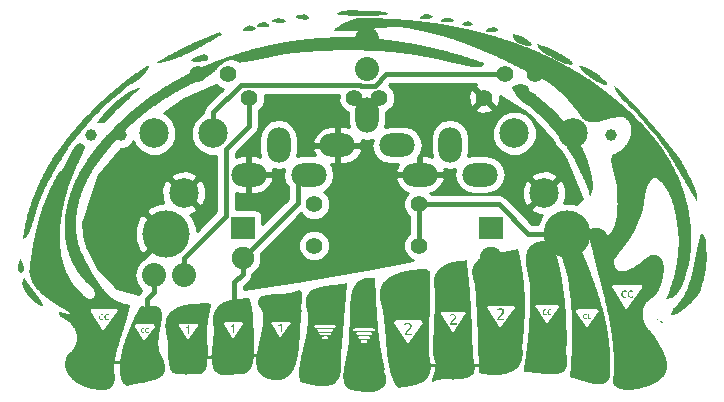
<source format=gbr>
G04 #@! TF.FileFunction,Copper,L1,Top,Signal*
%FSLAX46Y46*%
G04 Gerber Fmt 4.6, Leading zero omitted, Abs format (unit mm)*
G04 Created by KiCad (PCBNEW no-vcs-found-undefined) date Sun Oct 16 00:42:43 2016*
%MOMM*%
%LPD*%
G01*
G04 APERTURE LIST*
%ADD10C,0.100000*%
%ADD11O,2.999740X1.998980*%
%ADD12O,1.998980X2.999740*%
%ADD13C,1.397000*%
%ADD14C,2.032000*%
%ADD15O,2.032000X2.032000*%
%ADD16C,1.000000*%
%ADD17C,3.000000*%
%ADD18C,1.900000*%
%ADD19R,2.000000X1.900000*%
%ADD20C,4.000000*%
%ADD21C,2.499360*%
%ADD22C,0.400000*%
%ADD23C,0.250000*%
%ADD24C,0.254000*%
G04 APERTURE END LIST*
D10*
G36*
X134744352Y-91237766D02*
X134801825Y-91212222D01*
X134857765Y-91180549D01*
X134910639Y-91140446D01*
X134958916Y-91091658D01*
X135026350Y-91091658D01*
X135026350Y-91799718D01*
X134931329Y-91799718D01*
X134931329Y-91223462D01*
X134900677Y-91246961D01*
X134861852Y-91270461D01*
X134817917Y-91291917D01*
X134773983Y-91309287D01*
X134744352Y-91237766D01*
X134744352Y-91237766D01*
G37*
G36*
X138527454Y-91125168D02*
X138584926Y-91099624D01*
X138640866Y-91067951D01*
X138693740Y-91027848D01*
X138742017Y-90979060D01*
X138809451Y-90979060D01*
X138809451Y-91687120D01*
X138714431Y-91687120D01*
X138714431Y-91110864D01*
X138683778Y-91134363D01*
X138644953Y-91157863D01*
X138601018Y-91179319D01*
X138557084Y-91196689D01*
X138527454Y-91125168D01*
X138527454Y-91125168D01*
G37*
G36*
X142567872Y-91075666D02*
X142625345Y-91050122D01*
X142681284Y-91018449D01*
X142734159Y-90978346D01*
X142782436Y-90929558D01*
X142849870Y-90929558D01*
X142849870Y-91637618D01*
X142754849Y-91637618D01*
X142754849Y-91061362D01*
X142724197Y-91084861D01*
X142685372Y-91108361D01*
X142641437Y-91129817D01*
X142597503Y-91147187D01*
X142567872Y-91075666D01*
X142567872Y-91075666D01*
G37*
G36*
X161679806Y-89892637D02*
X161674553Y-89942349D01*
X161658800Y-89990661D01*
X161635694Y-90036872D01*
X161605584Y-90083084D01*
X161569877Y-90127894D01*
X161529968Y-90172705D01*
X161487957Y-90215766D01*
X161445948Y-90258126D01*
X161417940Y-90286133D01*
X161389932Y-90314140D01*
X161359822Y-90347048D01*
X161331117Y-90381357D01*
X161305212Y-90415665D01*
X161283506Y-90448574D01*
X161269852Y-90478681D01*
X161265300Y-90504587D01*
X161488654Y-90504587D01*
X161712013Y-90504587D01*
X161712013Y-90559901D01*
X161712013Y-90615214D01*
X161417940Y-90615214D01*
X161123867Y-90615214D01*
X161122818Y-90606812D01*
X161122465Y-90598410D01*
X161122465Y-90590708D01*
X161122465Y-90583007D01*
X161127717Y-90519641D01*
X161143471Y-90461176D01*
X161169029Y-90405513D01*
X161200886Y-90353350D01*
X161237995Y-90304338D01*
X161279304Y-90258126D01*
X161322363Y-90214015D01*
X161364727Y-90171305D01*
X161398684Y-90138047D01*
X161430541Y-90105489D01*
X161460652Y-90072231D01*
X161486554Y-90039673D01*
X161508962Y-90005714D01*
X161525766Y-89971056D01*
X161537317Y-89934997D01*
X161541170Y-89896837D01*
X161537670Y-89857978D01*
X161527166Y-89825420D01*
X161512112Y-89798463D01*
X161492156Y-89776408D01*
X161467654Y-89759604D01*
X161438946Y-89748401D01*
X161408488Y-89741049D01*
X161375929Y-89738599D01*
X161337072Y-89741399D01*
X161301713Y-89749801D01*
X161269852Y-89762054D01*
X161241495Y-89776408D01*
X161216989Y-89791112D01*
X161196686Y-89807216D01*
X161180580Y-89820869D01*
X161168676Y-89831021D01*
X161136469Y-89784810D01*
X161104261Y-89738599D01*
X161120015Y-89723195D01*
X161142071Y-89704990D01*
X161169728Y-89684685D01*
X161202286Y-89665781D01*
X161239395Y-89648976D01*
X161280704Y-89634973D01*
X161325865Y-89625521D01*
X161374529Y-89622370D01*
X161448711Y-89624351D01*
X161507910Y-89640224D01*
X161562838Y-89660060D01*
X161602782Y-89693787D01*
X161639160Y-89730428D01*
X161660550Y-89778508D01*
X161677667Y-89829853D01*
X161679806Y-89892637D01*
X161679806Y-89892637D01*
G37*
G36*
X157626316Y-90354113D02*
X157621425Y-90400405D01*
X157606755Y-90445394D01*
X157585238Y-90488427D01*
X157557202Y-90531460D01*
X157523948Y-90573189D01*
X157486785Y-90614918D01*
X157447663Y-90655017D01*
X157408545Y-90694463D01*
X157382462Y-90720544D01*
X157356382Y-90746624D01*
X157328343Y-90777269D01*
X157301611Y-90809218D01*
X157277489Y-90841166D01*
X157257276Y-90871811D01*
X157244562Y-90899847D01*
X157240320Y-90923972D01*
X157448313Y-90923972D01*
X157656308Y-90923972D01*
X157656308Y-90975481D01*
X157656308Y-91026990D01*
X157382462Y-91026990D01*
X157108616Y-91026990D01*
X157107639Y-91019166D01*
X157107312Y-91011342D01*
X157107312Y-91004170D01*
X157107312Y-90996997D01*
X157112203Y-90937990D01*
X157126873Y-90883547D01*
X157150670Y-90831712D01*
X157180337Y-90783137D01*
X157214895Y-90737496D01*
X157253362Y-90694463D01*
X157293460Y-90653387D01*
X157332909Y-90613614D01*
X157364532Y-90582643D01*
X157394199Y-90552324D01*
X157422235Y-90521354D01*
X157446357Y-90491035D01*
X157467224Y-90459413D01*
X157482871Y-90427138D01*
X157493632Y-90393560D01*
X157497216Y-90358025D01*
X157493956Y-90321838D01*
X157484175Y-90291520D01*
X157470159Y-90266417D01*
X157451572Y-90245878D01*
X157428755Y-90230230D01*
X157402022Y-90219798D01*
X157373662Y-90212952D01*
X157343340Y-90210670D01*
X157307156Y-90213278D01*
X157274229Y-90221102D01*
X157244562Y-90232512D01*
X157218155Y-90245878D01*
X157195334Y-90259571D01*
X157176425Y-90274567D01*
X157161431Y-90287281D01*
X157150345Y-90296735D01*
X157120353Y-90253703D01*
X157090359Y-90210670D01*
X157105032Y-90196325D01*
X157125569Y-90179373D01*
X157151325Y-90160465D01*
X157181641Y-90142861D01*
X157216199Y-90127212D01*
X157254669Y-90114172D01*
X157296723Y-90105370D01*
X157342039Y-90102436D01*
X157410789Y-90104586D01*
X157466245Y-90119062D01*
X157554592Y-90168941D01*
X157608386Y-90247835D01*
X157626316Y-90354113D01*
X157626316Y-90354113D01*
G37*
G36*
X153865047Y-91144988D02*
X153859349Y-91198918D01*
X153842261Y-91251329D01*
X153817196Y-91301460D01*
X153784535Y-91351592D01*
X153745797Y-91400205D01*
X153702499Y-91448817D01*
X153656925Y-91495531D01*
X153611349Y-91541485D01*
X153580968Y-91571868D01*
X153550587Y-91602251D01*
X153517925Y-91637951D01*
X153486779Y-91675170D01*
X153458678Y-91712389D01*
X153435130Y-91748088D01*
X153420319Y-91780750D01*
X153415380Y-91808854D01*
X153657684Y-91808854D01*
X153899986Y-91808854D01*
X153899986Y-91868860D01*
X153899986Y-91928866D01*
X153580968Y-91928866D01*
X153261950Y-91928866D01*
X153260807Y-91919752D01*
X153260429Y-91910637D01*
X153260429Y-91902282D01*
X153260429Y-91893926D01*
X153266124Y-91825185D01*
X153283218Y-91761761D01*
X153310941Y-91701375D01*
X153345499Y-91644787D01*
X153385758Y-91591616D01*
X153430575Y-91541485D01*
X153477288Y-91493632D01*
X153523242Y-91447298D01*
X153560081Y-91411218D01*
X153594642Y-91375898D01*
X153627303Y-91339819D01*
X153655404Y-91304498D01*
X153679715Y-91267659D01*
X153697943Y-91230060D01*
X153710477Y-91190943D01*
X153714654Y-91149546D01*
X153710855Y-91107390D01*
X153699462Y-91072070D01*
X153683130Y-91042826D01*
X153661480Y-91018899D01*
X153634901Y-91000670D01*
X153603755Y-90988516D01*
X153570712Y-90980541D01*
X153535392Y-90977883D01*
X153493236Y-90980921D01*
X153454882Y-90990036D01*
X153420319Y-91003328D01*
X153389556Y-91018899D01*
X153362971Y-91034850D01*
X153340944Y-91052321D01*
X153323477Y-91067132D01*
X153310562Y-91078146D01*
X153275621Y-91028014D01*
X153240681Y-90977883D01*
X153257770Y-90961172D01*
X153281697Y-90941423D01*
X153311700Y-90919395D01*
X153347020Y-90898887D01*
X153387279Y-90880657D01*
X153432093Y-90865466D01*
X153481084Y-90855212D01*
X153533874Y-90851794D01*
X153609087Y-90858825D01*
X153678575Y-90871163D01*
X153732896Y-90897563D01*
X153781493Y-90929270D01*
X153844163Y-91021178D01*
X153857467Y-91080898D01*
X153865047Y-91144988D01*
X153865047Y-91144988D01*
G37*
G36*
X165585671Y-90205102D02*
X165486774Y-90187282D01*
X165415499Y-90137386D01*
X165372734Y-90061656D01*
X165358479Y-89963653D01*
X165373626Y-89865650D01*
X165418172Y-89789029D01*
X165487666Y-89738242D01*
X165580323Y-89719535D01*
X165642694Y-89724879D01*
X165702384Y-89741808D01*
X165683678Y-89812194D01*
X165640018Y-89797934D01*
X165588346Y-89792590D01*
X165525468Y-89801601D01*
X165481429Y-89836250D01*
X165452442Y-89888180D01*
X165444904Y-89963653D01*
X165452922Y-90032256D01*
X165479648Y-90085712D01*
X165526867Y-90120462D01*
X165596364Y-90132042D01*
X165656054Y-90125806D01*
X165697930Y-90112443D01*
X165709510Y-90181937D01*
X165689020Y-90190848D01*
X165658730Y-90197083D01*
X165622204Y-90202427D01*
X165585671Y-90205102D01*
X165585671Y-90205102D01*
G37*
G36*
X165171521Y-90205102D02*
X165072625Y-90187282D01*
X165001355Y-90137386D01*
X164958584Y-90061656D01*
X164944332Y-89963653D01*
X164959479Y-89865650D01*
X165004022Y-89789029D01*
X165073516Y-89738242D01*
X165166178Y-89719535D01*
X165228544Y-89724879D01*
X165288237Y-89741808D01*
X165269525Y-89812194D01*
X165225868Y-89797934D01*
X165174196Y-89792590D01*
X165111322Y-89801601D01*
X165067282Y-89836250D01*
X165038293Y-89888180D01*
X165030754Y-89963653D01*
X165038775Y-90032256D01*
X165065498Y-90085712D01*
X165112720Y-90120462D01*
X165182214Y-90132042D01*
X165241907Y-90125806D01*
X165283778Y-90112443D01*
X165295366Y-90181937D01*
X165274871Y-90190848D01*
X165244580Y-90197083D01*
X165208049Y-90202427D01*
X165171521Y-90205102D01*
X165171521Y-90205102D01*
G37*
G36*
X168968821Y-90540295D02*
X168874917Y-90523374D01*
X168807234Y-90475997D01*
X168766631Y-90404088D01*
X168753093Y-90311031D01*
X168767475Y-90217974D01*
X168809774Y-90145220D01*
X168875761Y-90096995D01*
X168963744Y-90079232D01*
X169022965Y-90084307D01*
X169079644Y-90100381D01*
X169061881Y-90167215D01*
X169020425Y-90153675D01*
X168971361Y-90148601D01*
X168912676Y-90158546D01*
X168869840Y-90190057D01*
X168843477Y-90240641D01*
X168835157Y-90311031D01*
X168842769Y-90376172D01*
X168868149Y-90426931D01*
X168912986Y-90459926D01*
X168978975Y-90470922D01*
X169035651Y-90465001D01*
X169075416Y-90452312D01*
X169086411Y-90518299D01*
X169066955Y-90526760D01*
X169038191Y-90532681D01*
X169003509Y-90537755D01*
X168968821Y-90540295D01*
X168968821Y-90540295D01*
G37*
G36*
X168575569Y-90540295D02*
X168481666Y-90523374D01*
X168413992Y-90475997D01*
X168373380Y-90404088D01*
X168359847Y-90311031D01*
X168374229Y-90217974D01*
X168416526Y-90145220D01*
X168482512Y-90096995D01*
X168570498Y-90079232D01*
X168629717Y-90084307D01*
X168686395Y-90100381D01*
X168668629Y-90167215D01*
X168627177Y-90153675D01*
X168578109Y-90148601D01*
X168519430Y-90158546D01*
X168476594Y-90190057D01*
X168450227Y-90240641D01*
X168441906Y-90311031D01*
X168449523Y-90376172D01*
X168474898Y-90426931D01*
X168519737Y-90459926D01*
X168585724Y-90470922D01*
X168642405Y-90465001D01*
X168682162Y-90452312D01*
X168693166Y-90518299D01*
X168673707Y-90526760D01*
X168644943Y-90532681D01*
X168610257Y-90537755D01*
X168575569Y-90540295D01*
X168575569Y-90540295D01*
G37*
G36*
X172434182Y-88740273D02*
X172366381Y-88734551D01*
X172307165Y-88717386D01*
X172257387Y-88689922D01*
X172215618Y-88653306D01*
X172183578Y-88608392D01*
X172160695Y-88556040D01*
X172146962Y-88495962D01*
X172142384Y-88430166D01*
X172147247Y-88364368D01*
X172161838Y-88304290D01*
X172186441Y-88251080D01*
X172219053Y-88205882D01*
X172259675Y-88168405D01*
X172308305Y-88140655D01*
X172364950Y-88122633D01*
X172427318Y-88116625D01*
X172507422Y-88123490D01*
X172584087Y-88145233D01*
X172560059Y-88235631D01*
X172503987Y-88217322D01*
X172437617Y-88210458D01*
X172358658Y-88224475D01*
X172300299Y-88266528D01*
X172265111Y-88335474D01*
X172253382Y-88430166D01*
X172263683Y-88518275D01*
X172298013Y-88586934D01*
X172358659Y-88631564D01*
X172447918Y-88646438D01*
X172524581Y-88638429D01*
X172578364Y-88621265D01*
X172593240Y-88710521D01*
X172566922Y-88721965D01*
X172528015Y-88729975D01*
X172481099Y-88736839D01*
X172434182Y-88740273D01*
X172434182Y-88740273D01*
G37*
G36*
X171902258Y-88740273D02*
X171834460Y-88734551D01*
X171775241Y-88717386D01*
X171725464Y-88689922D01*
X171683700Y-88653306D01*
X171651654Y-88608392D01*
X171628765Y-88556040D01*
X171615036Y-88495962D01*
X171610460Y-88430166D01*
X171615323Y-88364368D01*
X171629911Y-88304290D01*
X171654515Y-88251080D01*
X171687129Y-88205882D01*
X171727751Y-88168405D01*
X171776381Y-88140655D01*
X171833028Y-88122633D01*
X171895392Y-88116625D01*
X171975492Y-88123490D01*
X172052163Y-88145233D01*
X172028132Y-88235631D01*
X171972063Y-88217322D01*
X171905693Y-88210458D01*
X171826734Y-88224475D01*
X171768375Y-88266528D01*
X171733187Y-88335474D01*
X171721458Y-88430166D01*
X171731756Y-88518275D01*
X171766086Y-88586934D01*
X171826735Y-88631564D01*
X171915991Y-88646438D01*
X171992657Y-88638429D01*
X172046440Y-88621265D01*
X172061316Y-88710521D01*
X172034998Y-88721965D01*
X171996091Y-88729975D01*
X171949175Y-88736839D01*
X171902258Y-88740273D01*
X171902258Y-88740273D01*
G37*
G36*
X131483402Y-91728844D02*
X131438909Y-91725089D01*
X131400049Y-91713825D01*
X131367383Y-91695802D01*
X131339974Y-91671773D01*
X131318948Y-91642299D01*
X131303929Y-91607944D01*
X131294918Y-91568520D01*
X131291915Y-91525342D01*
X131295106Y-91482163D01*
X131304680Y-91442739D01*
X131320825Y-91407821D01*
X131342227Y-91378159D01*
X131368885Y-91353566D01*
X131400799Y-91335356D01*
X131437970Y-91323529D01*
X131478896Y-91319587D01*
X131505179Y-91320714D01*
X131531461Y-91324093D01*
X131557181Y-91329912D01*
X131581773Y-91338360D01*
X131573889Y-91368022D01*
X131566004Y-91397684D01*
X131548920Y-91390925D01*
X131529208Y-91385669D01*
X131508182Y-91382290D01*
X131485654Y-91381163D01*
X131433840Y-91390362D01*
X131395543Y-91417959D01*
X131372452Y-91463202D01*
X131364755Y-91525342D01*
X131366444Y-91555567D01*
X131371513Y-91583163D01*
X131380900Y-91607569D01*
X131394041Y-91628219D01*
X131411876Y-91644927D01*
X131433840Y-91657505D01*
X131460498Y-91664827D01*
X131492413Y-91667267D01*
X131518883Y-91665953D01*
X131542725Y-91662011D01*
X131562812Y-91656567D01*
X131578019Y-91650747D01*
X131582900Y-91680033D01*
X131587781Y-91709319D01*
X131580459Y-91713074D01*
X131570510Y-91716829D01*
X131558495Y-91719645D01*
X131544978Y-91722085D01*
X131530147Y-91724713D01*
X131514190Y-91726591D01*
X131498608Y-91728280D01*
X131483402Y-91728844D01*
X131483402Y-91728844D01*
G37*
G36*
X131134337Y-91728844D02*
X131089844Y-91725089D01*
X131050983Y-91713825D01*
X131018318Y-91695802D01*
X130990909Y-91671773D01*
X130969883Y-91642299D01*
X130954864Y-91607944D01*
X130945854Y-91568520D01*
X130942850Y-91525342D01*
X130946041Y-91482163D01*
X130955615Y-91442739D01*
X130971761Y-91407821D01*
X130993162Y-91378159D01*
X131019820Y-91353566D01*
X131051734Y-91335356D01*
X131088905Y-91323529D01*
X131129831Y-91319587D01*
X131156114Y-91320714D01*
X131182396Y-91324093D01*
X131208116Y-91329912D01*
X131232709Y-91338360D01*
X131224824Y-91368022D01*
X131216939Y-91397684D01*
X131199855Y-91390925D01*
X131180144Y-91385669D01*
X131159117Y-91382290D01*
X131136590Y-91381163D01*
X131084775Y-91390362D01*
X131046478Y-91417959D01*
X131023387Y-91463202D01*
X131015690Y-91525342D01*
X131017379Y-91555567D01*
X131022448Y-91583163D01*
X131031835Y-91607569D01*
X131044976Y-91628219D01*
X131062811Y-91644927D01*
X131084775Y-91657505D01*
X131111433Y-91664827D01*
X131143348Y-91667267D01*
X131169818Y-91665953D01*
X131193660Y-91662011D01*
X131213747Y-91656567D01*
X131228954Y-91650747D01*
X131233835Y-91680033D01*
X131238716Y-91709319D01*
X131231394Y-91713074D01*
X131221444Y-91716829D01*
X131209430Y-91719645D01*
X131195913Y-91722085D01*
X131181082Y-91724713D01*
X131165125Y-91726591D01*
X131149543Y-91728280D01*
X131134337Y-91728844D01*
X131134337Y-91728844D01*
G37*
G36*
X128107843Y-90656905D02*
X128047330Y-90651799D01*
X127994477Y-90636479D01*
X127912772Y-90579285D01*
X127863749Y-90492474D01*
X127851493Y-90438855D01*
X127847408Y-90380129D01*
X127851749Y-90321404D01*
X127864771Y-90267785D01*
X127915836Y-90179952D01*
X127995499Y-90121737D01*
X128101715Y-90100290D01*
X128173207Y-90106418D01*
X128241635Y-90125823D01*
X128220187Y-90206506D01*
X128170143Y-90190165D01*
X128110907Y-90184037D01*
X128040436Y-90196549D01*
X127988349Y-90234082D01*
X127956944Y-90295616D01*
X127946476Y-90380129D01*
X127955668Y-90458771D01*
X127986307Y-90520049D01*
X128040436Y-90559880D01*
X128120099Y-90573158D01*
X128188527Y-90566008D01*
X128236528Y-90550689D01*
X128249805Y-90630351D01*
X128226315Y-90640564D01*
X128191591Y-90647713D01*
X128149717Y-90653841D01*
X128107843Y-90656905D01*
X128107843Y-90656905D01*
G37*
G36*
X127633092Y-90656905D02*
X127572579Y-90651799D01*
X127519727Y-90636479D01*
X127438022Y-90579285D01*
X127388998Y-90492474D01*
X127376743Y-90438855D01*
X127372657Y-90380129D01*
X127376998Y-90321404D01*
X127390020Y-90267785D01*
X127441085Y-90179952D01*
X127520748Y-90121737D01*
X127626964Y-90100290D01*
X127698456Y-90106418D01*
X127766884Y-90125823D01*
X127745437Y-90206506D01*
X127695392Y-90190165D01*
X127636156Y-90184037D01*
X127565685Y-90196549D01*
X127513599Y-90234082D01*
X127482193Y-90295616D01*
X127471725Y-90380129D01*
X127480916Y-90458771D01*
X127511556Y-90520049D01*
X127565686Y-90559880D01*
X127645348Y-90573158D01*
X127713776Y-90566008D01*
X127761778Y-90550689D01*
X127775055Y-90630351D01*
X127751564Y-90640564D01*
X127716840Y-90647713D01*
X127674966Y-90653841D01*
X127633092Y-90656905D01*
X127633092Y-90656905D01*
G37*
G36*
X136729343Y-89220182D02*
X134251998Y-90949340D01*
X135698387Y-90949340D01*
X135767701Y-90974706D01*
X135801488Y-91036202D01*
X135785479Y-91108090D01*
X135784376Y-91109192D01*
X135776659Y-91121870D01*
X134929993Y-92318008D01*
X134170418Y-91121870D01*
X134157189Y-91092656D01*
X134151941Y-91025001D01*
X134187712Y-90970897D01*
X134251998Y-90949340D01*
X136729343Y-89220182D01*
X136647189Y-89224045D01*
X136571145Y-89222938D01*
X136477436Y-89222663D01*
X136383732Y-89222387D01*
X136272612Y-89223969D01*
X136161286Y-89225846D01*
X136049806Y-89228177D01*
X135938221Y-89231123D01*
X135826583Y-89234844D01*
X135714941Y-89239502D01*
X135603347Y-89245258D01*
X135491851Y-89252271D01*
X135380503Y-89260702D01*
X135269355Y-89270713D01*
X135158457Y-89282464D01*
X135047860Y-89296115D01*
X134937613Y-89311828D01*
X134827769Y-89329762D01*
X134718377Y-89350080D01*
X134609487Y-89372941D01*
X134501152Y-89398506D01*
X134393420Y-89426936D01*
X134286344Y-89458392D01*
X134179973Y-89493033D01*
X134085220Y-89528851D01*
X133991926Y-89568358D01*
X133900437Y-89611749D01*
X133811097Y-89659219D01*
X133724252Y-89710961D01*
X133640246Y-89767170D01*
X133559425Y-89828040D01*
X133482135Y-89893767D01*
X133410245Y-89966794D01*
X133342157Y-90043857D01*
X133279532Y-90125361D01*
X133224030Y-90211713D01*
X133177313Y-90303320D01*
X133134179Y-90390050D01*
X133100142Y-90480838D01*
X133073009Y-90574288D01*
X133050589Y-90669002D01*
X133030689Y-90763584D01*
X133020421Y-90862673D01*
X133013085Y-90961782D01*
X133009286Y-91060907D01*
X133009630Y-91160045D01*
X133014725Y-91259193D01*
X133025177Y-91358346D01*
X133037045Y-91468358D01*
X133054029Y-91577644D01*
X133074599Y-91686426D01*
X133097228Y-91794931D01*
X133120389Y-91903383D01*
X133142553Y-92012007D01*
X133162192Y-92121029D01*
X133177779Y-92230672D01*
X133187785Y-92341162D01*
X133197697Y-92447456D01*
X133205807Y-92553928D01*
X133212376Y-92660551D01*
X133217660Y-92767299D01*
X133221921Y-92874146D01*
X133225415Y-92981066D01*
X133228402Y-93088034D01*
X133231141Y-93195022D01*
X133233890Y-93302006D01*
X133236908Y-93408958D01*
X133240454Y-93515854D01*
X133244787Y-93622666D01*
X133250165Y-93729370D01*
X133256848Y-93835939D01*
X133265093Y-93942346D01*
X133275160Y-94048567D01*
X133287307Y-94154574D01*
X133301793Y-94260343D01*
X133318877Y-94365846D01*
X133338818Y-94471059D01*
X133362535Y-94573007D01*
X133392547Y-94673944D01*
X133429971Y-94772265D01*
X133475924Y-94866368D01*
X133531525Y-94954648D01*
X133597890Y-95035503D01*
X133681266Y-95103351D01*
X133774079Y-95153214D01*
X133876804Y-95184330D01*
X133978182Y-95196320D01*
X134082205Y-95191526D01*
X134184383Y-95179922D01*
X134275853Y-95155584D01*
X134365620Y-95126928D01*
X134453786Y-95094185D01*
X134540451Y-95057589D01*
X134625719Y-95017372D01*
X134709691Y-94973767D01*
X134789064Y-94941384D01*
X134869420Y-94964848D01*
X134950021Y-95002980D01*
X135039138Y-95043684D01*
X135128500Y-95083691D01*
X135218747Y-95121012D01*
X135310524Y-95153663D01*
X135404473Y-95179657D01*
X135501236Y-95197008D01*
X135604927Y-95221988D01*
X135709619Y-95227056D01*
X135814989Y-95219443D01*
X135920711Y-95206380D01*
X136020987Y-95174773D01*
X136112961Y-95118043D01*
X136205689Y-95063615D01*
X136261071Y-94990165D01*
X136315098Y-94916006D01*
X136364200Y-94839215D01*
X136404805Y-94757870D01*
X136433341Y-94670048D01*
X136466435Y-94577068D01*
X136492435Y-94481913D01*
X136512879Y-94385197D01*
X136529306Y-94287534D01*
X136543254Y-94189538D01*
X136556262Y-94091823D01*
X136565328Y-93981559D01*
X136572586Y-93871258D01*
X136578172Y-93760924D01*
X136582222Y-93650560D01*
X136584873Y-93540167D01*
X136586261Y-93429750D01*
X136586522Y-93319311D01*
X136585793Y-93208852D01*
X136584210Y-93098377D01*
X136581910Y-92987889D01*
X136579028Y-92877390D01*
X136575702Y-92766883D01*
X136572068Y-92656370D01*
X136568262Y-92545856D01*
X136564420Y-92435342D01*
X136560679Y-92324832D01*
X136557175Y-92214329D01*
X136554044Y-92103834D01*
X136551424Y-91993351D01*
X136549450Y-91882884D01*
X136548259Y-91772434D01*
X136547986Y-91662004D01*
X136548770Y-91551598D01*
X136550745Y-91441218D01*
X136554048Y-91330868D01*
X136558816Y-91220549D01*
X136565185Y-91110265D01*
X136573291Y-91000018D01*
X136583271Y-90889813D01*
X136596870Y-90786867D01*
X136613302Y-90684536D01*
X136633089Y-90582954D01*
X136656749Y-90482253D01*
X136684802Y-90382566D01*
X136717768Y-90284027D01*
X136728501Y-90203595D01*
X136720277Y-90120721D01*
X136728241Y-90037083D01*
X136745527Y-89931032D01*
X136768770Y-89825526D01*
X136794293Y-89720235D01*
X136818419Y-89614828D01*
X136837472Y-89508973D01*
X136847775Y-89402339D01*
X136845650Y-89294596D01*
X136800910Y-89235613D01*
X136729343Y-89220182D01*
X136729343Y-89220182D01*
G37*
G36*
X174885017Y-90689722D02*
X174895064Y-90714972D01*
X174905111Y-90740222D01*
X174918770Y-90760497D01*
X174932430Y-90780772D01*
X174948658Y-90796418D01*
X174964886Y-90812065D01*
X174982637Y-90823427D01*
X175000389Y-90834789D01*
X175018564Y-90842209D01*
X175036739Y-90849629D01*
X175054294Y-90853453D01*
X175071848Y-90857277D01*
X175087709Y-90857841D01*
X175103570Y-90858434D01*
X175116665Y-90856092D01*
X175129760Y-90853749D01*
X175139045Y-90848853D01*
X175148330Y-90843956D01*
X175152733Y-90836838D01*
X175157107Y-90829721D01*
X175155414Y-90820732D01*
X175153720Y-90811740D01*
X175145113Y-90801222D01*
X175136505Y-90790701D01*
X175119826Y-90778997D01*
X175103146Y-90767290D01*
X175077323Y-90754746D01*
X175051471Y-90742201D01*
X175015409Y-90729159D01*
X174979347Y-90716118D01*
X174932007Y-90702915D01*
X174885017Y-90689722D01*
X174885017Y-90689722D01*
G37*
G36*
X174620433Y-90557430D02*
X174622973Y-90566670D01*
X174625513Y-90575910D01*
X174629521Y-90582957D01*
X174633528Y-90590004D01*
X174638608Y-90595067D01*
X174643688Y-90600130D01*
X174649446Y-90603412D01*
X174655231Y-90606695D01*
X174661299Y-90608416D01*
X174667367Y-90610138D01*
X174673350Y-90610476D01*
X174679361Y-90610815D01*
X174684893Y-90609997D01*
X174690396Y-90609178D01*
X174695081Y-90607400D01*
X174699738Y-90605622D01*
X174703153Y-90603082D01*
X174706568Y-90600542D01*
X174708261Y-90597460D01*
X174709954Y-90594381D01*
X174709813Y-90590961D01*
X174709672Y-90587540D01*
X174707132Y-90583981D01*
X174704592Y-90580423D01*
X174699202Y-90576934D01*
X174693811Y-90573446D01*
X174685260Y-90570234D01*
X174676708Y-90567020D01*
X174664601Y-90564282D01*
X174652494Y-90561545D01*
X174636379Y-90559484D01*
X174620433Y-90557430D01*
X174620433Y-90557430D01*
G37*
G36*
X121095226Y-87029652D02*
X121044736Y-87094257D01*
X120993677Y-87158590D01*
X120945776Y-87224436D01*
X120928183Y-87300767D01*
X120909592Y-87377045D01*
X120896618Y-87453626D01*
X120907288Y-87540153D01*
X120916964Y-87626923D01*
X120933644Y-87711986D01*
X120965575Y-87797338D01*
X120996826Y-87883007D01*
X121032192Y-87966760D01*
X121076465Y-88046362D01*
X121118415Y-88121640D01*
X121161942Y-88195905D01*
X121208545Y-88268194D01*
X121259720Y-88337546D01*
X121314772Y-88414795D01*
X121372603Y-88489842D01*
X121432952Y-88562892D01*
X121495564Y-88634149D01*
X121559022Y-88707192D01*
X121625277Y-88777679D01*
X121693463Y-88846359D01*
X121762716Y-88913985D01*
X121832169Y-88981305D01*
X121916739Y-89054865D01*
X122001960Y-89127606D01*
X122089244Y-89197757D01*
X122180001Y-89263545D01*
X122263978Y-89322187D01*
X122352418Y-89374128D01*
X122442760Y-89422072D01*
X122507574Y-89442557D01*
X122572246Y-89458205D01*
X122625216Y-89439049D01*
X122644581Y-89395683D01*
X122645835Y-89332559D01*
X122626380Y-89273207D01*
X122591451Y-89188520D01*
X122552228Y-89106042D01*
X122504394Y-89027994D01*
X122454019Y-88945739D01*
X122402616Y-88864193D01*
X122348283Y-88784669D01*
X122289119Y-88708478D01*
X122223163Y-88622399D01*
X122157270Y-88536246D01*
X122091491Y-88449987D01*
X122025875Y-88363591D01*
X121960472Y-88277027D01*
X121895333Y-88190261D01*
X121830507Y-88103263D01*
X121766044Y-88016002D01*
X121701995Y-87928445D01*
X121638409Y-87840560D01*
X121575336Y-87752317D01*
X121512826Y-87663683D01*
X121450930Y-87574627D01*
X121389697Y-87485118D01*
X121329176Y-87395122D01*
X121269419Y-87304610D01*
X121210475Y-87213548D01*
X121152394Y-87121906D01*
X121095226Y-87029652D01*
X121095226Y-87029652D01*
G37*
G36*
X120724810Y-85415694D02*
X120684300Y-85514250D01*
X120643586Y-85612736D01*
X120604106Y-85711642D01*
X120581965Y-85793407D01*
X120559646Y-85875138D01*
X120538372Y-85957068D01*
X120526584Y-86060910D01*
X120516021Y-86164773D01*
X120522341Y-86248849D01*
X120530159Y-86332630D01*
X120550482Y-86395934D01*
X120571658Y-86458817D01*
X120635017Y-86548578D01*
X120711618Y-86599919D01*
X120793641Y-86613553D01*
X120873513Y-86590326D01*
X120945171Y-86528652D01*
X120997933Y-86433247D01*
X121012938Y-86368073D01*
X121026405Y-86302737D01*
X121025383Y-86218713D01*
X121022497Y-86134896D01*
X121001620Y-86034893D01*
X120979271Y-85935324D01*
X120949463Y-85857366D01*
X120919865Y-85779312D01*
X120889035Y-85701823D01*
X120841669Y-85614034D01*
X120794455Y-85526136D01*
X120746341Y-85438882D01*
X120724810Y-85415694D01*
X120724810Y-85415694D01*
G37*
G36*
X178368697Y-83254931D02*
X178334755Y-83360936D01*
X178302211Y-83467296D01*
X178270989Y-83573992D01*
X178241011Y-83681002D01*
X178212199Y-83788308D01*
X178184476Y-83895889D01*
X178157764Y-84003726D01*
X178131986Y-84111799D01*
X178107063Y-84220088D01*
X178082920Y-84328573D01*
X178059477Y-84437235D01*
X178036658Y-84546053D01*
X178014384Y-84655008D01*
X177992580Y-84764080D01*
X177971166Y-84873249D01*
X177950065Y-84982495D01*
X177929200Y-85091799D01*
X177908494Y-85201141D01*
X177887868Y-85310500D01*
X177867246Y-85419858D01*
X177846549Y-85529194D01*
X177825700Y-85638488D01*
X177804622Y-85747721D01*
X177783237Y-85856873D01*
X177761467Y-85965924D01*
X177739236Y-86074854D01*
X177716465Y-86183643D01*
X177693077Y-86292272D01*
X177668994Y-86400720D01*
X177644139Y-86508969D01*
X177618434Y-86616998D01*
X177591802Y-86724787D01*
X177564166Y-86832316D01*
X177535447Y-86939566D01*
X177505568Y-87046517D01*
X177474452Y-87153149D01*
X177442020Y-87259442D01*
X177408197Y-87365376D01*
X177372903Y-87470933D01*
X177336062Y-87576090D01*
X177297596Y-87680830D01*
X177258501Y-87784529D01*
X177217493Y-87887543D01*
X177174548Y-87989801D01*
X177129642Y-88091232D01*
X177082752Y-88191764D01*
X177033856Y-88291328D01*
X176982928Y-88389851D01*
X176929946Y-88487263D01*
X176874886Y-88583493D01*
X176817725Y-88678470D01*
X176758439Y-88772122D01*
X176697004Y-88864379D01*
X176633398Y-88955170D01*
X176567597Y-89044424D01*
X176504658Y-89125679D01*
X176439449Y-89204879D01*
X176372208Y-89282239D01*
X176303175Y-89357976D01*
X176232589Y-89432306D01*
X176160690Y-89505447D01*
X176087715Y-89577616D01*
X176013905Y-89649027D01*
X175967315Y-89739543D01*
X175919781Y-89830674D01*
X175876777Y-89923491D01*
X175843775Y-90019064D01*
X175826247Y-90118463D01*
X175852902Y-90192101D01*
X175922038Y-90221434D01*
X176002174Y-90208783D01*
X176101524Y-90174122D01*
X176197550Y-90132113D01*
X176290671Y-90083881D01*
X176381307Y-90030553D01*
X176469881Y-89973254D01*
X176556811Y-89913110D01*
X176642518Y-89851249D01*
X176727422Y-89788795D01*
X176811945Y-89726875D01*
X176897107Y-89658712D01*
X176981842Y-89589798D01*
X177066047Y-89520076D01*
X177149622Y-89449488D01*
X177232465Y-89377978D01*
X177314474Y-89305488D01*
X177395548Y-89231963D01*
X177475585Y-89157344D01*
X177554485Y-89081576D01*
X177632145Y-89004600D01*
X177708464Y-88926360D01*
X177783341Y-88846800D01*
X177856674Y-88765862D01*
X177928362Y-88683489D01*
X177998302Y-88599624D01*
X178066395Y-88514210D01*
X178132538Y-88427191D01*
X178196629Y-88338510D01*
X178251148Y-88249050D01*
X178295669Y-88155238D01*
X178332598Y-88058133D01*
X178364340Y-87958796D01*
X178393300Y-87858285D01*
X178421883Y-87757661D01*
X178452494Y-87657984D01*
X178482911Y-87553371D01*
X178512372Y-87448397D01*
X178540837Y-87343077D01*
X178568265Y-87237428D01*
X178594617Y-87131464D01*
X178619852Y-87025201D01*
X178643932Y-86918652D01*
X178666814Y-86811834D01*
X178688460Y-86704762D01*
X178708830Y-86597451D01*
X178727883Y-86489915D01*
X178745579Y-86382171D01*
X178761879Y-86274232D01*
X178776742Y-86166115D01*
X178790128Y-86057835D01*
X178801997Y-85949406D01*
X178812309Y-85840844D01*
X178821024Y-85732163D01*
X178828102Y-85623380D01*
X178833503Y-85514509D01*
X178837186Y-85405564D01*
X178839113Y-85296563D01*
X178839242Y-85187519D01*
X178837534Y-85078447D01*
X178833948Y-84969363D01*
X178828445Y-84860282D01*
X178820984Y-84751219D01*
X178811526Y-84642190D01*
X178805218Y-84533823D01*
X178800683Y-84425211D01*
X178796759Y-84316506D01*
X178792286Y-84207860D01*
X178786101Y-84099424D01*
X178777042Y-83991352D01*
X178763949Y-83883795D01*
X178745658Y-83776906D01*
X178721009Y-83670836D01*
X178692778Y-83589186D01*
X178645438Y-83515519D01*
X178590510Y-83445437D01*
X178539512Y-83374544D01*
X178454019Y-83314857D01*
X178368697Y-83254931D01*
X178368697Y-83254931D01*
G37*
G36*
X170951545Y-70634307D02*
X170977806Y-70739622D01*
X171009087Y-70842186D01*
X171045134Y-70942122D01*
X171085690Y-71039556D01*
X171130499Y-71134613D01*
X171179308Y-71227418D01*
X171231860Y-71318095D01*
X171287900Y-71406771D01*
X171347173Y-71493569D01*
X171409424Y-71578616D01*
X171474396Y-71662035D01*
X171541835Y-71743953D01*
X171611485Y-71824493D01*
X171683091Y-71903782D01*
X171756398Y-71981944D01*
X171831151Y-72059104D01*
X171907093Y-72135388D01*
X171983969Y-72210919D01*
X172061525Y-72285824D01*
X172139505Y-72360227D01*
X172217654Y-72434254D01*
X172295715Y-72508029D01*
X172373435Y-72581677D01*
X172450557Y-72655324D01*
X172526826Y-72729095D01*
X172601987Y-72803114D01*
X172675784Y-72877506D01*
X172747962Y-72952398D01*
X172828565Y-73026174D01*
X172907366Y-73101480D01*
X172984503Y-73178198D01*
X173060115Y-73256214D01*
X173134341Y-73335410D01*
X173207317Y-73415671D01*
X173279184Y-73496881D01*
X173350079Y-73578923D01*
X173420140Y-73661681D01*
X173489506Y-73745040D01*
X173558316Y-73828882D01*
X173626707Y-73913093D01*
X173694818Y-73997556D01*
X173762788Y-74082154D01*
X173830754Y-74166772D01*
X173898855Y-74251294D01*
X173967230Y-74335604D01*
X174036016Y-74419584D01*
X174105353Y-74503120D01*
X174175378Y-74586096D01*
X174246229Y-74668394D01*
X174318046Y-74749899D01*
X174390967Y-74830495D01*
X174465129Y-74910066D01*
X174535040Y-74996381D01*
X174604152Y-75083222D01*
X174672488Y-75170574D01*
X174740070Y-75258424D01*
X174806921Y-75346756D01*
X174873063Y-75435557D01*
X174938518Y-75524810D01*
X175003307Y-75614503D01*
X175067455Y-75704619D01*
X175130981Y-75795146D01*
X175193909Y-75886067D01*
X175256262Y-75977368D01*
X175318060Y-76069035D01*
X175379327Y-76161054D01*
X175440085Y-76253408D01*
X175500355Y-76346085D01*
X175560160Y-76439069D01*
X175619523Y-76532346D01*
X175678465Y-76625901D01*
X175737008Y-76719720D01*
X175795176Y-76813787D01*
X175852990Y-76908089D01*
X175910472Y-77002610D01*
X175967644Y-77097337D01*
X176024529Y-77192254D01*
X176081149Y-77287347D01*
X176137526Y-77382601D01*
X176193683Y-77478002D01*
X176249641Y-77573535D01*
X176305423Y-77669185D01*
X176361051Y-77764939D01*
X176416547Y-77860780D01*
X176471933Y-77956696D01*
X176527232Y-78052670D01*
X176582466Y-78148689D01*
X176637657Y-78244738D01*
X176692827Y-78340802D01*
X176747999Y-78436867D01*
X176803194Y-78532918D01*
X176858435Y-78628940D01*
X176913744Y-78724919D01*
X176969144Y-78820840D01*
X177024656Y-78916689D01*
X177080303Y-79012451D01*
X177136107Y-79108112D01*
X177192090Y-79203656D01*
X177248274Y-79299070D01*
X177304682Y-79394338D01*
X177361335Y-79489446D01*
X177418257Y-79584380D01*
X177475469Y-79679125D01*
X177532993Y-79773665D01*
X177590852Y-79867988D01*
X177649068Y-79962077D01*
X177707663Y-80055919D01*
X177766659Y-80149498D01*
X177826078Y-80242801D01*
X177885943Y-80335813D01*
X177946277Y-80428518D01*
X178007100Y-80520903D01*
X178020343Y-80413942D01*
X178026862Y-80308133D01*
X178027029Y-80203427D01*
X178021215Y-80099775D01*
X178009791Y-79997127D01*
X177993129Y-79895434D01*
X177971600Y-79794647D01*
X177945576Y-79694716D01*
X177915429Y-79595593D01*
X177881528Y-79497228D01*
X177844247Y-79399572D01*
X177803956Y-79302576D01*
X177761026Y-79206190D01*
X177715830Y-79110365D01*
X177668739Y-79015052D01*
X177620123Y-78920202D01*
X177570355Y-78825765D01*
X177519806Y-78731693D01*
X177468848Y-78637935D01*
X177417850Y-78544444D01*
X177367187Y-78451168D01*
X177317227Y-78358060D01*
X177268344Y-78265070D01*
X177220908Y-78172149D01*
X177175291Y-78079248D01*
X177131864Y-77986316D01*
X177086869Y-77886099D01*
X177039894Y-77787000D01*
X176991029Y-77688974D01*
X176940363Y-77591972D01*
X176887985Y-77495948D01*
X176833985Y-77400853D01*
X176778451Y-77306640D01*
X176721474Y-77213263D01*
X176663141Y-77120673D01*
X176603543Y-77028824D01*
X176542768Y-76937667D01*
X176480906Y-76847156D01*
X176418046Y-76757243D01*
X176354278Y-76667881D01*
X176289690Y-76579022D01*
X176224372Y-76490620D01*
X176158413Y-76402626D01*
X176091902Y-76314993D01*
X176024928Y-76227674D01*
X175957582Y-76140622D01*
X175889951Y-76053788D01*
X175822126Y-75967127D01*
X175754195Y-75880590D01*
X175686247Y-75794130D01*
X175618373Y-75707699D01*
X175550661Y-75621251D01*
X175483200Y-75534738D01*
X175416080Y-75448112D01*
X175349389Y-75361326D01*
X175283218Y-75274333D01*
X175213089Y-75187671D01*
X175142683Y-75101247D01*
X175072004Y-75015058D01*
X175001056Y-74929100D01*
X174929842Y-74843373D01*
X174858367Y-74757871D01*
X174786633Y-74672594D01*
X174714644Y-74587538D01*
X174642405Y-74502701D01*
X174569918Y-74418079D01*
X174497187Y-74333670D01*
X174424217Y-74249472D01*
X174351010Y-74165482D01*
X174277571Y-74081696D01*
X174203902Y-73998113D01*
X174130009Y-73914729D01*
X174055893Y-73831542D01*
X173981560Y-73748549D01*
X173907012Y-73665748D01*
X173832254Y-73583135D01*
X173757288Y-73500709D01*
X173682119Y-73418465D01*
X173606751Y-73336402D01*
X173531186Y-73254517D01*
X173455429Y-73172807D01*
X173379484Y-73091269D01*
X173303353Y-73009901D01*
X173227041Y-72928700D01*
X173150551Y-72847664D01*
X173073887Y-72766788D01*
X172997053Y-72686072D01*
X172920052Y-72605512D01*
X172842888Y-72525105D01*
X172765564Y-72444849D01*
X172688085Y-72364741D01*
X172610453Y-72284778D01*
X172532673Y-72204958D01*
X172454749Y-72125277D01*
X172376683Y-72045734D01*
X172298480Y-71966325D01*
X172220143Y-71887047D01*
X172141676Y-71807899D01*
X172063082Y-71728877D01*
X171984366Y-71649978D01*
X171905531Y-71571201D01*
X171826580Y-71492541D01*
X171747517Y-71413997D01*
X171668346Y-71335566D01*
X171589070Y-71257244D01*
X171509694Y-71179030D01*
X171430221Y-71100921D01*
X171350654Y-71022913D01*
X171270997Y-70945004D01*
X171191254Y-70867192D01*
X171111429Y-70789473D01*
X171031524Y-70711846D01*
X170951545Y-70634307D01*
X170951545Y-70634307D01*
G37*
G36*
X168049948Y-69117362D02*
X168105033Y-69210282D01*
X168163842Y-69300441D01*
X168226210Y-69387873D01*
X168291977Y-69472614D01*
X168360980Y-69554696D01*
X168433056Y-69634155D01*
X168508043Y-69711024D01*
X168585778Y-69785339D01*
X168666101Y-69857132D01*
X168748847Y-69926440D01*
X168833855Y-69993295D01*
X168920963Y-70057733D01*
X169010008Y-70119787D01*
X169100828Y-70179492D01*
X169193261Y-70236882D01*
X169287144Y-70291991D01*
X169382314Y-70344854D01*
X169478611Y-70395505D01*
X169575871Y-70443979D01*
X169673932Y-70490309D01*
X169772631Y-70534530D01*
X169871807Y-70576676D01*
X169971297Y-70616782D01*
X170070939Y-70654882D01*
X170170571Y-70691009D01*
X170268279Y-70715759D01*
X170337402Y-70715853D01*
X170380919Y-70695347D01*
X170401813Y-70658293D01*
X170403064Y-70608748D01*
X170387652Y-70550764D01*
X170358558Y-70488396D01*
X170318764Y-70425697D01*
X170271249Y-70366723D01*
X170218995Y-70315527D01*
X170164983Y-70276164D01*
X170087279Y-70203923D01*
X170008278Y-70132605D01*
X169927990Y-70062326D01*
X169846426Y-69993204D01*
X169763594Y-69925355D01*
X169679506Y-69858896D01*
X169594169Y-69793945D01*
X169507595Y-69730619D01*
X169419794Y-69669034D01*
X169330774Y-69609309D01*
X169240546Y-69551559D01*
X169149120Y-69495902D01*
X169056505Y-69442455D01*
X168962711Y-69391335D01*
X168867749Y-69342659D01*
X168771628Y-69296544D01*
X168674357Y-69253107D01*
X168575947Y-69212466D01*
X168476407Y-69174737D01*
X168375748Y-69140038D01*
X168267903Y-69122852D01*
X168159144Y-69115223D01*
X168049962Y-69117361D01*
X168049948Y-69117362D01*
X168049948Y-69117362D01*
G37*
G36*
X131599184Y-69029168D02*
X131503101Y-69086007D01*
X131407383Y-69143372D01*
X131312028Y-69201258D01*
X131217036Y-69259662D01*
X131122405Y-69318579D01*
X131028133Y-69378006D01*
X130934221Y-69437938D01*
X130840667Y-69498371D01*
X130747469Y-69559303D01*
X130654627Y-69620727D01*
X130562139Y-69682641D01*
X130470004Y-69745040D01*
X130378221Y-69807921D01*
X130286790Y-69871279D01*
X130195708Y-69935110D01*
X130104975Y-69999411D01*
X130014589Y-70064177D01*
X129924550Y-70129404D01*
X129834856Y-70195089D01*
X129745506Y-70261227D01*
X129656499Y-70327814D01*
X129567834Y-70394847D01*
X129479509Y-70462320D01*
X129391524Y-70530231D01*
X129303878Y-70598575D01*
X129216569Y-70667349D01*
X129129596Y-70736547D01*
X129042957Y-70806167D01*
X128956653Y-70876204D01*
X128870682Y-70946654D01*
X128785042Y-71017513D01*
X128699732Y-71088777D01*
X128614752Y-71160442D01*
X128530100Y-71232505D01*
X128445775Y-71304960D01*
X128361776Y-71377805D01*
X128278101Y-71451034D01*
X128194750Y-71524645D01*
X128111722Y-71598633D01*
X128029015Y-71672993D01*
X127946628Y-71747723D01*
X127864560Y-71822817D01*
X127782810Y-71898273D01*
X127701376Y-71974085D01*
X127620259Y-72050251D01*
X127539455Y-72126765D01*
X127458965Y-72203625D01*
X127378788Y-72280825D01*
X127298921Y-72358362D01*
X127219364Y-72436232D01*
X127140116Y-72514430D01*
X127061176Y-72592954D01*
X126982542Y-72671798D01*
X126904214Y-72750959D01*
X126826189Y-72830433D01*
X126748468Y-72910216D01*
X126671049Y-72990304D01*
X126593930Y-73070692D01*
X126517111Y-73151377D01*
X126440591Y-73232355D01*
X126364368Y-73313621D01*
X126288441Y-73395173D01*
X126212810Y-73477004D01*
X126137472Y-73559113D01*
X126062427Y-73641494D01*
X125987674Y-73724144D01*
X125913211Y-73807058D01*
X125839038Y-73890233D01*
X125765153Y-73973665D01*
X125691555Y-74057349D01*
X125618243Y-74141282D01*
X125545216Y-74225459D01*
X125472472Y-74309877D01*
X125400012Y-74394532D01*
X125327832Y-74479419D01*
X125255933Y-74564534D01*
X125184313Y-74649874D01*
X125112971Y-74735434D01*
X125041905Y-74821211D01*
X124971116Y-74907200D01*
X124900601Y-74993398D01*
X124830359Y-75079800D01*
X124760390Y-75166403D01*
X124690692Y-75253202D01*
X124621264Y-75340193D01*
X124552105Y-75427373D01*
X124483213Y-75514737D01*
X124414589Y-75602281D01*
X124346229Y-75690002D01*
X124278134Y-75777895D01*
X124210302Y-75865956D01*
X124142732Y-75954181D01*
X124075423Y-76042567D01*
X124008374Y-76131109D01*
X123941583Y-76219804D01*
X123875050Y-76308646D01*
X123808773Y-76397633D01*
X123742752Y-76486760D01*
X123676984Y-76576023D01*
X123617459Y-76669522D01*
X123558348Y-76763346D01*
X123499659Y-76857494D01*
X123441400Y-76951963D01*
X123383579Y-77046751D01*
X123326203Y-77141855D01*
X123269281Y-77237275D01*
X123212821Y-77333007D01*
X123156829Y-77429049D01*
X123101315Y-77525399D01*
X123046286Y-77622056D01*
X122991750Y-77719016D01*
X122937714Y-77816278D01*
X122884188Y-77913839D01*
X122831177Y-78011698D01*
X122778691Y-78109852D01*
X122726737Y-78208299D01*
X122675324Y-78307036D01*
X122624458Y-78406062D01*
X122574148Y-78505375D01*
X122524401Y-78604972D01*
X122475227Y-78704851D01*
X122426631Y-78805010D01*
X122378623Y-78905446D01*
X122331210Y-79006159D01*
X122284400Y-79107144D01*
X122238201Y-79208401D01*
X122192620Y-79309927D01*
X122147666Y-79411720D01*
X122103347Y-79513778D01*
X122059670Y-79616098D01*
X122016643Y-79718678D01*
X121974274Y-79821517D01*
X121932571Y-79924612D01*
X121891541Y-80027960D01*
X121851194Y-80131560D01*
X121811536Y-80235410D01*
X121772575Y-80339507D01*
X121734319Y-80443850D01*
X121696777Y-80548435D01*
X121659955Y-80653261D01*
X121623863Y-80758326D01*
X121588507Y-80863627D01*
X121553896Y-80969163D01*
X121520037Y-81074931D01*
X121486938Y-81180928D01*
X121454607Y-81287154D01*
X121423053Y-81393605D01*
X121392282Y-81500279D01*
X121362303Y-81607175D01*
X121333124Y-81714290D01*
X121304752Y-81821622D01*
X121277196Y-81929169D01*
X121250463Y-82036928D01*
X121224560Y-82144898D01*
X121199497Y-82253076D01*
X121175281Y-82361460D01*
X121151919Y-82470048D01*
X121129420Y-82578837D01*
X121107791Y-82687827D01*
X121087040Y-82797013D01*
X121067176Y-82906395D01*
X121048205Y-83015970D01*
X121030136Y-83125736D01*
X121012978Y-83235690D01*
X120996736Y-83345831D01*
X120981420Y-83456157D01*
X120967038Y-83566664D01*
X120953596Y-83677352D01*
X120941104Y-83788217D01*
X121026706Y-83721764D01*
X121106451Y-83651095D01*
X121180655Y-83576463D01*
X121249635Y-83498122D01*
X121313706Y-83416324D01*
X121373186Y-83331323D01*
X121428391Y-83243372D01*
X121479637Y-83152724D01*
X121527241Y-83059632D01*
X121571520Y-82964350D01*
X121612789Y-82867129D01*
X121651365Y-82768224D01*
X121687564Y-82667887D01*
X121721704Y-82566373D01*
X121754100Y-82463932D01*
X121785069Y-82360820D01*
X121814927Y-82257289D01*
X121843991Y-82153592D01*
X121872577Y-82049982D01*
X121901002Y-81946712D01*
X121929581Y-81844036D01*
X121958633Y-81742206D01*
X121988472Y-81641476D01*
X122019416Y-81542099D01*
X122051780Y-81444327D01*
X122082139Y-81336803D01*
X122113663Y-81229779D01*
X122146329Y-81123243D01*
X122180111Y-81017186D01*
X122214984Y-80911598D01*
X122250923Y-80806470D01*
X122287903Y-80701792D01*
X122325897Y-80597553D01*
X122364882Y-80493745D01*
X122404832Y-80390357D01*
X122445722Y-80287379D01*
X122487526Y-80184801D01*
X122530219Y-80082615D01*
X122573777Y-79980809D01*
X122618174Y-79879374D01*
X122663384Y-79778301D01*
X122709384Y-79677579D01*
X122756146Y-79577199D01*
X122803647Y-79477150D01*
X122851861Y-79377424D01*
X122900762Y-79278010D01*
X122950326Y-79178898D01*
X123000528Y-79080078D01*
X123051342Y-78981541D01*
X123102743Y-78883277D01*
X123154706Y-78785276D01*
X123207205Y-78687529D01*
X123260216Y-78590024D01*
X123313713Y-78492754D01*
X123367671Y-78395707D01*
X123422065Y-78298874D01*
X123476870Y-78202245D01*
X123532060Y-78105810D01*
X123587610Y-78009560D01*
X123643496Y-77913484D01*
X123699691Y-77817573D01*
X123756171Y-77721817D01*
X123812911Y-77626207D01*
X123869885Y-77530732D01*
X123927068Y-77435382D01*
X123984435Y-77340148D01*
X124041960Y-77245019D01*
X124099619Y-77149987D01*
X124157387Y-77055041D01*
X124215237Y-76960172D01*
X124273146Y-76865369D01*
X124331087Y-76770623D01*
X124389036Y-76675923D01*
X124446967Y-76581261D01*
X124504855Y-76486626D01*
X124562676Y-76392009D01*
X124620403Y-76297399D01*
X124678011Y-76202787D01*
X124735476Y-76108164D01*
X124792772Y-76013518D01*
X124856047Y-75923879D01*
X124920528Y-75835062D01*
X124986131Y-75747012D01*
X125052776Y-75659672D01*
X125120377Y-75572985D01*
X125188854Y-75486895D01*
X125258123Y-75401345D01*
X125328102Y-75316278D01*
X125398707Y-75231638D01*
X125469857Y-75147368D01*
X125541467Y-75063412D01*
X125613457Y-74979713D01*
X125685742Y-74896214D01*
X125758240Y-74812859D01*
X125830869Y-74729592D01*
X125903545Y-74646355D01*
X125976187Y-74563092D01*
X126048711Y-74479747D01*
X126121034Y-74396262D01*
X126193074Y-74312582D01*
X126264748Y-74228650D01*
X126335973Y-74144409D01*
X126406667Y-74059802D01*
X126476747Y-73974773D01*
X126546130Y-73889266D01*
X126617056Y-73805021D01*
X126688523Y-73721216D01*
X126760530Y-73637859D01*
X126833075Y-73554957D01*
X126906157Y-73472519D01*
X126979777Y-73390554D01*
X127053931Y-73309068D01*
X127128621Y-73228070D01*
X127203844Y-73147569D01*
X127279600Y-73067572D01*
X127355887Y-72988088D01*
X127432704Y-72909124D01*
X127510052Y-72830688D01*
X127587928Y-72752789D01*
X127666331Y-72675435D01*
X127745261Y-72598634D01*
X127824717Y-72522394D01*
X127904697Y-72446722D01*
X127985201Y-72371628D01*
X128066227Y-72297119D01*
X128147775Y-72223204D01*
X128229844Y-72149889D01*
X128312432Y-72077185D01*
X128395539Y-72005097D01*
X128479163Y-71933636D01*
X128563304Y-71862808D01*
X128647960Y-71792622D01*
X128733132Y-71723085D01*
X128818816Y-71654207D01*
X128905013Y-71585995D01*
X128991722Y-71518457D01*
X129078942Y-71451601D01*
X129166671Y-71385436D01*
X129254908Y-71319969D01*
X129323938Y-71244700D01*
X129396061Y-71172480D01*
X129471004Y-71103047D01*
X129548494Y-71036134D01*
X129628256Y-70971479D01*
X129710018Y-70908816D01*
X129793504Y-70847881D01*
X129878441Y-70788410D01*
X129964556Y-70730138D01*
X130051575Y-70672801D01*
X130139224Y-70616135D01*
X130227229Y-70559875D01*
X130315316Y-70503757D01*
X130403211Y-70447517D01*
X130490642Y-70390890D01*
X130577334Y-70333611D01*
X130663012Y-70275417D01*
X130747405Y-70216042D01*
X130830237Y-70155224D01*
X130911235Y-70092696D01*
X130990125Y-70028196D01*
X131066633Y-69961458D01*
X131140486Y-69892218D01*
X131211410Y-69820212D01*
X131279131Y-69745175D01*
X131343375Y-69666843D01*
X131403868Y-69584951D01*
X131460337Y-69499236D01*
X131512508Y-69409433D01*
X131560108Y-69315277D01*
X131586735Y-69221978D01*
X131595738Y-69126300D01*
X131599184Y-69029168D01*
X131599184Y-69029168D01*
G37*
G36*
X136336479Y-68101353D02*
X136237688Y-68136435D01*
X136136506Y-68168990D01*
X136033805Y-68200214D01*
X135930460Y-68231300D01*
X135827343Y-68263444D01*
X135725326Y-68297840D01*
X135625283Y-68335682D01*
X135528086Y-68378165D01*
X135434608Y-68426482D01*
X135345722Y-68481830D01*
X135262301Y-68545401D01*
X135185217Y-68618391D01*
X135258809Y-68681954D01*
X135342649Y-68726977D01*
X135434927Y-68755876D01*
X135533835Y-68771069D01*
X135637562Y-68774972D01*
X135744299Y-68770003D01*
X135852235Y-68758579D01*
X135959562Y-68743116D01*
X136064470Y-68726032D01*
X136165148Y-68709744D01*
X136259788Y-68696669D01*
X136344887Y-68690189D01*
X136425648Y-68667545D01*
X136499109Y-68631438D01*
X136562308Y-68584572D01*
X136612284Y-68529651D01*
X136646076Y-68469379D01*
X136660723Y-68406458D01*
X136653263Y-68343592D01*
X136620735Y-68283485D01*
X136560177Y-68228840D01*
X136468629Y-68182360D01*
X136402555Y-68141856D01*
X136336479Y-68101353D01*
X136336479Y-68101353D01*
G37*
G36*
X164504531Y-67256460D02*
X164520348Y-67353729D01*
X164549974Y-67444153D01*
X164591869Y-67528326D01*
X164644497Y-67606842D01*
X164706319Y-67680297D01*
X164775799Y-67749284D01*
X164851397Y-67814398D01*
X164931576Y-67876232D01*
X165014799Y-67935383D01*
X165099528Y-67992443D01*
X165184225Y-68048007D01*
X165267351Y-68102670D01*
X165347370Y-68157025D01*
X165422744Y-68211669D01*
X165515520Y-68264534D01*
X165608761Y-68317934D01*
X165702503Y-68371558D01*
X165796781Y-68425098D01*
X165891632Y-68478242D01*
X165987091Y-68530682D01*
X166083195Y-68582106D01*
X166179980Y-68632205D01*
X166277482Y-68680669D01*
X166375736Y-68727188D01*
X166474779Y-68771452D01*
X166574646Y-68813151D01*
X166675374Y-68851975D01*
X166776999Y-68887613D01*
X166879556Y-68919757D01*
X166983082Y-68948095D01*
X167087613Y-68972319D01*
X167193184Y-68992117D01*
X167299832Y-69007180D01*
X167407593Y-69017198D01*
X167459793Y-68944786D01*
X167477297Y-68874173D01*
X167465273Y-68805637D01*
X167428888Y-68739457D01*
X167373311Y-68675910D01*
X167303710Y-68615275D01*
X167225252Y-68557829D01*
X167143107Y-68503851D01*
X167062441Y-68453618D01*
X166988424Y-68407409D01*
X166926223Y-68365502D01*
X166831925Y-68306358D01*
X166736981Y-68248226D01*
X166641402Y-68191121D01*
X166545195Y-68135060D01*
X166448372Y-68080056D01*
X166350943Y-68026126D01*
X166252916Y-67973285D01*
X166154302Y-67921548D01*
X166055110Y-67870931D01*
X165955350Y-67821448D01*
X165855032Y-67773116D01*
X165754165Y-67725949D01*
X165652760Y-67679964D01*
X165550826Y-67635174D01*
X165448372Y-67591597D01*
X165345409Y-67549246D01*
X165241946Y-67508138D01*
X165137994Y-67468288D01*
X165033560Y-67429711D01*
X164928657Y-67392422D01*
X164823292Y-67356437D01*
X164717477Y-67321772D01*
X164611220Y-67288441D01*
X164504531Y-67256460D01*
X164504531Y-67256460D01*
G37*
G36*
X162399709Y-66436878D02*
X162418403Y-66537640D01*
X162447466Y-66633509D01*
X162486196Y-66724366D01*
X162533888Y-66810094D01*
X162589841Y-66890574D01*
X162653351Y-66965687D01*
X162723716Y-67035314D01*
X162800231Y-67099338D01*
X162882194Y-67157640D01*
X162968902Y-67210101D01*
X163059653Y-67256603D01*
X163153742Y-67297027D01*
X163250468Y-67331255D01*
X163349126Y-67359168D01*
X163449014Y-67380647D01*
X163549429Y-67395575D01*
X163649668Y-67403833D01*
X163749027Y-67405302D01*
X163846804Y-67399864D01*
X163942296Y-67387400D01*
X163995807Y-67319298D01*
X164011758Y-67251991D01*
X163996402Y-67186075D01*
X163955988Y-67122144D01*
X163896766Y-67060792D01*
X163824987Y-67002616D01*
X163746900Y-66948210D01*
X163668757Y-66898169D01*
X163596808Y-66853087D01*
X163537302Y-66813560D01*
X163441962Y-66753678D01*
X163345480Y-66697592D01*
X163247699Y-66645746D01*
X163148459Y-66598584D01*
X163047604Y-66556549D01*
X162944976Y-66520086D01*
X162840417Y-66489639D01*
X162733768Y-66465651D01*
X162624872Y-66448565D01*
X162513572Y-66438826D01*
X162399709Y-66436878D01*
X162399709Y-66436878D01*
G37*
G36*
X137663027Y-66233909D02*
X137557426Y-66271760D01*
X137451986Y-66310044D01*
X137346708Y-66348757D01*
X137241592Y-66387899D01*
X137136641Y-66427467D01*
X137031853Y-66467459D01*
X136927231Y-66507874D01*
X136822774Y-66548708D01*
X136718485Y-66589962D01*
X136614363Y-66631631D01*
X136510409Y-66673715D01*
X136406625Y-66716212D01*
X136303011Y-66759119D01*
X136199568Y-66802435D01*
X136096296Y-66846158D01*
X135993197Y-66890286D01*
X135890271Y-66934816D01*
X135787520Y-66979747D01*
X135684943Y-67025077D01*
X135582542Y-67070804D01*
X135480318Y-67116926D01*
X135378271Y-67163441D01*
X135276403Y-67210347D01*
X135174713Y-67257643D01*
X135073203Y-67305325D01*
X134971874Y-67353393D01*
X134870727Y-67401845D01*
X134769762Y-67450677D01*
X134668980Y-67499889D01*
X134568382Y-67549479D01*
X134467968Y-67599444D01*
X134367741Y-67649783D01*
X134267699Y-67700493D01*
X134167845Y-67751573D01*
X134068179Y-67803021D01*
X133968702Y-67854834D01*
X133869414Y-67907011D01*
X133770317Y-67959551D01*
X133671411Y-68012450D01*
X133572697Y-68065707D01*
X133474176Y-68119320D01*
X133375849Y-68173288D01*
X133277716Y-68227607D01*
X133179779Y-68282277D01*
X133082038Y-68337295D01*
X132984494Y-68392659D01*
X132887148Y-68448368D01*
X132790000Y-68504419D01*
X132693052Y-68560811D01*
X132596304Y-68617541D01*
X132499757Y-68674607D01*
X132403412Y-68732009D01*
X132307270Y-68789742D01*
X132211331Y-68847807D01*
X132115597Y-68906201D01*
X132225568Y-68894526D01*
X132335004Y-68880960D01*
X132443913Y-68865542D01*
X132552304Y-68848317D01*
X132660186Y-68829325D01*
X132767568Y-68808610D01*
X132874458Y-68786214D01*
X132980864Y-68762180D01*
X133086796Y-68736549D01*
X133192262Y-68709363D01*
X133297271Y-68680666D01*
X133401831Y-68650500D01*
X133505952Y-68618907D01*
X133609641Y-68585929D01*
X133712907Y-68551608D01*
X133815760Y-68515988D01*
X133918207Y-68479109D01*
X134020258Y-68441016D01*
X134121920Y-68401749D01*
X134223204Y-68361352D01*
X134324117Y-68319867D01*
X134424667Y-68277336D01*
X134524865Y-68233801D01*
X134624718Y-68189304D01*
X134724235Y-68143889D01*
X134823424Y-68097598D01*
X134922295Y-68050472D01*
X135020856Y-68002554D01*
X135119116Y-67953886D01*
X135217082Y-67904512D01*
X135314765Y-67854472D01*
X135412173Y-67803811D01*
X135509313Y-67752568D01*
X135606196Y-67700789D01*
X135702829Y-67648513D01*
X135799222Y-67595785D01*
X135895382Y-67542645D01*
X135991320Y-67489138D01*
X136087042Y-67435304D01*
X136182558Y-67381186D01*
X136277877Y-67326827D01*
X136373007Y-67272269D01*
X136467957Y-67217555D01*
X136562736Y-67162726D01*
X136657352Y-67107824D01*
X136751813Y-67052894D01*
X136846130Y-66997975D01*
X136940309Y-66943112D01*
X137034361Y-66888346D01*
X137128292Y-66833720D01*
X137222113Y-66779276D01*
X137315832Y-66725056D01*
X137409458Y-66671103D01*
X137502998Y-66617460D01*
X137596463Y-66564167D01*
X137689859Y-66511268D01*
X137783197Y-66458806D01*
X137762581Y-66372370D01*
X137723377Y-66299396D01*
X137663027Y-66233909D01*
X137663027Y-66233909D01*
G37*
G36*
X160687484Y-65797339D02*
X160619790Y-65833100D01*
X160537342Y-65868041D01*
X160446934Y-65903752D01*
X160355357Y-65941828D01*
X160269404Y-65983859D01*
X160195867Y-66031438D01*
X160141540Y-66086158D01*
X160113214Y-66149611D01*
X160117683Y-66223389D01*
X160209515Y-66247914D01*
X160306463Y-66265790D01*
X160407008Y-66276667D01*
X160509631Y-66280195D01*
X160612813Y-66276022D01*
X160715033Y-66263799D01*
X160814772Y-66243175D01*
X160910511Y-66213799D01*
X161000730Y-66175321D01*
X161083911Y-66127390D01*
X161158533Y-66069656D01*
X161127809Y-65988843D01*
X161061170Y-65930113D01*
X160971217Y-65887532D01*
X160870550Y-65855166D01*
X160771772Y-65827079D01*
X160687484Y-65797339D01*
X160687484Y-65797339D01*
G37*
G36*
X140145225Y-65668960D02*
X140095369Y-65692619D01*
X140029545Y-65721387D01*
X139953111Y-65754617D01*
X139871426Y-65791666D01*
X139789846Y-65831886D01*
X139713730Y-65874633D01*
X139648435Y-65919261D01*
X139599319Y-65965125D01*
X139571740Y-66011579D01*
X139571056Y-66057977D01*
X139602624Y-66103674D01*
X139671802Y-66148025D01*
X139770303Y-66155707D01*
X139875366Y-66161811D01*
X139984392Y-66164383D01*
X140094780Y-66161466D01*
X140203932Y-66151104D01*
X140309247Y-66131341D01*
X140408124Y-66100222D01*
X140497966Y-66055791D01*
X140576170Y-65996092D01*
X140640139Y-65919170D01*
X140577926Y-65849228D01*
X140501613Y-65797016D01*
X140415693Y-65757707D01*
X140324660Y-65726478D01*
X140233006Y-65698504D01*
X140145225Y-65668960D01*
X140145225Y-65668960D01*
G37*
G36*
X141424045Y-65377918D02*
X141371349Y-65395299D01*
X141302564Y-65414435D01*
X141222811Y-65435685D01*
X141137212Y-65459406D01*
X141050888Y-65485954D01*
X140968962Y-65515688D01*
X140896554Y-65548965D01*
X140838786Y-65586141D01*
X140800781Y-65627574D01*
X140787659Y-65673622D01*
X140804543Y-65724642D01*
X140856553Y-65780990D01*
X140950392Y-65804208D01*
X141050362Y-65825740D01*
X141154388Y-65843571D01*
X141260398Y-65855686D01*
X141366316Y-65860071D01*
X141470071Y-65854710D01*
X141569587Y-65837589D01*
X141662790Y-65806693D01*
X141747608Y-65760007D01*
X141821966Y-65695516D01*
X141772482Y-65604958D01*
X141698108Y-65534529D01*
X141608685Y-65477619D01*
X141514050Y-65427619D01*
X141424045Y-65377918D01*
X141424045Y-65377918D01*
G37*
G36*
X158636835Y-65301050D02*
X158583144Y-65313801D01*
X158520377Y-65334884D01*
X158452437Y-65362888D01*
X158383223Y-65396399D01*
X158316637Y-65434005D01*
X158256580Y-65474294D01*
X158206953Y-65515854D01*
X158171656Y-65557271D01*
X158154590Y-65597133D01*
X158159657Y-65634028D01*
X158190758Y-65666543D01*
X158251793Y-65693266D01*
X158346663Y-65712784D01*
X158437990Y-65717036D01*
X158537003Y-65722072D01*
X158639533Y-65723995D01*
X158741412Y-65718905D01*
X158838471Y-65702903D01*
X158926543Y-65672090D01*
X159001459Y-65622566D01*
X159059051Y-65550432D01*
X158994624Y-65475293D01*
X158913600Y-65419270D01*
X158822568Y-65375879D01*
X158728116Y-65338634D01*
X158636835Y-65301050D01*
X158636835Y-65301050D01*
G37*
G36*
X169235165Y-79490487D02*
X169227480Y-79375850D01*
X169218340Y-79261779D01*
X169207758Y-79148271D01*
X169195743Y-79035327D01*
X169182309Y-78922945D01*
X169167466Y-78811125D01*
X169151226Y-78699866D01*
X169133601Y-78589168D01*
X169114603Y-78479029D01*
X169094242Y-78369449D01*
X169072531Y-78260427D01*
X169049480Y-78151963D01*
X169025103Y-78044055D01*
X168999409Y-77936703D01*
X168972412Y-77829907D01*
X168944121Y-77723666D01*
X168914550Y-77617978D01*
X168883709Y-77512843D01*
X168851610Y-77408261D01*
X168818265Y-77304231D01*
X168783684Y-77200751D01*
X168747881Y-77097822D01*
X168710866Y-76995442D01*
X168672651Y-76893612D01*
X168633248Y-76792329D01*
X168592667Y-76691594D01*
X168550922Y-76591405D01*
X168508022Y-76491762D01*
X168463980Y-76392665D01*
X168418808Y-76294112D01*
X168372517Y-76196103D01*
X168325118Y-76098636D01*
X168276623Y-76001713D01*
X168227044Y-75905330D01*
X168176392Y-75809489D01*
X168124680Y-75714188D01*
X168071917Y-75619426D01*
X168018117Y-75525203D01*
X167963290Y-75431518D01*
X167907448Y-75338371D01*
X167850603Y-75245760D01*
X167792766Y-75153685D01*
X167733949Y-75062144D01*
X167674164Y-74971139D01*
X167613421Y-74880667D01*
X167551733Y-74790728D01*
X167489112Y-74701321D01*
X167425568Y-74612446D01*
X167361113Y-74524101D01*
X167295759Y-74436287D01*
X167229518Y-74349002D01*
X167162401Y-74262246D01*
X167094419Y-74176017D01*
X167025585Y-74090316D01*
X166955909Y-74005141D01*
X166885404Y-73920492D01*
X166814081Y-73836368D01*
X166741951Y-73752769D01*
X166669026Y-73669693D01*
X166595318Y-73587139D01*
X166520838Y-73505108D01*
X166445598Y-73423599D01*
X166369610Y-73342610D01*
X166292884Y-73262141D01*
X166215433Y-73182191D01*
X166138465Y-73103870D01*
X166061064Y-73026113D01*
X165983232Y-72948920D01*
X165904972Y-72872288D01*
X165826288Y-72796217D01*
X165747182Y-72720704D01*
X165667658Y-72645749D01*
X165587719Y-72571348D01*
X165507367Y-72497502D01*
X165426607Y-72424208D01*
X165345440Y-72351465D01*
X165263872Y-72279271D01*
X165181903Y-72207625D01*
X165099537Y-72136525D01*
X165016778Y-72065970D01*
X164933629Y-71995958D01*
X164850091Y-71926487D01*
X164766170Y-71857555D01*
X164681867Y-71789163D01*
X164597186Y-71721307D01*
X164512130Y-71653986D01*
X164426703Y-71587198D01*
X164346275Y-71526220D01*
X164289353Y-71486240D01*
X164249953Y-71462165D01*
X164222093Y-71448905D01*
X164199790Y-71441370D01*
X164177060Y-71434468D01*
X164147922Y-71423108D01*
X164106393Y-71402200D01*
X164046490Y-71366653D01*
X163962230Y-71311375D01*
X163881756Y-71248339D01*
X163832013Y-71191911D01*
X163805221Y-71140591D01*
X163793601Y-71092882D01*
X163789376Y-71047284D01*
X163784766Y-71002298D01*
X163771991Y-70956426D01*
X163743275Y-70908169D01*
X163690836Y-70856029D01*
X163606898Y-70798505D01*
X163529757Y-70758404D01*
X163445283Y-70725063D01*
X163354729Y-70698830D01*
X163259349Y-70680049D01*
X163160395Y-70669065D01*
X163059120Y-70666225D01*
X162956778Y-70671872D01*
X162854621Y-70686353D01*
X162753901Y-70710013D01*
X162655874Y-70743196D01*
X162561790Y-70786250D01*
X162472903Y-70839518D01*
X162390467Y-70903346D01*
X162315734Y-70978079D01*
X162417792Y-71132900D01*
X162507708Y-71268906D01*
X162587116Y-71387936D01*
X162657652Y-71491830D01*
X162720952Y-71582430D01*
X162778652Y-71661574D01*
X162832388Y-71731102D01*
X162883794Y-71792855D01*
X162934506Y-71848672D01*
X162986161Y-71900393D01*
X163040394Y-71949859D01*
X163098840Y-71998909D01*
X163163135Y-72049384D01*
X163234915Y-72103122D01*
X163315815Y-72161965D01*
X163407471Y-72227752D01*
X163527339Y-72313104D01*
X163629031Y-72384796D01*
X163715997Y-72445776D01*
X163791684Y-72498987D01*
X163859543Y-72547377D01*
X163923021Y-72593891D01*
X163985568Y-72641474D01*
X164050632Y-72693072D01*
X164121663Y-72751631D01*
X164202108Y-72820096D01*
X164295417Y-72901413D01*
X164405039Y-72998529D01*
X164488732Y-73073617D01*
X164571907Y-73149240D01*
X164654560Y-73225400D01*
X164736686Y-73302095D01*
X164818277Y-73379326D01*
X164899330Y-73457094D01*
X164979838Y-73535399D01*
X165059796Y-73614241D01*
X165139199Y-73693620D01*
X165218040Y-73773536D01*
X165296314Y-73853990D01*
X165374016Y-73934983D01*
X165451140Y-74016514D01*
X165527680Y-74098583D01*
X165603632Y-74181191D01*
X165678989Y-74264339D01*
X165753745Y-74348025D01*
X165827896Y-74432252D01*
X165901436Y-74517018D01*
X165974360Y-74602325D01*
X166046661Y-74688172D01*
X166118334Y-74774560D01*
X166189374Y-74861489D01*
X166259775Y-74948959D01*
X166329531Y-75036971D01*
X166398637Y-75125525D01*
X166467088Y-75214620D01*
X166534878Y-75304258D01*
X166602001Y-75394439D01*
X166668452Y-75485163D01*
X166734225Y-75576430D01*
X166799315Y-75668240D01*
X166863716Y-75760594D01*
X166927423Y-75853492D01*
X166986947Y-75941728D01*
X167045842Y-76030451D01*
X167104104Y-76119659D01*
X167161727Y-76209353D01*
X167218708Y-76299534D01*
X167275040Y-76390201D01*
X167330721Y-76481355D01*
X167385744Y-76572996D01*
X167440105Y-76665125D01*
X167493800Y-76757741D01*
X167546824Y-76850844D01*
X167599172Y-76944436D01*
X167650840Y-77038515D01*
X167701822Y-77133083D01*
X167752115Y-77228140D01*
X167801713Y-77323686D01*
X167850611Y-77419720D01*
X167898806Y-77516244D01*
X167931004Y-77602751D01*
X167966936Y-77692063D01*
X168006212Y-77783977D01*
X168048442Y-77878287D01*
X168093236Y-77974789D01*
X168140203Y-78073279D01*
X168188955Y-78173550D01*
X168239100Y-78275400D01*
X168290250Y-78378623D01*
X168342014Y-78483014D01*
X168394001Y-78588368D01*
X168445823Y-78694482D01*
X168497089Y-78801150D01*
X168547409Y-78908167D01*
X168596393Y-79015330D01*
X168643652Y-79122433D01*
X168688794Y-79229271D01*
X168731431Y-79335640D01*
X168771172Y-79441335D01*
X168807627Y-79546152D01*
X168840407Y-79649885D01*
X168869121Y-79752330D01*
X168893379Y-79853283D01*
X168912792Y-79952539D01*
X168926969Y-80049892D01*
X168935520Y-80145139D01*
X168938056Y-80238074D01*
X168934186Y-80328493D01*
X169235165Y-79490487D01*
X169235165Y-79490487D01*
G37*
G36*
X149467377Y-65051599D02*
X149374825Y-65058554D01*
X149275399Y-65072559D01*
X149170048Y-65093099D01*
X149059723Y-65119662D01*
X148945374Y-65151732D01*
X148827949Y-65188796D01*
X148708400Y-65230339D01*
X148587676Y-65275848D01*
X148466726Y-65324807D01*
X148346501Y-65376704D01*
X148227950Y-65431023D01*
X148112024Y-65487251D01*
X147999671Y-65544873D01*
X147891843Y-65603376D01*
X147789488Y-65662245D01*
X147693557Y-65720966D01*
X147604999Y-65779025D01*
X147524764Y-65835908D01*
X147453803Y-65891100D01*
X147393064Y-65944088D01*
X147343498Y-65994357D01*
X147306055Y-66041394D01*
X147281684Y-66084684D01*
X147271335Y-66123712D01*
X147378802Y-66135948D01*
X147486276Y-66146413D01*
X147593756Y-66155174D01*
X147701243Y-66162294D01*
X147808734Y-66167839D01*
X147916231Y-66171873D01*
X148023732Y-66174462D01*
X148131237Y-66175670D01*
X148238745Y-66175562D01*
X148346255Y-66174203D01*
X148453768Y-66171658D01*
X148561283Y-66167991D01*
X148668798Y-66163268D01*
X148776314Y-66157553D01*
X148883830Y-66150911D01*
X148991345Y-66143407D01*
X149098860Y-66135106D01*
X149206372Y-66126073D01*
X149313882Y-66116372D01*
X149421390Y-66106069D01*
X149528894Y-66095228D01*
X149636395Y-66083914D01*
X149743891Y-66072192D01*
X149851382Y-66060126D01*
X149958867Y-66047783D01*
X150066347Y-66035226D01*
X150173820Y-66022520D01*
X150281285Y-66009730D01*
X150388743Y-65996921D01*
X150496193Y-65984159D01*
X150603634Y-65971507D01*
X150711066Y-65959030D01*
X150818488Y-65946794D01*
X150925900Y-65934863D01*
X151033300Y-65923303D01*
X151140689Y-65912177D01*
X151248066Y-65901551D01*
X151355431Y-65891490D01*
X151462782Y-65882058D01*
X151570119Y-65873321D01*
X151677443Y-65865343D01*
X151784751Y-65858189D01*
X151892045Y-65851924D01*
X151999322Y-65846613D01*
X152106583Y-65842320D01*
X152213827Y-65839111D01*
X152321054Y-65837050D01*
X152428262Y-65836202D01*
X152535452Y-65836633D01*
X152642623Y-65838406D01*
X152749774Y-65841587D01*
X152856905Y-65846240D01*
X152964015Y-65852431D01*
X153071103Y-65860224D01*
X153178170Y-65869684D01*
X153285215Y-65880877D01*
X153392236Y-65893866D01*
X153499234Y-65908716D01*
X153606208Y-65925493D01*
X153713157Y-65944262D01*
X153820081Y-65965087D01*
X153926980Y-65988032D01*
X154033852Y-66013164D01*
X154140697Y-66040546D01*
X154247515Y-66070244D01*
X154357912Y-66090712D01*
X154468158Y-66111734D01*
X154578253Y-66133305D01*
X154688200Y-66155422D01*
X154797996Y-66178080D01*
X154907645Y-66201273D01*
X155017144Y-66224999D01*
X155126496Y-66249251D01*
X155235701Y-66274027D01*
X155344758Y-66299320D01*
X155453670Y-66325128D01*
X155562435Y-66351445D01*
X155671054Y-66378267D01*
X155779528Y-66405589D01*
X155887858Y-66433407D01*
X155996044Y-66461717D01*
X156104085Y-66490513D01*
X156211983Y-66519792D01*
X156319739Y-66549549D01*
X156427352Y-66579779D01*
X156534823Y-66610479D01*
X156642152Y-66641643D01*
X156749341Y-66673267D01*
X156856388Y-66705346D01*
X156963296Y-66737877D01*
X157070064Y-66770854D01*
X157176692Y-66804273D01*
X157283182Y-66838130D01*
X157389533Y-66872421D01*
X157495747Y-66907140D01*
X157601823Y-66942283D01*
X157707762Y-66977845D01*
X157813564Y-67013824D01*
X157919230Y-67050212D01*
X158024761Y-67087007D01*
X158130157Y-67124204D01*
X158235417Y-67161798D01*
X158340544Y-67199786D01*
X158445536Y-67238161D01*
X158550395Y-67276920D01*
X158655121Y-67316059D01*
X158759715Y-67355572D01*
X158864176Y-67395456D01*
X158968506Y-67435706D01*
X159072705Y-67476318D01*
X159176773Y-67517286D01*
X159280711Y-67558607D01*
X159384520Y-67600276D01*
X159488198Y-67642288D01*
X159591748Y-67684640D01*
X159695170Y-67727326D01*
X159798463Y-67770342D01*
X159901629Y-67813684D01*
X160004668Y-67857347D01*
X160107580Y-67901326D01*
X160210366Y-67945618D01*
X160313026Y-67990217D01*
X160415561Y-68035120D01*
X160517972Y-68080321D01*
X160620257Y-68125817D01*
X160722419Y-68171602D01*
X160824458Y-68217673D01*
X160926373Y-68264024D01*
X161028166Y-68310652D01*
X161129837Y-68357552D01*
X161231386Y-68404718D01*
X161332814Y-68452148D01*
X161434121Y-68499837D01*
X161535308Y-68547779D01*
X161636375Y-68595970D01*
X161737322Y-68644407D01*
X161838151Y-68693084D01*
X161938861Y-68741997D01*
X162039453Y-68791141D01*
X162139927Y-68840513D01*
X162240284Y-68890107D01*
X162340525Y-68939919D01*
X162440649Y-68989945D01*
X162540658Y-69040179D01*
X162640551Y-69090619D01*
X162740329Y-69141258D01*
X162839993Y-69192093D01*
X162939543Y-69243120D01*
X163038979Y-69294333D01*
X163138302Y-69345728D01*
X163237513Y-69397301D01*
X163336611Y-69449048D01*
X163435598Y-69500963D01*
X163534473Y-69553042D01*
X163633238Y-69605281D01*
X163731892Y-69657675D01*
X163830436Y-69710221D01*
X163928871Y-69762912D01*
X164027197Y-69815746D01*
X164125414Y-69868717D01*
X164223523Y-69921821D01*
X164321525Y-69975053D01*
X164429093Y-70010221D01*
X164535021Y-70047781D01*
X164639344Y-70087674D01*
X164742098Y-70129839D01*
X164843320Y-70174218D01*
X164943045Y-70220750D01*
X165041308Y-70269376D01*
X165138146Y-70320036D01*
X165233596Y-70372671D01*
X165327691Y-70427221D01*
X165420469Y-70483625D01*
X165511965Y-70541825D01*
X165602215Y-70601760D01*
X165691256Y-70663372D01*
X165779122Y-70726599D01*
X165865849Y-70791384D01*
X165951475Y-70857665D01*
X166036034Y-70925383D01*
X166119562Y-70994479D01*
X166202095Y-71064893D01*
X166283669Y-71136564D01*
X166364321Y-71209434D01*
X166444085Y-71283443D01*
X166522997Y-71358531D01*
X166601095Y-71434639D01*
X166678412Y-71511705D01*
X166754986Y-71589672D01*
X166830852Y-71668479D01*
X166906046Y-71748067D01*
X166980604Y-71828376D01*
X167054561Y-71909345D01*
X167127954Y-71990917D01*
X167200819Y-72073030D01*
X167273191Y-72155625D01*
X167345106Y-72238642D01*
X167416600Y-72322022D01*
X167487709Y-72405706D01*
X167558468Y-72489632D01*
X167628915Y-72573742D01*
X167699084Y-72657976D01*
X167769011Y-72742275D01*
X167838732Y-72826578D01*
X167908284Y-72910825D01*
X167961332Y-73019292D01*
X168015902Y-73120057D01*
X168071960Y-73213350D01*
X168129468Y-73299403D01*
X168188392Y-73378447D01*
X168248696Y-73450713D01*
X168310343Y-73516432D01*
X168373298Y-73575836D01*
X168437524Y-73629155D01*
X168502987Y-73676620D01*
X168569649Y-73718463D01*
X168637476Y-73754914D01*
X168706432Y-73786206D01*
X168776479Y-73812568D01*
X168847584Y-73834232D01*
X168919709Y-73851429D01*
X168992819Y-73864391D01*
X169066878Y-73873347D01*
X169141851Y-73878530D01*
X169217700Y-73880171D01*
X169294391Y-73878500D01*
X169371888Y-73873749D01*
X169450155Y-73866149D01*
X169529155Y-73855931D01*
X169608853Y-73843326D01*
X169689213Y-73828565D01*
X169770200Y-73811879D01*
X169851777Y-73793499D01*
X169933908Y-73773657D01*
X170016559Y-73752584D01*
X170099692Y-73730510D01*
X170183271Y-73707667D01*
X170267262Y-73684286D01*
X170351628Y-73660598D01*
X170436334Y-73636834D01*
X170521343Y-73613225D01*
X170606619Y-73590003D01*
X170692127Y-73567398D01*
X170777832Y-73545641D01*
X170863696Y-73524964D01*
X170949684Y-73505598D01*
X171035760Y-73487773D01*
X171121889Y-73471722D01*
X171208034Y-73457675D01*
X171294160Y-73445862D01*
X171380231Y-73436516D01*
X171466211Y-73429868D01*
X171552064Y-73426147D01*
X171637754Y-73425587D01*
X171723245Y-73428417D01*
X171813969Y-73466922D01*
X171898060Y-73509679D01*
X171975652Y-73556489D01*
X172046880Y-73607150D01*
X172111876Y-73661459D01*
X172170775Y-73719217D01*
X172223711Y-73780222D01*
X172270816Y-73844272D01*
X172312226Y-73911167D01*
X172348073Y-73980705D01*
X172378492Y-74052685D01*
X172403615Y-74126905D01*
X172423578Y-74203165D01*
X172438514Y-74281263D01*
X172448556Y-74360999D01*
X172453838Y-74442169D01*
X172454494Y-74524575D01*
X172450659Y-74608014D01*
X172442464Y-74692284D01*
X172430046Y-74777186D01*
X172413536Y-74862517D01*
X172393069Y-74948076D01*
X172368779Y-75033662D01*
X172340799Y-75119075D01*
X172309263Y-75204111D01*
X172274306Y-75288571D01*
X172236060Y-75372254D01*
X172194659Y-75454957D01*
X172150238Y-75536480D01*
X172102930Y-75616621D01*
X172052868Y-75695179D01*
X172000188Y-75771953D01*
X171945021Y-75846742D01*
X171887503Y-75919344D01*
X171827766Y-75989559D01*
X171765945Y-76057184D01*
X171702173Y-76122020D01*
X171636585Y-76183863D01*
X171569313Y-76242514D01*
X171500493Y-76297771D01*
X171430256Y-76349433D01*
X171358738Y-76397298D01*
X171286072Y-76441166D01*
X171212391Y-76480834D01*
X171137831Y-76516103D01*
X171062523Y-76546770D01*
X170986602Y-76572634D01*
X170910203Y-76593494D01*
X170867605Y-76637533D01*
X170832483Y-76687928D01*
X170804438Y-76744379D01*
X170783072Y-76806585D01*
X170767987Y-76874247D01*
X170758784Y-76947064D01*
X170755067Y-77024735D01*
X170756437Y-77106960D01*
X170762495Y-77193439D01*
X170772845Y-77283871D01*
X170787087Y-77377957D01*
X170804824Y-77475395D01*
X170825658Y-77575885D01*
X170849190Y-77679127D01*
X170875024Y-77784821D01*
X170902760Y-77892666D01*
X170932000Y-78002361D01*
X170962347Y-78113607D01*
X170993403Y-78226104D01*
X171024770Y-78339549D01*
X171056049Y-78453644D01*
X171086842Y-78568089D01*
X171116752Y-78682581D01*
X171145381Y-78796822D01*
X171172330Y-78910511D01*
X171197201Y-79023347D01*
X171219597Y-79135030D01*
X171239119Y-79245260D01*
X171255369Y-79353736D01*
X171267950Y-79460158D01*
X171276463Y-79564226D01*
X171280510Y-79665639D01*
X171279693Y-79764097D01*
X171273615Y-79859300D01*
X171261877Y-79950946D01*
X171266617Y-80046471D01*
X171271121Y-80144327D01*
X171275276Y-80244318D01*
X171278967Y-80346246D01*
X171282078Y-80449914D01*
X171284496Y-80555124D01*
X171286105Y-80661678D01*
X171286792Y-80769379D01*
X171286441Y-80878030D01*
X171284937Y-80987432D01*
X171282167Y-81097388D01*
X171278015Y-81207701D01*
X171272366Y-81318173D01*
X171265107Y-81428606D01*
X171256123Y-81538804D01*
X171245298Y-81648567D01*
X171232518Y-81757700D01*
X171217669Y-81866003D01*
X171200636Y-81973280D01*
X171181304Y-82079334D01*
X170837862Y-87786539D01*
X170863460Y-87714927D01*
X170919319Y-87663378D01*
X170997294Y-87644257D01*
X173235778Y-87644257D01*
X173320385Y-87666843D01*
X173377020Y-87726409D01*
X173396520Y-87806222D01*
X173369724Y-87889548D01*
X173368620Y-87891753D01*
X173355943Y-87911597D01*
X172046257Y-89762578D01*
X170871064Y-87911597D01*
X170850671Y-87865846D01*
X170837862Y-87786539D01*
X171181304Y-82079334D01*
X171159558Y-82183965D01*
X171135285Y-82286978D01*
X171108369Y-82388174D01*
X171078695Y-82487355D01*
X171046150Y-82584325D01*
X171010617Y-82678886D01*
X170971984Y-82770839D01*
X170930134Y-82859988D01*
X170884954Y-82946135D01*
X170836329Y-83029083D01*
X170784144Y-83108633D01*
X170728284Y-83184588D01*
X170668636Y-83256751D01*
X170605083Y-83324924D01*
X170537512Y-83388910D01*
X170465807Y-83448511D01*
X170389855Y-83503528D01*
X170382489Y-83431435D01*
X170366571Y-83363086D01*
X170342691Y-83298537D01*
X170311440Y-83237843D01*
X170273406Y-83181060D01*
X170229181Y-83128243D01*
X170179353Y-83079450D01*
X170124512Y-83034734D01*
X170065249Y-82994152D01*
X170002153Y-82957760D01*
X169935814Y-82925612D01*
X169866822Y-82897766D01*
X169795766Y-82874277D01*
X169723237Y-82855199D01*
X169649824Y-82840590D01*
X169576117Y-82830504D01*
X169502707Y-82824997D01*
X169430182Y-82824126D01*
X169359132Y-82827945D01*
X169290148Y-82836511D01*
X169223820Y-82849878D01*
X169160736Y-82868104D01*
X169101488Y-82891243D01*
X169046664Y-82919351D01*
X168996855Y-82952484D01*
X168952650Y-82990697D01*
X168914639Y-83034047D01*
X168883413Y-83082589D01*
X168859560Y-83136378D01*
X168843672Y-83195470D01*
X168836336Y-83259921D01*
X168838145Y-83329788D01*
X168849686Y-83405124D01*
X168871551Y-83485986D01*
X168904328Y-83572430D01*
X168927344Y-83679994D01*
X168950695Y-83787556D01*
X168974370Y-83895117D01*
X168998358Y-84002678D01*
X169022645Y-84110240D01*
X169047222Y-84217804D01*
X169072076Y-84325370D01*
X169097196Y-84432938D01*
X169122569Y-84540510D01*
X169148185Y-84648086D01*
X169174032Y-84755667D01*
X169200098Y-84863253D01*
X169226371Y-84970846D01*
X169252840Y-85078445D01*
X169279493Y-85186052D01*
X169306319Y-85293667D01*
X169333305Y-85401291D01*
X169360441Y-85508924D01*
X169387714Y-85616567D01*
X169415114Y-85724221D01*
X169442627Y-85831887D01*
X169470244Y-85939565D01*
X169497951Y-86047256D01*
X169525738Y-86154961D01*
X169553592Y-86262679D01*
X169581503Y-86370413D01*
X169609459Y-86478162D01*
X169637447Y-86585927D01*
X169665456Y-86693709D01*
X169693475Y-86801509D01*
X169721492Y-86909327D01*
X169749495Y-87017164D01*
X169777473Y-87125021D01*
X169805414Y-87232898D01*
X169833306Y-87340796D01*
X169861139Y-87448715D01*
X169888899Y-87556657D01*
X169916576Y-87664621D01*
X169944157Y-87772610D01*
X169971632Y-87880622D01*
X169998988Y-87988660D01*
X170026215Y-88096723D01*
X170053299Y-88204813D01*
X170080231Y-88312930D01*
X170106997Y-88421074D01*
X170133587Y-88529247D01*
X170159988Y-88637448D01*
X170186190Y-88745680D01*
X170212180Y-88853941D01*
X170237947Y-88962234D01*
X170263479Y-89070559D01*
X170288765Y-89178916D01*
X170313792Y-89287305D01*
X170338550Y-89395729D01*
X170363027Y-89504187D01*
X170387210Y-89612680D01*
X170411089Y-89721209D01*
X170434652Y-89829775D01*
X170457887Y-89938377D01*
X170480782Y-90047017D01*
X170503326Y-90155696D01*
X170525507Y-90264414D01*
X170547314Y-90373171D01*
X170568734Y-90481969D01*
X170589757Y-90590809D01*
X170610371Y-90699690D01*
X170630564Y-90808613D01*
X170650324Y-90917580D01*
X170669639Y-91026590D01*
X170688499Y-91135645D01*
X170706891Y-91244745D01*
X170724804Y-91353891D01*
X170742226Y-91463084D01*
X170759146Y-91572323D01*
X170775552Y-91681611D01*
X170791432Y-91790947D01*
X170806774Y-91900332D01*
X170821568Y-92009768D01*
X170835801Y-92119253D01*
X170849461Y-92228790D01*
X170862538Y-92338379D01*
X170875019Y-92448021D01*
X170886893Y-92557716D01*
X170898148Y-92667464D01*
X170908772Y-92777268D01*
X170918754Y-92887126D01*
X170928083Y-92997041D01*
X170936746Y-93107012D01*
X170944733Y-93217040D01*
X170952030Y-93327126D01*
X170958627Y-93437271D01*
X170964513Y-93547476D01*
X170969674Y-93657740D01*
X170974101Y-93768065D01*
X170977780Y-93878451D01*
X170980702Y-93988899D01*
X170982853Y-94099410D01*
X170984222Y-94209985D01*
X170984798Y-94320623D01*
X170984568Y-94431326D01*
X170983522Y-94542094D01*
X170981648Y-94652929D01*
X170978934Y-94763830D01*
X170975368Y-94874798D01*
X170970939Y-94985835D01*
X170965635Y-95096940D01*
X170959445Y-95208115D01*
X170952356Y-95319359D01*
X170944358Y-95430675D01*
X170935438Y-95542062D01*
X170925585Y-95653521D01*
X170914788Y-95765053D01*
X170903034Y-95876658D01*
X170925144Y-95951179D01*
X170953954Y-96020729D01*
X170989196Y-96085411D01*
X171030604Y-96145326D01*
X171077910Y-96200576D01*
X171130847Y-96251264D01*
X171189149Y-96297492D01*
X171252547Y-96339360D01*
X171320774Y-96376972D01*
X171393565Y-96410429D01*
X171470651Y-96439833D01*
X171551765Y-96465285D01*
X171636640Y-96486889D01*
X171725010Y-96504746D01*
X171816606Y-96518957D01*
X171911163Y-96529626D01*
X172008411Y-96536853D01*
X172108086Y-96540740D01*
X172209919Y-96541391D01*
X172313643Y-96538906D01*
X172418991Y-96533387D01*
X172525697Y-96524937D01*
X172633492Y-96513657D01*
X172742110Y-96499649D01*
X172851283Y-96483016D01*
X172960745Y-96463859D01*
X173070228Y-96442280D01*
X173179466Y-96418381D01*
X173288191Y-96392265D01*
X173396135Y-96364032D01*
X173503032Y-96333785D01*
X173608616Y-96301626D01*
X173712617Y-96267657D01*
X173814770Y-96231980D01*
X173914807Y-96194696D01*
X174012462Y-96155908D01*
X174107466Y-96115717D01*
X174199553Y-96074226D01*
X174288456Y-96031537D01*
X174373908Y-95987751D01*
X174455641Y-95942970D01*
X174533388Y-95897297D01*
X174606883Y-95850833D01*
X174675858Y-95803680D01*
X174740045Y-95755940D01*
X174832139Y-95693897D01*
X174917238Y-95629813D01*
X174995521Y-95563768D01*
X175067166Y-95495842D01*
X175132352Y-95426116D01*
X175191258Y-95354670D01*
X175244062Y-95281584D01*
X175290942Y-95206939D01*
X175332077Y-95130814D01*
X175367646Y-95053289D01*
X175397827Y-94974446D01*
X175422798Y-94894365D01*
X175442739Y-94813124D01*
X175457828Y-94730806D01*
X175468242Y-94647489D01*
X175474162Y-94563255D01*
X175475765Y-94478184D01*
X175473229Y-94392355D01*
X175466734Y-94305849D01*
X175456458Y-94218746D01*
X175442579Y-94131126D01*
X175425276Y-94043071D01*
X175404728Y-93954659D01*
X175381113Y-93865971D01*
X175354609Y-93777087D01*
X175325395Y-93688089D01*
X175293650Y-93599055D01*
X175259552Y-93510066D01*
X175223280Y-93421202D01*
X175185012Y-93332544D01*
X175144926Y-93244172D01*
X175103202Y-93156166D01*
X175060018Y-93068606D01*
X175015552Y-92981572D01*
X174969983Y-92895145D01*
X174923489Y-92809405D01*
X174876249Y-92724433D01*
X174828442Y-92640307D01*
X174780246Y-92557110D01*
X174731839Y-92474920D01*
X174683400Y-92393818D01*
X174635107Y-92313885D01*
X174587140Y-92235200D01*
X174539677Y-92157844D01*
X174492895Y-92081897D01*
X174446974Y-92007440D01*
X174402093Y-91934552D01*
X174358429Y-91863314D01*
X174316162Y-91793806D01*
X174236162Y-91727630D01*
X174159484Y-91659260D01*
X174086182Y-91588820D01*
X174016313Y-91516438D01*
X173949932Y-91442237D01*
X173887095Y-91366344D01*
X173827857Y-91288885D01*
X173772275Y-91209984D01*
X173720403Y-91129768D01*
X173672298Y-91048362D01*
X173628016Y-90965891D01*
X173587612Y-90882481D01*
X173551141Y-90798258D01*
X173518660Y-90713347D01*
X173490224Y-90627875D01*
X173465889Y-90541965D01*
X173445711Y-90455745D01*
X173429745Y-90369339D01*
X173418046Y-90282873D01*
X173410672Y-90196473D01*
X173407677Y-90110264D01*
X173409117Y-90024372D01*
X173415048Y-89938922D01*
X173425525Y-89854040D01*
X173440604Y-89769852D01*
X173460342Y-89686483D01*
X173484793Y-89604058D01*
X173514013Y-89522704D01*
X173548058Y-89442546D01*
X173586984Y-89363709D01*
X173630846Y-89286319D01*
X173679701Y-89210501D01*
X173733603Y-89136382D01*
X173792609Y-89064086D01*
X173856774Y-88993739D01*
X173926154Y-88925468D01*
X174000804Y-88859396D01*
X174080781Y-88795651D01*
X174166140Y-88734357D01*
X174256937Y-88675640D01*
X174353227Y-88619626D01*
X174455066Y-88566440D01*
X174495142Y-88518495D01*
X174535060Y-88466301D01*
X174574724Y-88410072D01*
X174614038Y-88350017D01*
X174652905Y-88286349D01*
X174691229Y-88219277D01*
X174728916Y-88149015D01*
X174765867Y-88075771D01*
X174801988Y-87999759D01*
X174837182Y-87921189D01*
X174871354Y-87840272D01*
X174904406Y-87757219D01*
X174936243Y-87672241D01*
X174966769Y-87585551D01*
X174995888Y-87497358D01*
X175023504Y-87407874D01*
X175049520Y-87317310D01*
X175073841Y-87225878D01*
X175096371Y-87133789D01*
X175117012Y-87041253D01*
X175135671Y-86948482D01*
X175152249Y-86855687D01*
X175166651Y-86763080D01*
X175178782Y-86670871D01*
X175188545Y-86579271D01*
X175195843Y-86488493D01*
X175200581Y-86398746D01*
X175202663Y-86310243D01*
X175201993Y-86223194D01*
X175198474Y-86137810D01*
X175192011Y-86054304D01*
X175182507Y-85972885D01*
X175169867Y-85893765D01*
X175153994Y-85817156D01*
X175134791Y-85743267D01*
X175112164Y-85672312D01*
X175086017Y-85604500D01*
X175056251Y-85540043D01*
X175022773Y-85479153D01*
X174985486Y-85422039D01*
X174944293Y-85368915D01*
X174899099Y-85319990D01*
X174849807Y-85275475D01*
X174796322Y-85235583D01*
X174738547Y-85200524D01*
X174676387Y-85170509D01*
X174609744Y-85145750D01*
X174538524Y-85126458D01*
X174462629Y-85112843D01*
X174381965Y-85105118D01*
X174296435Y-85103493D01*
X174205942Y-85108179D01*
X174110391Y-85119388D01*
X174009685Y-85137331D01*
X173963149Y-85173496D01*
X173913983Y-85212148D01*
X173862316Y-85253077D01*
X173808280Y-85296073D01*
X173752005Y-85340926D01*
X173693621Y-85387429D01*
X173633260Y-85435371D01*
X173571051Y-85484542D01*
X173507125Y-85534734D01*
X173441613Y-85585737D01*
X173374644Y-85637341D01*
X173306351Y-85689337D01*
X173236862Y-85741516D01*
X173166309Y-85793669D01*
X173094822Y-85845585D01*
X173022532Y-85897055D01*
X172949569Y-85947871D01*
X172876064Y-85997823D01*
X172802147Y-86046700D01*
X172727949Y-86094294D01*
X172653600Y-86140396D01*
X172579230Y-86184796D01*
X172504971Y-86227284D01*
X172430953Y-86267652D01*
X172357305Y-86305689D01*
X172284160Y-86341187D01*
X172211647Y-86373935D01*
X172139897Y-86403725D01*
X172069040Y-86430348D01*
X171999206Y-86453592D01*
X171930528Y-86473251D01*
X171863134Y-86489113D01*
X171797155Y-86500969D01*
X171732722Y-86508611D01*
X171669966Y-86511828D01*
X171609016Y-86510411D01*
X171550004Y-86504152D01*
X171493060Y-86492839D01*
X171438314Y-86476265D01*
X171385898Y-86454219D01*
X171335940Y-86426493D01*
X171288573Y-86392876D01*
X171243926Y-86353160D01*
X171202130Y-86307134D01*
X171163316Y-86254590D01*
X171127613Y-86195318D01*
X171095154Y-86129109D01*
X171066067Y-86055753D01*
X171040484Y-85975041D01*
X171018535Y-85886764D01*
X171000350Y-85790711D01*
X170986060Y-85686675D01*
X170975797Y-85574444D01*
X171030355Y-85484325D01*
X171086588Y-85394926D01*
X171144363Y-85306182D01*
X171203548Y-85218024D01*
X171264009Y-85130385D01*
X171325615Y-85043198D01*
X171388232Y-84956394D01*
X171451729Y-84869906D01*
X171515974Y-84783668D01*
X171580832Y-84697610D01*
X171646173Y-84611667D01*
X171711863Y-84525769D01*
X171777770Y-84439850D01*
X171843761Y-84353843D01*
X171909705Y-84267679D01*
X171975468Y-84181291D01*
X172040918Y-84094612D01*
X172105923Y-84007574D01*
X172170350Y-83920110D01*
X172234067Y-83832151D01*
X172296940Y-83743631D01*
X172358838Y-83654482D01*
X172419629Y-83564637D01*
X172479179Y-83474027D01*
X172537356Y-83382586D01*
X172594028Y-83290246D01*
X172649062Y-83196939D01*
X172702326Y-83102598D01*
X172753686Y-83007156D01*
X172803012Y-82910544D01*
X172850170Y-82812696D01*
X172895027Y-82713543D01*
X172937452Y-82613018D01*
X172977312Y-82511055D01*
X173014474Y-82407584D01*
X173048806Y-82302539D01*
X173080174Y-82195853D01*
X173108448Y-82087457D01*
X173154683Y-82006391D01*
X173197216Y-81922563D01*
X173236281Y-81836161D01*
X173272115Y-81747376D01*
X173304950Y-81656399D01*
X173335023Y-81563419D01*
X173362568Y-81468627D01*
X173387819Y-81372213D01*
X173411012Y-81274367D01*
X173432382Y-81175279D01*
X173452163Y-81075140D01*
X173470591Y-80974140D01*
X173487899Y-80872469D01*
X173504323Y-80770317D01*
X173520098Y-80667875D01*
X173535458Y-80565332D01*
X173550639Y-80462879D01*
X173565875Y-80360706D01*
X173581400Y-80259003D01*
X173597451Y-80157961D01*
X173614261Y-80057769D01*
X173632065Y-79958619D01*
X173651099Y-79860699D01*
X173671596Y-79764201D01*
X173693793Y-79669314D01*
X173717923Y-79576229D01*
X173744222Y-79485136D01*
X173772924Y-79396225D01*
X173804265Y-79309686D01*
X173838478Y-79225710D01*
X173875799Y-79144487D01*
X173916463Y-79066207D01*
X173960705Y-78991060D01*
X174008758Y-78919236D01*
X174060859Y-78850926D01*
X174117242Y-78786320D01*
X174178141Y-78725608D01*
X174243793Y-78668980D01*
X174314430Y-78616627D01*
X174390289Y-78568738D01*
X174471604Y-78525504D01*
X174559385Y-78583599D01*
X174644321Y-78644394D01*
X174726465Y-78707814D01*
X174805872Y-78773782D01*
X174882594Y-78842224D01*
X174956687Y-78913062D01*
X175028202Y-78986222D01*
X175097195Y-79061628D01*
X175163718Y-79139204D01*
X175227826Y-79218873D01*
X175289571Y-79300561D01*
X175349009Y-79384191D01*
X175406192Y-79469689D01*
X175461173Y-79556977D01*
X175514008Y-79645980D01*
X175564749Y-79736623D01*
X175613450Y-79828829D01*
X175660165Y-79922523D01*
X175704947Y-80017629D01*
X175747851Y-80114071D01*
X175788929Y-80211774D01*
X175828235Y-80310661D01*
X175865824Y-80410657D01*
X175901749Y-80511687D01*
X175936063Y-80613673D01*
X175968820Y-80716541D01*
X176000075Y-80820215D01*
X176029879Y-80924619D01*
X176058288Y-81029677D01*
X176085355Y-81135314D01*
X176111134Y-81241453D01*
X176135677Y-81348019D01*
X176159040Y-81454936D01*
X176181275Y-81562128D01*
X176202437Y-81669520D01*
X176222578Y-81777035D01*
X176241753Y-81884599D01*
X176260015Y-81992134D01*
X176277419Y-82099566D01*
X176294017Y-82206818D01*
X176309863Y-82313815D01*
X176325011Y-82420482D01*
X176339515Y-82526741D01*
X176353429Y-82632518D01*
X176366805Y-82737736D01*
X176379698Y-82842321D01*
X176392162Y-82946195D01*
X176404249Y-83049284D01*
X176416015Y-83151511D01*
X176427512Y-83252801D01*
X176438793Y-83353078D01*
X176449914Y-83452266D01*
X176454202Y-83562437D01*
X176457373Y-83672621D01*
X176459432Y-83782807D01*
X176460385Y-83892987D01*
X176460238Y-84003154D01*
X176458996Y-84113299D01*
X176456664Y-84223413D01*
X176453249Y-84333488D01*
X176448757Y-84443516D01*
X176443191Y-84553489D01*
X176436559Y-84663398D01*
X176428865Y-84773235D01*
X176420116Y-84882991D01*
X176410317Y-84992659D01*
X176399473Y-85102229D01*
X176387591Y-85211694D01*
X176374675Y-85321045D01*
X176360731Y-85430274D01*
X176345765Y-85539372D01*
X176329783Y-85648331D01*
X176312790Y-85757144D01*
X176294791Y-85865800D01*
X176275793Y-85974293D01*
X176255800Y-86082614D01*
X176234819Y-86190754D01*
X176212855Y-86298705D01*
X176189914Y-86406459D01*
X176166000Y-86514007D01*
X176141121Y-86621341D01*
X176115281Y-86728453D01*
X176088486Y-86835335D01*
X176060741Y-86941977D01*
X176032053Y-87048373D01*
X176002426Y-87154512D01*
X175971867Y-87260388D01*
X175940381Y-87365992D01*
X175907973Y-87471315D01*
X175874649Y-87576348D01*
X175840415Y-87681085D01*
X175805277Y-87785516D01*
X175769239Y-87889633D01*
X175732308Y-87993427D01*
X175694488Y-88096891D01*
X175655787Y-88200016D01*
X175616209Y-88302794D01*
X175575759Y-88405216D01*
X175534444Y-88507274D01*
X175492269Y-88608959D01*
X175449240Y-88710264D01*
X175405362Y-88811180D01*
X175494504Y-88817312D01*
X175580852Y-88815369D01*
X175664461Y-88805656D01*
X175745389Y-88788477D01*
X175823691Y-88764140D01*
X175899424Y-88732948D01*
X175972646Y-88695207D01*
X176043412Y-88651223D01*
X176111778Y-88601301D01*
X176177802Y-88545746D01*
X176241540Y-88484863D01*
X176303048Y-88418959D01*
X176362384Y-88348338D01*
X176419602Y-88273306D01*
X176474761Y-88194167D01*
X176527916Y-88111228D01*
X176579125Y-88024794D01*
X176628442Y-87935170D01*
X176675926Y-87842661D01*
X176721633Y-87747573D01*
X176765618Y-87650212D01*
X176807940Y-87550881D01*
X176848653Y-87449888D01*
X176887815Y-87347537D01*
X176925483Y-87244133D01*
X176961712Y-87139983D01*
X176996559Y-87035390D01*
X177030082Y-86930661D01*
X177062335Y-86826102D01*
X177093377Y-86722016D01*
X177123262Y-86618710D01*
X177152049Y-86516490D01*
X177179793Y-86415659D01*
X177206551Y-86316524D01*
X177232379Y-86219391D01*
X177257335Y-86124564D01*
X177281473Y-86032348D01*
X177304852Y-85943050D01*
X177327528Y-85856974D01*
X177349556Y-85774426D01*
X177370994Y-85695712D01*
X177387617Y-85587771D01*
X177403272Y-85479735D01*
X177417960Y-85371609D01*
X177431686Y-85263400D01*
X177444451Y-85155115D01*
X177456257Y-85046760D01*
X177467107Y-84938342D01*
X177477003Y-84829867D01*
X177485948Y-84721343D01*
X177493944Y-84612775D01*
X177500993Y-84504170D01*
X177507098Y-84395535D01*
X177512261Y-84286876D01*
X177516485Y-84178200D01*
X177519771Y-84069514D01*
X177522123Y-83960824D01*
X177523543Y-83852136D01*
X177524032Y-83743458D01*
X177523594Y-83634796D01*
X177522231Y-83526156D01*
X177519945Y-83417545D01*
X177516738Y-83308970D01*
X177512614Y-83200438D01*
X177507574Y-83091953D01*
X177501621Y-82983525D01*
X177494756Y-82875158D01*
X177486983Y-82766860D01*
X177478305Y-82658637D01*
X177468722Y-82550496D01*
X177458238Y-82442444D01*
X177446855Y-82334486D01*
X177434575Y-82226630D01*
X177421402Y-82118881D01*
X177407336Y-82011248D01*
X177392381Y-81903736D01*
X177376539Y-81796351D01*
X177359812Y-81689102D01*
X177342203Y-81581993D01*
X177323714Y-81475032D01*
X177304348Y-81368225D01*
X177284106Y-81261579D01*
X177262992Y-81155100D01*
X177241007Y-81048795D01*
X177218154Y-80942671D01*
X177194436Y-80836734D01*
X177169854Y-80730991D01*
X177144412Y-80625448D01*
X177118111Y-80520112D01*
X177090954Y-80414989D01*
X177062943Y-80310087D01*
X177034081Y-80205411D01*
X177004370Y-80100969D01*
X176973813Y-79996767D01*
X176942411Y-79892811D01*
X176910167Y-79789108D01*
X176877085Y-79685664D01*
X176843165Y-79582487D01*
X176808410Y-79479583D01*
X176772823Y-79376958D01*
X176736407Y-79274619D01*
X176699162Y-79172572D01*
X176661093Y-79070825D01*
X176622201Y-78969383D01*
X176582489Y-78868254D01*
X176541958Y-78767444D01*
X176500613Y-78666959D01*
X176458453Y-78566806D01*
X176415484Y-78466992D01*
X176371705Y-78367524D01*
X176327121Y-78268407D01*
X176281733Y-78169648D01*
X176235543Y-78071255D01*
X176188555Y-77973233D01*
X176140770Y-77875589D01*
X176092192Y-77778331D01*
X176042821Y-77681463D01*
X175992661Y-77584994D01*
X175941714Y-77488929D01*
X175889982Y-77393275D01*
X175837468Y-77298039D01*
X175784175Y-77203227D01*
X175730104Y-77108847D01*
X175675258Y-77014903D01*
X175619639Y-76921404D01*
X175563249Y-76828355D01*
X175506092Y-76735764D01*
X175448170Y-76643637D01*
X175389484Y-76551980D01*
X175330037Y-76460800D01*
X175269832Y-76370103D01*
X175208871Y-76279897D01*
X175147157Y-76190188D01*
X175084691Y-76100982D01*
X175021476Y-76012286D01*
X174957515Y-75924106D01*
X174892810Y-75836450D01*
X174827363Y-75749323D01*
X174761176Y-75662733D01*
X174694253Y-75576685D01*
X174626595Y-75491187D01*
X174558205Y-75406245D01*
X174489085Y-75321866D01*
X174419238Y-75238056D01*
X174350002Y-75151589D01*
X174280373Y-75065530D01*
X174210352Y-74979878D01*
X174139941Y-74894634D01*
X174069143Y-74809795D01*
X173997959Y-74725362D01*
X173926391Y-74641335D01*
X173854441Y-74557712D01*
X173782112Y-74474494D01*
X173709406Y-74391680D01*
X173636324Y-74309269D01*
X173562868Y-74227261D01*
X173489041Y-74145656D01*
X173414844Y-74064452D01*
X173340280Y-73983650D01*
X173265351Y-73903250D01*
X173190058Y-73823249D01*
X173114404Y-73743649D01*
X173038391Y-73664448D01*
X172962020Y-73585647D01*
X172885294Y-73507244D01*
X172808215Y-73429239D01*
X172730785Y-73351632D01*
X172653005Y-73274422D01*
X172574879Y-73197608D01*
X172496407Y-73121191D01*
X172417593Y-73045170D01*
X172338437Y-72969543D01*
X172258942Y-72894312D01*
X172179111Y-72819475D01*
X172098944Y-72745031D01*
X172018445Y-72670981D01*
X171937614Y-72597324D01*
X171856455Y-72524059D01*
X171774969Y-72451186D01*
X171693158Y-72378704D01*
X171611025Y-72306614D01*
X171528570Y-72234913D01*
X171445797Y-72163603D01*
X171362708Y-72092682D01*
X171279303Y-72022150D01*
X171195587Y-71952006D01*
X171111559Y-71882250D01*
X171027223Y-71812882D01*
X170942581Y-71743901D01*
X170857634Y-71675307D01*
X170772384Y-71607098D01*
X170686834Y-71539276D01*
X170600986Y-71471838D01*
X170514841Y-71404785D01*
X170428402Y-71338116D01*
X170341671Y-71271830D01*
X170254650Y-71205928D01*
X170167340Y-71140409D01*
X170079744Y-71075272D01*
X169991864Y-71010516D01*
X169903701Y-70946142D01*
X169815259Y-70882148D01*
X169726539Y-70818535D01*
X169637542Y-70755302D01*
X169548271Y-70692448D01*
X169458729Y-70629972D01*
X169368916Y-70567876D01*
X169278836Y-70506157D01*
X169188489Y-70444815D01*
X169097879Y-70383850D01*
X169007007Y-70323262D01*
X168915875Y-70263049D01*
X168824485Y-70203212D01*
X168732839Y-70143750D01*
X168640940Y-70084663D01*
X168548789Y-70025950D01*
X168456389Y-69967610D01*
X168363740Y-69909643D01*
X168270847Y-69852048D01*
X168177709Y-69794826D01*
X168084330Y-69737976D01*
X167990712Y-69681496D01*
X167896856Y-69625387D01*
X167802764Y-69569648D01*
X167708439Y-69514279D01*
X167613883Y-69459279D01*
X167519097Y-69404648D01*
X167424084Y-69350385D01*
X167328846Y-69296490D01*
X167233385Y-69242962D01*
X167137702Y-69189801D01*
X167041800Y-69137006D01*
X166945681Y-69084577D01*
X166849346Y-69032513D01*
X166752799Y-68980814D01*
X166656040Y-68929479D01*
X166559073Y-68878509D01*
X166461898Y-68827901D01*
X166364518Y-68777657D01*
X166266936Y-68727775D01*
X166169152Y-68678255D01*
X166071169Y-68629097D01*
X165972990Y-68580299D01*
X165874616Y-68531862D01*
X165776049Y-68483785D01*
X165677291Y-68436068D01*
X165578344Y-68388709D01*
X165479211Y-68341709D01*
X165379893Y-68295068D01*
X165280392Y-68248783D01*
X165180711Y-68202856D01*
X165080851Y-68157286D01*
X164980814Y-68112072D01*
X164880603Y-68067213D01*
X164780219Y-68022710D01*
X164679665Y-67978561D01*
X164578943Y-67934767D01*
X164478053Y-67891326D01*
X164377000Y-67848239D01*
X164275784Y-67805504D01*
X164174408Y-67763122D01*
X164072874Y-67721091D01*
X163971183Y-67679412D01*
X163869338Y-67638084D01*
X163767341Y-67597106D01*
X163665193Y-67556478D01*
X163562898Y-67516200D01*
X163460456Y-67476270D01*
X163357870Y-67436689D01*
X163255142Y-67397455D01*
X163152275Y-67358570D01*
X163049269Y-67320031D01*
X162946127Y-67281838D01*
X162842851Y-67243992D01*
X162739443Y-67206491D01*
X162635906Y-67169336D01*
X162532240Y-67132525D01*
X162428449Y-67096058D01*
X162324534Y-67059934D01*
X162220497Y-67024154D01*
X162116340Y-66988717D01*
X162012066Y-66953621D01*
X161907676Y-66918868D01*
X161803172Y-66884455D01*
X161698557Y-66850383D01*
X161593832Y-66816652D01*
X161488999Y-66783260D01*
X161384062Y-66750208D01*
X161279020Y-66717494D01*
X161173877Y-66685119D01*
X161068635Y-66653081D01*
X160963295Y-66621381D01*
X160857860Y-66590018D01*
X160752331Y-66558991D01*
X160646712Y-66528300D01*
X160541003Y-66497944D01*
X160435206Y-66467924D01*
X160329325Y-66438237D01*
X160223360Y-66408885D01*
X160117314Y-66379866D01*
X160011189Y-66351181D01*
X159904987Y-66322827D01*
X159798710Y-66294806D01*
X159692359Y-66267117D01*
X159585938Y-66239758D01*
X159479448Y-66212730D01*
X159372891Y-66186032D01*
X159266268Y-66159664D01*
X159159583Y-66133625D01*
X159052838Y-66107915D01*
X158946033Y-66082532D01*
X158839171Y-66057478D01*
X158732255Y-66032751D01*
X158625286Y-66008350D01*
X158518266Y-65984276D01*
X158411198Y-65960527D01*
X158304083Y-65937104D01*
X158196923Y-65914006D01*
X158089721Y-65891232D01*
X157982478Y-65868781D01*
X157875196Y-65846655D01*
X157767878Y-65824850D01*
X157660526Y-65803369D01*
X157553141Y-65782209D01*
X157445726Y-65761371D01*
X157338283Y-65740854D01*
X157230813Y-65720657D01*
X157123318Y-65700780D01*
X157015802Y-65681222D01*
X156908265Y-65661984D01*
X156800710Y-65643064D01*
X156693139Y-65624462D01*
X156585553Y-65606178D01*
X156477956Y-65588211D01*
X156370348Y-65570561D01*
X156262732Y-65553226D01*
X156155110Y-65536208D01*
X156047485Y-65519504D01*
X155939857Y-65503115D01*
X155832229Y-65487040D01*
X155724603Y-65471279D01*
X155616982Y-65455832D01*
X155509366Y-65440697D01*
X155401759Y-65425874D01*
X155290383Y-65411632D01*
X155178972Y-65397726D01*
X155067524Y-65384151D01*
X154956043Y-65370904D01*
X154844527Y-65357981D01*
X154732979Y-65345379D01*
X154621398Y-65333095D01*
X154509786Y-65321125D01*
X154398143Y-65309466D01*
X154286470Y-65298114D01*
X154174768Y-65287066D01*
X154063038Y-65276318D01*
X153951281Y-65265867D01*
X153839496Y-65255709D01*
X153727686Y-65245842D01*
X153615851Y-65236261D01*
X153503991Y-65226963D01*
X153392107Y-65217944D01*
X153280201Y-65209202D01*
X153168273Y-65200732D01*
X153056323Y-65192532D01*
X152944353Y-65184597D01*
X152832363Y-65176925D01*
X152720354Y-65169511D01*
X152608327Y-65162353D01*
X152496283Y-65155447D01*
X152384222Y-65148790D01*
X152272145Y-65142377D01*
X152160054Y-65136206D01*
X152047948Y-65130273D01*
X151935828Y-65124575D01*
X151823696Y-65119108D01*
X151711552Y-65113869D01*
X151599397Y-65108854D01*
X151487232Y-65104061D01*
X151375057Y-65099484D01*
X151262873Y-65095121D01*
X151150681Y-65090969D01*
X151038482Y-65087024D01*
X150926277Y-65083283D01*
X150814066Y-65079742D01*
X150701850Y-65076397D01*
X150589630Y-65073246D01*
X150477406Y-65070284D01*
X150365180Y-65067509D01*
X150252953Y-65064916D01*
X150140724Y-65062503D01*
X150028496Y-65060266D01*
X149916268Y-65058201D01*
X149804041Y-65056306D01*
X149691816Y-65054576D01*
X149579595Y-65053008D01*
X149467377Y-65051599D01*
X149467377Y-65051599D01*
G37*
G36*
X148389751Y-66688157D02*
X148290739Y-66687222D01*
X148191716Y-66686622D01*
X148092678Y-66686351D01*
X147993620Y-66686407D01*
X147894539Y-66686784D01*
X147795428Y-66687480D01*
X147696285Y-66688490D01*
X147597103Y-66689810D01*
X147487151Y-66691955D01*
X147377189Y-66694503D01*
X147267218Y-66697456D01*
X147157242Y-66700813D01*
X147047261Y-66704575D01*
X146937278Y-66708741D01*
X146827294Y-66713311D01*
X146717311Y-66718286D01*
X146607331Y-66723665D01*
X146497356Y-66729447D01*
X146387387Y-66735634D01*
X146277427Y-66742225D01*
X146167478Y-66749220D01*
X146057540Y-66756619D01*
X145947617Y-66764422D01*
X145837709Y-66772629D01*
X145727819Y-66781240D01*
X145617949Y-66790254D01*
X145508100Y-66799673D01*
X145398274Y-66809495D01*
X145288473Y-66819721D01*
X145178699Y-66830351D01*
X145068954Y-66841384D01*
X144959240Y-66852821D01*
X144849557Y-66864661D01*
X144739909Y-66876905D01*
X144630297Y-66889553D01*
X144520723Y-66902604D01*
X144411189Y-66916058D01*
X144301696Y-66929916D01*
X144192247Y-66944177D01*
X144082843Y-66958842D01*
X143973486Y-66973909D01*
X143864178Y-66989380D01*
X143754920Y-67005255D01*
X143645715Y-67021532D01*
X143536565Y-67038212D01*
X143427471Y-67055296D01*
X143318435Y-67072783D01*
X143209459Y-67090672D01*
X143100545Y-67108965D01*
X142991694Y-67127660D01*
X142882909Y-67146759D01*
X142774191Y-67166260D01*
X142665543Y-67186164D01*
X142556965Y-67206471D01*
X142448460Y-67227181D01*
X142340030Y-67248293D01*
X142231676Y-67269809D01*
X142123400Y-67291726D01*
X142015205Y-67314047D01*
X141907092Y-67336769D01*
X141799062Y-67359895D01*
X141691118Y-67383423D01*
X141583262Y-67407353D01*
X141475495Y-67431686D01*
X141367819Y-67456421D01*
X141260236Y-67481558D01*
X141152749Y-67507098D01*
X141045357Y-67533040D01*
X140938065Y-67559385D01*
X140830872Y-67586131D01*
X140723782Y-67613280D01*
X140616796Y-67640830D01*
X140509916Y-67668783D01*
X140403143Y-67697138D01*
X140296480Y-67725895D01*
X140189929Y-67755053D01*
X140083490Y-67784614D01*
X139977167Y-67814576D01*
X139870961Y-67844941D01*
X139764873Y-67875707D01*
X139658906Y-67906875D01*
X139553061Y-67938445D01*
X139447341Y-67970416D01*
X139341746Y-68002789D01*
X139236280Y-68035564D01*
X139130943Y-68068740D01*
X139025738Y-68102318D01*
X138920667Y-68136297D01*
X138815730Y-68170678D01*
X138710931Y-68205460D01*
X138606271Y-68240644D01*
X138501752Y-68276229D01*
X138397375Y-68312215D01*
X138293142Y-68348603D01*
X138189056Y-68385391D01*
X138085118Y-68422581D01*
X137981330Y-68460172D01*
X137877694Y-68498165D01*
X137774212Y-68536558D01*
X137670884Y-68575353D01*
X137567715Y-68614548D01*
X137464704Y-68654144D01*
X137361855Y-68694142D01*
X137259168Y-68734540D01*
X137156646Y-68775339D01*
X137054290Y-68816539D01*
X136952103Y-68858140D01*
X136850086Y-68900141D01*
X136748241Y-68942544D01*
X136646570Y-68985346D01*
X136545075Y-69028550D01*
X136443757Y-69072154D01*
X136342618Y-69116159D01*
X136241661Y-69160564D01*
X136140886Y-69205370D01*
X136040297Y-69250576D01*
X135939894Y-69296182D01*
X135839680Y-69342189D01*
X135739656Y-69388597D01*
X135639825Y-69435404D01*
X135540188Y-69482612D01*
X135440746Y-69530220D01*
X135341502Y-69578228D01*
X135242458Y-69626637D01*
X135143615Y-69675445D01*
X135044976Y-69724654D01*
X134946541Y-69774262D01*
X134848314Y-69824271D01*
X134750295Y-69874680D01*
X134652487Y-69925488D01*
X134554891Y-69976696D01*
X134457510Y-70028305D01*
X134360344Y-70080313D01*
X134263397Y-70132720D01*
X134166669Y-70185528D01*
X134070163Y-70238735D01*
X133973881Y-70292342D01*
X133877824Y-70346349D01*
X133781994Y-70400755D01*
X133686393Y-70455560D01*
X133591023Y-70510765D01*
X133495885Y-70566370D01*
X133400982Y-70622374D01*
X133306315Y-70678777D01*
X133211886Y-70735580D01*
X133117698Y-70792782D01*
X133023751Y-70850384D01*
X132930048Y-70908384D01*
X132836590Y-70966784D01*
X132743380Y-71025583D01*
X132650419Y-71084781D01*
X132557709Y-71144378D01*
X132465252Y-71204375D01*
X132373049Y-71264770D01*
X132281104Y-71325564D01*
X132189416Y-71386757D01*
X132097989Y-71448350D01*
X132006823Y-71510341D01*
X131915922Y-71572730D01*
X131825286Y-71635519D01*
X131734918Y-71698706D01*
X131644819Y-71762292D01*
X131554992Y-71826277D01*
X131465438Y-71890660D01*
X131376158Y-71955442D01*
X131287155Y-72020623D01*
X131198431Y-72086202D01*
X131109987Y-72152180D01*
X131021826Y-72218556D01*
X130933948Y-72285330D01*
X130846357Y-72352503D01*
X130759053Y-72420074D01*
X130672039Y-72488043D01*
X130591978Y-72555799D01*
X130511913Y-72623934D01*
X130431858Y-72692449D01*
X130351823Y-72761343D01*
X130271822Y-72830616D01*
X130191866Y-72900268D01*
X130111968Y-72970299D01*
X130032141Y-73040710D01*
X129952396Y-73111499D01*
X129872746Y-73182668D01*
X129793203Y-73254216D01*
X129713779Y-73326143D01*
X129634488Y-73398448D01*
X129555340Y-73471133D01*
X129476348Y-73544196D01*
X129397525Y-73617638D01*
X129318883Y-73691460D01*
X129240434Y-73765660D01*
X129162190Y-73840238D01*
X129084165Y-73915196D01*
X129006369Y-73990532D01*
X128928815Y-74066247D01*
X128851516Y-74142340D01*
X128774484Y-74218812D01*
X128697731Y-74295663D01*
X128621270Y-74372892D01*
X128545112Y-74450499D01*
X128469270Y-74528486D01*
X128393757Y-74606850D01*
X128318584Y-74685593D01*
X128243764Y-74764714D01*
X128169310Y-74844214D01*
X128095233Y-74924092D01*
X128021545Y-75004348D01*
X127948260Y-75084982D01*
X127875389Y-75165995D01*
X127802944Y-75247386D01*
X127730939Y-75329155D01*
X127659385Y-75411302D01*
X127588294Y-75493827D01*
X127517679Y-75576730D01*
X127447552Y-75660011D01*
X127377925Y-75743670D01*
X127308811Y-75827707D01*
X127240222Y-75912122D01*
X127172171Y-75996915D01*
X127104668Y-76082086D01*
X127037728Y-76167634D01*
X126971362Y-76253560D01*
X126905582Y-76339864D01*
X126840401Y-76426546D01*
X126775830Y-76513605D01*
X126711883Y-76601042D01*
X126648572Y-76688857D01*
X126585908Y-76777049D01*
X126523904Y-76865619D01*
X126462573Y-76954566D01*
X126401927Y-77043890D01*
X126341977Y-77133593D01*
X126282737Y-77223672D01*
X126224219Y-77314129D01*
X126166434Y-77404963D01*
X126109395Y-77496175D01*
X126053115Y-77587764D01*
X125997606Y-77679730D01*
X125942879Y-77772073D01*
X125888948Y-77864793D01*
X125835824Y-77957891D01*
X125783521Y-78051366D01*
X125732049Y-78145217D01*
X125681422Y-78239446D01*
X125631651Y-78334052D01*
X125582750Y-78429035D01*
X125534730Y-78524395D01*
X125487604Y-78620131D01*
X125441383Y-78716245D01*
X125396081Y-78812735D01*
X125351709Y-78909602D01*
X125308280Y-79006846D01*
X125265806Y-79104467D01*
X125224299Y-79202464D01*
X125183772Y-79300839D01*
X125144237Y-79399589D01*
X125105706Y-79498717D01*
X125068191Y-79598221D01*
X125031706Y-79698101D01*
X124996261Y-79798358D01*
X124961870Y-79898992D01*
X124928544Y-80000002D01*
X124896297Y-80101388D01*
X124865139Y-80203151D01*
X124835084Y-80305290D01*
X124806144Y-80407805D01*
X124778331Y-80510697D01*
X124751657Y-80613965D01*
X124726135Y-80717609D01*
X124701777Y-80821629D01*
X124678596Y-80926026D01*
X124656602Y-81030799D01*
X124635810Y-81135947D01*
X124616231Y-81241472D01*
X124597877Y-81347373D01*
X124580761Y-81453650D01*
X124564894Y-81560302D01*
X124550291Y-81667331D01*
X124536961Y-81774735D01*
X124524919Y-81882516D01*
X124514175Y-81990672D01*
X124504743Y-82099204D01*
X124496635Y-82208112D01*
X124489863Y-82317395D01*
X124484439Y-82427054D01*
X124480376Y-82537089D01*
X124477685Y-82647499D01*
X124476380Y-82758285D01*
X124476640Y-82867028D01*
X124478636Y-82975773D01*
X124482366Y-83084492D01*
X124487826Y-83193152D01*
X124495013Y-83301725D01*
X128822965Y-89678492D01*
X128898488Y-89698722D01*
X128949057Y-89752043D01*
X128966484Y-89823434D01*
X128942578Y-89897875D01*
X128941476Y-89899529D01*
X128930452Y-89917168D01*
X127761324Y-91569161D01*
X126712361Y-89917168D01*
X126694171Y-89876378D01*
X126686988Y-89782952D01*
X126736511Y-89708252D01*
X126825361Y-89678492D01*
X128822965Y-89678492D01*
X124495013Y-83301725D01*
X124503924Y-83410178D01*
X124514556Y-83518483D01*
X124526905Y-83626609D01*
X124540970Y-83734524D01*
X124556746Y-83842199D01*
X124574230Y-83949604D01*
X124593420Y-84056708D01*
X124614312Y-84163480D01*
X124636903Y-84269890D01*
X124661190Y-84375907D01*
X124687170Y-84481502D01*
X124714840Y-84586644D01*
X124744197Y-84691302D01*
X124775237Y-84795446D01*
X124807957Y-84899045D01*
X124842355Y-85002070D01*
X124878427Y-85104489D01*
X124916170Y-85206272D01*
X124955581Y-85307390D01*
X124996657Y-85407810D01*
X125039394Y-85507504D01*
X125083790Y-85606440D01*
X125129842Y-85704588D01*
X125177546Y-85801918D01*
X125226900Y-85898400D01*
X125277900Y-85994002D01*
X125330542Y-86088694D01*
X125384825Y-86182447D01*
X125440745Y-86275229D01*
X125498298Y-86367011D01*
X125557482Y-86457761D01*
X125618293Y-86547449D01*
X125680729Y-86636046D01*
X125744786Y-86723519D01*
X125810461Y-86809840D01*
X125877752Y-86894978D01*
X125946654Y-86978901D01*
X126017165Y-87061581D01*
X126089282Y-87142986D01*
X126163001Y-87223085D01*
X126238320Y-87301850D01*
X126315235Y-87379248D01*
X126393743Y-87455250D01*
X126473842Y-87529825D01*
X126555528Y-87602944D01*
X126638797Y-87674574D01*
X126716053Y-87747107D01*
X126784212Y-87819738D01*
X126843581Y-87892171D01*
X126894467Y-87964111D01*
X126937176Y-88035262D01*
X126972015Y-88105328D01*
X126999291Y-88174012D01*
X127019309Y-88241019D01*
X127032378Y-88306053D01*
X127038803Y-88368818D01*
X127038891Y-88429018D01*
X127032948Y-88486357D01*
X127021282Y-88540539D01*
X127004199Y-88591269D01*
X126982005Y-88638250D01*
X126955007Y-88681186D01*
X126923512Y-88719782D01*
X126887826Y-88753742D01*
X126848256Y-88782769D01*
X126805109Y-88806568D01*
X126758691Y-88824843D01*
X126709308Y-88837298D01*
X126657268Y-88843636D01*
X126602877Y-88843563D01*
X126546441Y-88836781D01*
X126488268Y-88822996D01*
X126428664Y-88801911D01*
X126367935Y-88773231D01*
X126306388Y-88736659D01*
X126244330Y-88691899D01*
X126182067Y-88638656D01*
X126119906Y-88576633D01*
X126058153Y-88505535D01*
X125997116Y-88425066D01*
X125937100Y-88334930D01*
X125854592Y-88260921D01*
X125774268Y-88185714D01*
X125696105Y-88109329D01*
X125620084Y-88031791D01*
X125546182Y-87953121D01*
X125474379Y-87873340D01*
X125404653Y-87792472D01*
X125336982Y-87710539D01*
X125271346Y-87627563D01*
X125207723Y-87543566D01*
X125146091Y-87458571D01*
X125086430Y-87372599D01*
X125028717Y-87285673D01*
X124972933Y-87197815D01*
X124919054Y-87109048D01*
X124867061Y-87019394D01*
X124816932Y-86928874D01*
X124768644Y-86837512D01*
X124722178Y-86745329D01*
X124677512Y-86652348D01*
X124634624Y-86558591D01*
X124593493Y-86464080D01*
X124554098Y-86368838D01*
X124516417Y-86272886D01*
X124480429Y-86176247D01*
X124446113Y-86078944D01*
X124413448Y-85980998D01*
X124382411Y-85882431D01*
X124352983Y-85783267D01*
X124325140Y-85683527D01*
X124298863Y-85583233D01*
X124274130Y-85482408D01*
X124250919Y-85381074D01*
X124229209Y-85279253D01*
X124208979Y-85176968D01*
X124190208Y-85074240D01*
X124172873Y-84971093D01*
X124156955Y-84867547D01*
X124142431Y-84763627D01*
X124129280Y-84659352D01*
X124117481Y-84554747D01*
X124107013Y-84449833D01*
X124097853Y-84344633D01*
X124089982Y-84239168D01*
X124083377Y-84133461D01*
X124078017Y-84027535D01*
X124073881Y-83921410D01*
X124070948Y-83815111D01*
X124069196Y-83708659D01*
X124068603Y-83602076D01*
X124069150Y-83495384D01*
X124070813Y-83388606D01*
X124073573Y-83281764D01*
X124077407Y-83174880D01*
X124082294Y-83067977D01*
X124088213Y-82961077D01*
X124095143Y-82854201D01*
X124103062Y-82747373D01*
X124111949Y-82640614D01*
X124121783Y-82533947D01*
X124132541Y-82427394D01*
X124144204Y-82320977D01*
X124156750Y-82214719D01*
X124170156Y-82108641D01*
X124184403Y-82002767D01*
X124199468Y-81897117D01*
X124215331Y-81791716D01*
X124231970Y-81686583D01*
X124249363Y-81581743D01*
X124267490Y-81477217D01*
X124286328Y-81373028D01*
X124305858Y-81269197D01*
X124326056Y-81165748D01*
X124346903Y-81062701D01*
X124368376Y-80960080D01*
X124390455Y-80857907D01*
X124413118Y-80756204D01*
X124436343Y-80654993D01*
X124460110Y-80554297D01*
X124484397Y-80454137D01*
X124509182Y-80354536D01*
X124534445Y-80255517D01*
X124560165Y-80157101D01*
X124584961Y-80050219D01*
X124611365Y-79943391D01*
X124639313Y-79836630D01*
X124668742Y-79729954D01*
X124699590Y-79623377D01*
X124731795Y-79516915D01*
X124765293Y-79410584D01*
X124800022Y-79304399D01*
X124835920Y-79198375D01*
X124872924Y-79092529D01*
X124910971Y-78986875D01*
X124949999Y-78881429D01*
X124989945Y-78776207D01*
X125030746Y-78671224D01*
X125072341Y-78566496D01*
X125114665Y-78462039D01*
X125157658Y-78357867D01*
X125201255Y-78253996D01*
X125245395Y-78150443D01*
X125290015Y-78047221D01*
X125335053Y-77944348D01*
X125380445Y-77841838D01*
X125426129Y-77739707D01*
X125472043Y-77637970D01*
X125518124Y-77536644D01*
X125564309Y-77435743D01*
X125610535Y-77335283D01*
X125656741Y-77235280D01*
X125702864Y-77135748D01*
X125748840Y-77036705D01*
X125794608Y-76938164D01*
X125840105Y-76840143D01*
X125885268Y-76742655D01*
X125930034Y-76645717D01*
X125974341Y-76549345D01*
X126018127Y-76453553D01*
X126061328Y-76358358D01*
X126103883Y-76263774D01*
X126145728Y-76169818D01*
X126186801Y-76076505D01*
X126227039Y-75983850D01*
X126171063Y-75912310D01*
X126115965Y-75850716D01*
X126061718Y-75798741D01*
X126008293Y-75756060D01*
X125955661Y-75722346D01*
X125903794Y-75697272D01*
X125852662Y-75680513D01*
X125802238Y-75671743D01*
X125752493Y-75670634D01*
X125703397Y-75676861D01*
X125654922Y-75690098D01*
X125607040Y-75710018D01*
X125559722Y-75736295D01*
X125512940Y-75768603D01*
X125466663Y-75806615D01*
X125420865Y-75850005D01*
X125375516Y-75898448D01*
X125330587Y-75951616D01*
X125286050Y-76009184D01*
X125241877Y-76070825D01*
X125198037Y-76136213D01*
X125154504Y-76205022D01*
X125111248Y-76276925D01*
X125068241Y-76351596D01*
X125025453Y-76428709D01*
X124982857Y-76507938D01*
X124940423Y-76588957D01*
X124898122Y-76671438D01*
X124855928Y-76755057D01*
X124813809Y-76839486D01*
X124771738Y-76924400D01*
X124729687Y-77009472D01*
X124687626Y-77094375D01*
X124645527Y-77178785D01*
X124603361Y-77262373D01*
X124561099Y-77344815D01*
X124518714Y-77425784D01*
X124476175Y-77504953D01*
X124433455Y-77581997D01*
X124390525Y-77656589D01*
X124347356Y-77728403D01*
X124303919Y-77797112D01*
X124260186Y-77862391D01*
X124216129Y-77923912D01*
X124171717Y-77981351D01*
X124126924Y-78034380D01*
X124081720Y-78082673D01*
X124036076Y-78125905D01*
X123989964Y-78163748D01*
X123943355Y-78195877D01*
X123886997Y-78292019D01*
X123831404Y-78388553D01*
X123776572Y-78485475D01*
X123722497Y-78582779D01*
X123669173Y-78680459D01*
X123616596Y-78778509D01*
X123564762Y-78876925D01*
X123513666Y-78975701D01*
X123463304Y-79074831D01*
X123413670Y-79174310D01*
X123364761Y-79274132D01*
X123316572Y-79374292D01*
X123269097Y-79474784D01*
X123222334Y-79575603D01*
X123176277Y-79676744D01*
X123130921Y-79778200D01*
X123086262Y-79879967D01*
X123042296Y-79982038D01*
X122999018Y-80084409D01*
X122956423Y-80187074D01*
X122914507Y-80290027D01*
X122873265Y-80393263D01*
X122832693Y-80496776D01*
X122792785Y-80600561D01*
X122753539Y-80704613D01*
X122714948Y-80808925D01*
X122677009Y-80913493D01*
X122639717Y-81018311D01*
X122603067Y-81123373D01*
X122567055Y-81228674D01*
X122531676Y-81334209D01*
X122496926Y-81439971D01*
X122462799Y-81545956D01*
X122429293Y-81652157D01*
X122396401Y-81758570D01*
X122364120Y-81865189D01*
X122332444Y-81972009D01*
X122301370Y-82079023D01*
X122270893Y-82186227D01*
X122241007Y-82293615D01*
X122211710Y-82401181D01*
X122182995Y-82508920D01*
X122154859Y-82616827D01*
X122127297Y-82724895D01*
X122100304Y-82833120D01*
X122073877Y-82941496D01*
X122048009Y-83050018D01*
X122022697Y-83158679D01*
X121997936Y-83267475D01*
X121973722Y-83376400D01*
X121950050Y-83485449D01*
X121926916Y-83594615D01*
X121904314Y-83703894D01*
X121882241Y-83813280D01*
X121860691Y-83922767D01*
X121839661Y-84032351D01*
X121819145Y-84142025D01*
X121799140Y-84251784D01*
X121779640Y-84361622D01*
X121760641Y-84471535D01*
X121742139Y-84581516D01*
X121724128Y-84691560D01*
X121706605Y-84801662D01*
X121689565Y-84911816D01*
X121673002Y-85022016D01*
X121656914Y-85132257D01*
X121641295Y-85242534D01*
X121626140Y-85352841D01*
X121611445Y-85463173D01*
X121597205Y-85573524D01*
X121583417Y-85683888D01*
X121570075Y-85794260D01*
X121557174Y-85904635D01*
X121544711Y-86015007D01*
X121532680Y-86125371D01*
X121521078Y-86235721D01*
X121509899Y-86346051D01*
X121499139Y-86456357D01*
X121488793Y-86566632D01*
X121508971Y-86677419D01*
X121532999Y-86785448D01*
X121560765Y-86890793D01*
X121592159Y-86993524D01*
X121627071Y-87093716D01*
X121665390Y-87191439D01*
X121707007Y-87286766D01*
X121751810Y-87379771D01*
X121799689Y-87470524D01*
X121850535Y-87559098D01*
X121904235Y-87645566D01*
X121960681Y-87729999D01*
X122019761Y-87812471D01*
X122081365Y-87893054D01*
X122145384Y-87971820D01*
X122211705Y-88048840D01*
X122280220Y-88124189D01*
X122350817Y-88197937D01*
X122423386Y-88270157D01*
X122497818Y-88340923D01*
X122574000Y-88410305D01*
X122651824Y-88478376D01*
X122731178Y-88545209D01*
X122811952Y-88610876D01*
X122894036Y-88675449D01*
X122977319Y-88739000D01*
X123061692Y-88801603D01*
X123147042Y-88863329D01*
X123233261Y-88924250D01*
X123320238Y-88984439D01*
X123407862Y-89043969D01*
X123496023Y-89102911D01*
X123584611Y-89161338D01*
X123673514Y-89219323D01*
X123762624Y-89276937D01*
X123851829Y-89334252D01*
X123941018Y-89391343D01*
X124030082Y-89448279D01*
X124118911Y-89505135D01*
X124207392Y-89561982D01*
X124295418Y-89618892D01*
X124382876Y-89675939D01*
X124469656Y-89733193D01*
X124555649Y-89790729D01*
X124640744Y-89848617D01*
X124724829Y-89906930D01*
X124807796Y-89965741D01*
X124889533Y-90025122D01*
X124969930Y-90085146D01*
X125048876Y-90145884D01*
X125126262Y-90207408D01*
X125096456Y-90204692D01*
X125058573Y-90197946D01*
X125013496Y-90187679D01*
X124962106Y-90174398D01*
X124905284Y-90158609D01*
X124843911Y-90140819D01*
X124778869Y-90121536D01*
X124711037Y-90101268D01*
X124641299Y-90080520D01*
X124570533Y-90059801D01*
X124499623Y-90039617D01*
X124429449Y-90020475D01*
X124360892Y-90002883D01*
X124294833Y-89987347D01*
X124232154Y-89974376D01*
X124173735Y-89964475D01*
X124120458Y-89958152D01*
X124073204Y-89955915D01*
X124032854Y-89958270D01*
X124000289Y-89965724D01*
X123976391Y-89978785D01*
X123962040Y-89997960D01*
X123958118Y-90023755D01*
X123965506Y-90056678D01*
X123985085Y-90097237D01*
X124017736Y-90145937D01*
X124064340Y-90203287D01*
X124125778Y-90269794D01*
X124202933Y-90345963D01*
X124296684Y-90432304D01*
X124397123Y-90481791D01*
X124493453Y-90534149D01*
X124585649Y-90589256D01*
X124673681Y-90646989D01*
X124757524Y-90707226D01*
X124837149Y-90769845D01*
X124912530Y-90834723D01*
X124983640Y-90901739D01*
X125050451Y-90970769D01*
X125112935Y-91041692D01*
X125171067Y-91114386D01*
X125224818Y-91188728D01*
X125274162Y-91264595D01*
X125319071Y-91341866D01*
X125359517Y-91420419D01*
X125395475Y-91500130D01*
X125426916Y-91580878D01*
X125453814Y-91662541D01*
X125476141Y-91744996D01*
X125493869Y-91828121D01*
X125506973Y-91911793D01*
X125515424Y-91995891D01*
X125519195Y-92080292D01*
X125518260Y-92164874D01*
X125512590Y-92249514D01*
X125502159Y-92334091D01*
X125486940Y-92418481D01*
X125466905Y-92502563D01*
X125442027Y-92586215D01*
X125412279Y-92669314D01*
X125377634Y-92751738D01*
X125338065Y-92833364D01*
X125293543Y-92914071D01*
X125244043Y-92993736D01*
X125189536Y-93072236D01*
X125129997Y-93149450D01*
X125065396Y-93225255D01*
X124995708Y-93299530D01*
X124920905Y-93372151D01*
X124840960Y-93442996D01*
X124755846Y-93511944D01*
X124703081Y-93608355D01*
X124657361Y-93704242D01*
X124618507Y-93799543D01*
X124586343Y-93894195D01*
X124560691Y-93988135D01*
X124541373Y-94081301D01*
X124528211Y-94173630D01*
X124521028Y-94265059D01*
X124519647Y-94355527D01*
X124523888Y-94444970D01*
X124533576Y-94533326D01*
X124548533Y-94620533D01*
X124568579Y-94706527D01*
X124593539Y-94791246D01*
X124623235Y-94874628D01*
X124657488Y-94956610D01*
X124696121Y-95037130D01*
X124738957Y-95116124D01*
X124785818Y-95193531D01*
X124836526Y-95269287D01*
X124890904Y-95343331D01*
X124948773Y-95415599D01*
X125009957Y-95486030D01*
X125074278Y-95554560D01*
X125141558Y-95621126D01*
X125211620Y-95685668D01*
X125284285Y-95748121D01*
X125359377Y-95808423D01*
X125436717Y-95866511D01*
X125516129Y-95922324D01*
X125597433Y-95975799D01*
X125680454Y-96026872D01*
X125765012Y-96075482D01*
X125850931Y-96121565D01*
X125938033Y-96165060D01*
X126026140Y-96205903D01*
X126115075Y-96244032D01*
X126204660Y-96279385D01*
X126294716Y-96311899D01*
X126385068Y-96341511D01*
X126475537Y-96368159D01*
X126565945Y-96391780D01*
X126656115Y-96412312D01*
X126745869Y-96429691D01*
X126835030Y-96443857D01*
X126954073Y-96478080D01*
X127069676Y-96507144D01*
X127181792Y-96531099D01*
X127290375Y-96549992D01*
X127395381Y-96563874D01*
X127496763Y-96572795D01*
X127594476Y-96576803D01*
X127688474Y-96575948D01*
X127778711Y-96570279D01*
X127865143Y-96559846D01*
X127947723Y-96544698D01*
X128026406Y-96524884D01*
X128101147Y-96500455D01*
X128171898Y-96471458D01*
X128238616Y-96437944D01*
X128301254Y-96399962D01*
X128359767Y-96357562D01*
X128414108Y-96310792D01*
X128464234Y-96259702D01*
X128510097Y-96204342D01*
X128551652Y-96144760D01*
X128588854Y-96081007D01*
X128621657Y-96013132D01*
X128650015Y-95941184D01*
X128673883Y-95865212D01*
X128693215Y-95785265D01*
X128707966Y-95701394D01*
X128718090Y-95613648D01*
X128723541Y-95522075D01*
X128724274Y-95426726D01*
X128720242Y-95327649D01*
X128711402Y-95224895D01*
X128697706Y-95118512D01*
X128679109Y-95008550D01*
X128655566Y-94895058D01*
X128627031Y-94778085D01*
X128637069Y-94667582D01*
X128648731Y-94557455D01*
X128661960Y-94447692D01*
X128676699Y-94338280D01*
X128692890Y-94229205D01*
X128710479Y-94120455D01*
X128729408Y-94012014D01*
X128749620Y-93903872D01*
X128771059Y-93796013D01*
X128793669Y-93688425D01*
X128817393Y-93581094D01*
X128842173Y-93474007D01*
X128867954Y-93367151D01*
X128894679Y-93260512D01*
X128922292Y-93154077D01*
X128950735Y-93047833D01*
X128979953Y-92941766D01*
X129009888Y-92835863D01*
X129040484Y-92730111D01*
X129071684Y-92624496D01*
X129103432Y-92519006D01*
X129135672Y-92413626D01*
X129168346Y-92308343D01*
X129201397Y-92203145D01*
X129234771Y-92098017D01*
X129268409Y-91992947D01*
X129302255Y-91887921D01*
X129336253Y-91782925D01*
X129370346Y-91677947D01*
X129404478Y-91572973D01*
X129438591Y-91467990D01*
X129472629Y-91362984D01*
X129506536Y-91257942D01*
X129540255Y-91152851D01*
X129573730Y-91047698D01*
X129606903Y-90942468D01*
X129639718Y-90837150D01*
X129672119Y-90731729D01*
X129704049Y-90626192D01*
X129735452Y-90520525D01*
X129766270Y-90414717D01*
X129796448Y-90308752D01*
X129825928Y-90202618D01*
X129854654Y-90096302D01*
X129882570Y-89989790D01*
X129909619Y-89883069D01*
X129935744Y-89776125D01*
X129960888Y-89668946D01*
X129984996Y-89561517D01*
X130008010Y-89453826D01*
X130029873Y-89345859D01*
X129920422Y-89330083D01*
X129813071Y-89310970D01*
X129707783Y-89288592D01*
X129604523Y-89263023D01*
X129503254Y-89234336D01*
X129403940Y-89202603D01*
X129306546Y-89167898D01*
X129211036Y-89130294D01*
X129117373Y-89089863D01*
X129025521Y-89046679D01*
X128935445Y-89000815D01*
X128847108Y-88952343D01*
X128760475Y-88901337D01*
X128675509Y-88847870D01*
X128592175Y-88792014D01*
X128510435Y-88733843D01*
X128430256Y-88673429D01*
X128351599Y-88610846D01*
X128274430Y-88546167D01*
X128198712Y-88479464D01*
X128124410Y-88410811D01*
X128051487Y-88340281D01*
X127979907Y-88267946D01*
X127909635Y-88193880D01*
X127840633Y-88118155D01*
X127772868Y-88040845D01*
X127706301Y-87962023D01*
X127640898Y-87881761D01*
X127576621Y-87800133D01*
X127513437Y-87717211D01*
X127451307Y-87633069D01*
X127390197Y-87547780D01*
X127330069Y-87461416D01*
X127270889Y-87374051D01*
X127212621Y-87285757D01*
X127155227Y-87196608D01*
X127098673Y-87106677D01*
X127042921Y-87016036D01*
X126987937Y-86924758D01*
X126933684Y-86832918D01*
X126880126Y-86740587D01*
X126827228Y-86647838D01*
X126774952Y-86554745D01*
X126723263Y-86461381D01*
X126672126Y-86367818D01*
X126621504Y-86274130D01*
X126571360Y-86180389D01*
X126521660Y-86086669D01*
X126472367Y-85993042D01*
X126423445Y-85899582D01*
X126374858Y-85806362D01*
X126326570Y-85713454D01*
X126278545Y-85620932D01*
X126230747Y-85528868D01*
X126183140Y-85437336D01*
X126135687Y-85346408D01*
X126088354Y-85256158D01*
X126041104Y-85166658D01*
X125993901Y-85077982D01*
X125946709Y-84990203D01*
X125899491Y-84903393D01*
X125852213Y-84817626D01*
X125813641Y-84714749D01*
X125777034Y-84611604D01*
X125742374Y-84508205D01*
X125709646Y-84404566D01*
X125678833Y-84300698D01*
X125649919Y-84196617D01*
X125622887Y-84092335D01*
X125597721Y-83987866D01*
X125574404Y-83883222D01*
X125552921Y-83778418D01*
X125533255Y-83673466D01*
X125515389Y-83568381D01*
X125499307Y-83463174D01*
X125484993Y-83357861D01*
X125472430Y-83252454D01*
X125461603Y-83146966D01*
X125452494Y-83041411D01*
X125445087Y-82935802D01*
X125439367Y-82830153D01*
X125435315Y-82724476D01*
X125432917Y-82618786D01*
X125432156Y-82513096D01*
X125433015Y-82407418D01*
X125435478Y-82301767D01*
X125439529Y-82196156D01*
X125445151Y-82090598D01*
X125452328Y-81985106D01*
X125461044Y-81879694D01*
X125471282Y-81774375D01*
X125483026Y-81669163D01*
X125496259Y-81564070D01*
X125510965Y-81459111D01*
X125527128Y-81354298D01*
X125544731Y-81249646D01*
X125563758Y-81145167D01*
X125584193Y-81040874D01*
X125606019Y-80936781D01*
X125629220Y-80832902D01*
X125653779Y-80729250D01*
X125679681Y-80625838D01*
X125706908Y-80522679D01*
X125735445Y-80419788D01*
X125765274Y-80317176D01*
X125796380Y-80214858D01*
X125828747Y-80112847D01*
X125862357Y-80011157D01*
X125897195Y-79909800D01*
X125933244Y-79808790D01*
X125970488Y-79708140D01*
X126008910Y-79607864D01*
X126048494Y-79507976D01*
X126089224Y-79408487D01*
X126131083Y-79309413D01*
X126174056Y-79210766D01*
X126218124Y-79112559D01*
X126263273Y-79014807D01*
X126309486Y-78917522D01*
X126356746Y-78820717D01*
X126405037Y-78724406D01*
X126454343Y-78628603D01*
X126504647Y-78533320D01*
X126555933Y-78438572D01*
X126608185Y-78344371D01*
X126661386Y-78250731D01*
X126715519Y-78157665D01*
X126770570Y-78065186D01*
X126826520Y-77973309D01*
X126883354Y-77882046D01*
X126941055Y-77791410D01*
X126999608Y-77701415D01*
X127058995Y-77612075D01*
X127119200Y-77523402D01*
X127180207Y-77435411D01*
X127242000Y-77348114D01*
X127304561Y-77261525D01*
X127367876Y-77175657D01*
X127431927Y-77090523D01*
X127496698Y-77006137D01*
X127562172Y-76922513D01*
X127628334Y-76839663D01*
X127695167Y-76757601D01*
X127762654Y-76676341D01*
X127830780Y-76595895D01*
X127899527Y-76516277D01*
X127968880Y-76437501D01*
X128035131Y-76348921D01*
X128101977Y-76260834D01*
X128169413Y-76173239D01*
X128237434Y-76086135D01*
X128306035Y-75999522D01*
X128375211Y-75913400D01*
X128444957Y-75827768D01*
X128515269Y-75742625D01*
X128586141Y-75657973D01*
X128657568Y-75573809D01*
X128729547Y-75490134D01*
X128802071Y-75406947D01*
X128875136Y-75324248D01*
X128948736Y-75242037D01*
X129022869Y-75160312D01*
X129097527Y-75079075D01*
X129172707Y-74998324D01*
X129248403Y-74918059D01*
X129324611Y-74838280D01*
X129401325Y-74758986D01*
X129478542Y-74680176D01*
X129556255Y-74601852D01*
X129634461Y-74524011D01*
X129713153Y-74446654D01*
X129792328Y-74369781D01*
X129871981Y-74293390D01*
X129952106Y-74217482D01*
X130032698Y-74142056D01*
X130113754Y-74067112D01*
X130195267Y-73992649D01*
X130277233Y-73918668D01*
X130359647Y-73845167D01*
X130442505Y-73772146D01*
X130525801Y-73699605D01*
X130609530Y-73627544D01*
X130693688Y-73555962D01*
X130778270Y-73484859D01*
X130863270Y-73414234D01*
X130948685Y-73344087D01*
X131034508Y-73274418D01*
X131120736Y-73205226D01*
X131207363Y-73136510D01*
X131294384Y-73068271D01*
X131381795Y-73000509D01*
X131469590Y-72933222D01*
X131557765Y-72866410D01*
X131646315Y-72800073D01*
X131735235Y-72734211D01*
X131824521Y-72668823D01*
X131914166Y-72603909D01*
X132004166Y-72539468D01*
X132094517Y-72475500D01*
X132185214Y-72412005D01*
X132276251Y-72348982D01*
X132367624Y-72286431D01*
X132459328Y-72224351D01*
X132551358Y-72162743D01*
X132643709Y-72101605D01*
X132736376Y-72040938D01*
X132829355Y-71980741D01*
X132922640Y-71921013D01*
X133016227Y-71861754D01*
X133110110Y-71802964D01*
X133204285Y-71744643D01*
X133298748Y-71686790D01*
X133393492Y-71629404D01*
X133488513Y-71572486D01*
X133583807Y-71516035D01*
X133679368Y-71460050D01*
X133775192Y-71404531D01*
X133871273Y-71349478D01*
X133967607Y-71294891D01*
X134064189Y-71240768D01*
X134161014Y-71187110D01*
X134258076Y-71133916D01*
X134355373Y-71081187D01*
X134452897Y-71028920D01*
X134550645Y-70977117D01*
X134648612Y-70925777D01*
X134746792Y-70874898D01*
X134845181Y-70824482D01*
X134943774Y-70774527D01*
X135042565Y-70725034D01*
X135141551Y-70676001D01*
X135240727Y-70627429D01*
X135340086Y-70579317D01*
X135439625Y-70531664D01*
X135539339Y-70484471D01*
X135639223Y-70437736D01*
X135739271Y-70391460D01*
X135839479Y-70345643D01*
X135939843Y-70300283D01*
X136040356Y-70255380D01*
X136141015Y-70210934D01*
X136241814Y-70166945D01*
X136342749Y-70123412D01*
X136443814Y-70080335D01*
X136519954Y-70047884D01*
X136593649Y-70011260D01*
X136665072Y-69970795D01*
X136734398Y-69926825D01*
X136801799Y-69879682D01*
X136867448Y-69829703D01*
X136931521Y-69777219D01*
X136994188Y-69722567D01*
X137055626Y-69666079D01*
X137116005Y-69608089D01*
X137175501Y-69548933D01*
X137234285Y-69488943D01*
X137292533Y-69428455D01*
X137350417Y-69367801D01*
X137408110Y-69307317D01*
X137465787Y-69247336D01*
X137523620Y-69188193D01*
X137581783Y-69130221D01*
X137640449Y-69073754D01*
X137699791Y-69019127D01*
X137759984Y-68966674D01*
X137821200Y-68916729D01*
X137883613Y-68869626D01*
X137947397Y-68825699D01*
X138012724Y-68785282D01*
X138079768Y-68748709D01*
X138148703Y-68716314D01*
X138219702Y-68688432D01*
X138292939Y-68665397D01*
X138368586Y-68647541D01*
X138446817Y-68635201D01*
X138527806Y-68628709D01*
X138611726Y-68628401D01*
X138698750Y-68634609D01*
X138789053Y-68647668D01*
X138882806Y-68667912D01*
X138980185Y-68695676D01*
X139081361Y-68731293D01*
X139186509Y-68775097D01*
X139295802Y-68827423D01*
X139405662Y-68817543D01*
X139515398Y-68806334D01*
X139625017Y-68793860D01*
X139734526Y-68780187D01*
X139843934Y-68765380D01*
X139953246Y-68749505D01*
X140062472Y-68732626D01*
X140171618Y-68714810D01*
X140280692Y-68696121D01*
X140389701Y-68676625D01*
X140498653Y-68656387D01*
X140607556Y-68635473D01*
X140716416Y-68613948D01*
X140825242Y-68591876D01*
X140934040Y-68569325D01*
X141042819Y-68546358D01*
X141151586Y-68523042D01*
X141260349Y-68499441D01*
X141369114Y-68475620D01*
X141477889Y-68451647D01*
X141586682Y-68427584D01*
X141695501Y-68403499D01*
X141804352Y-68379456D01*
X141913244Y-68355520D01*
X142022184Y-68331758D01*
X142131179Y-68308233D01*
X142240237Y-68285012D01*
X142349365Y-68262160D01*
X142458571Y-68239743D01*
X142567862Y-68217825D01*
X142677246Y-68196472D01*
X142786730Y-68175749D01*
X142896322Y-68155722D01*
X143006030Y-68136455D01*
X143115860Y-68118015D01*
X143225820Y-68100467D01*
X143335918Y-68083875D01*
X143446162Y-68068306D01*
X143556558Y-68053825D01*
X143667115Y-68040496D01*
X143777839Y-68028386D01*
X143888739Y-68017559D01*
X143999821Y-68008081D01*
X144111093Y-68000018D01*
X144222564Y-67993434D01*
X144333894Y-67983686D01*
X144445264Y-67974141D01*
X144556673Y-67964804D01*
X144668120Y-67955676D01*
X144779604Y-67946759D01*
X144891124Y-67938056D01*
X145002677Y-67929570D01*
X145114265Y-67921302D01*
X145225884Y-67913255D01*
X145337535Y-67905431D01*
X145449215Y-67897832D01*
X145560925Y-67890462D01*
X145672662Y-67883321D01*
X145784425Y-67876413D01*
X145896214Y-67869740D01*
X146008028Y-67863304D01*
X146119864Y-67857108D01*
X146231723Y-67851153D01*
X146343602Y-67845443D01*
X146455501Y-67839979D01*
X146567419Y-67834763D01*
X146679354Y-67829799D01*
X146791305Y-67825089D01*
X146903272Y-67820634D01*
X147015253Y-67816437D01*
X147127246Y-67812500D01*
X147239252Y-67808827D01*
X147351268Y-67805418D01*
X147463293Y-67802277D01*
X147575327Y-67799406D01*
X147687369Y-67796806D01*
X147799416Y-67794481D01*
X147911468Y-67792433D01*
X148023525Y-67790664D01*
X148135584Y-67789176D01*
X148247644Y-67787972D01*
X148359705Y-67787054D01*
X148471766Y-67786424D01*
X148583824Y-67786085D01*
X148695880Y-67786039D01*
X148807931Y-67786288D01*
X148919977Y-67786835D01*
X149032017Y-67787682D01*
X149144050Y-67788831D01*
X149256073Y-67790285D01*
X149368087Y-67792046D01*
X149480090Y-67794116D01*
X149592081Y-67796498D01*
X149704059Y-67799194D01*
X149816023Y-67802206D01*
X149927971Y-67805537D01*
X150039903Y-67809188D01*
X150151817Y-67813163D01*
X150263712Y-67817464D01*
X150375587Y-67822092D01*
X150487441Y-67827051D01*
X150599273Y-67832342D01*
X150711081Y-67837968D01*
X150822865Y-67843931D01*
X150934623Y-67850234D01*
X151046354Y-67856879D01*
X151158058Y-67863868D01*
X151269732Y-67871204D01*
X151381377Y-67878888D01*
X151492990Y-67886924D01*
X151604570Y-67895313D01*
X151716117Y-67904058D01*
X151827629Y-67913161D01*
X151939106Y-67922625D01*
X152050545Y-67932451D01*
X152161946Y-67942643D01*
X152273308Y-67953202D01*
X152384630Y-67964131D01*
X152495910Y-67975432D01*
X152607147Y-67987108D01*
X152718341Y-67999160D01*
X152829489Y-68011592D01*
X152940592Y-68024405D01*
X153051647Y-68037602D01*
X153162654Y-68051185D01*
X153273612Y-68065156D01*
X153384519Y-68079518D01*
X153495374Y-68094273D01*
X153606176Y-68109424D01*
X153716924Y-68124972D01*
X153827618Y-68140920D01*
X153938255Y-68157271D01*
X154048834Y-68174027D01*
X154159355Y-68191189D01*
X154269816Y-68208761D01*
X154380217Y-68226745D01*
X154490555Y-68245143D01*
X154600830Y-68263957D01*
X154711042Y-68283189D01*
X154821187Y-68302843D01*
X154931267Y-68322920D01*
X155041278Y-68343423D01*
X155151221Y-68364354D01*
X155261094Y-68385715D01*
X155370896Y-68407509D01*
X155480626Y-68429738D01*
X155590283Y-68452404D01*
X155699865Y-68475509D01*
X155809371Y-68499057D01*
X155918801Y-68523049D01*
X156028153Y-68547488D01*
X156137426Y-68572375D01*
X156246619Y-68597714D01*
X156355731Y-68623507D01*
X156464760Y-68649755D01*
X156573706Y-68676462D01*
X156682567Y-68703629D01*
X156791342Y-68731259D01*
X156900031Y-68759354D01*
X157008631Y-68787917D01*
X157117142Y-68816950D01*
X157188432Y-68822259D01*
X157265770Y-68831160D01*
X157348663Y-68843293D01*
X157436618Y-68858296D01*
X157529141Y-68875809D01*
X157625738Y-68895470D01*
X157725917Y-68916919D01*
X157829184Y-68939795D01*
X157935044Y-68963738D01*
X158043006Y-68988386D01*
X158152575Y-69013378D01*
X158263257Y-69038354D01*
X158374560Y-69062953D01*
X158485990Y-69086814D01*
X158597053Y-69109576D01*
X158707256Y-69130878D01*
X158816105Y-69150359D01*
X158923108Y-69167659D01*
X159027769Y-69182417D01*
X159129597Y-69194272D01*
X159228097Y-69202862D01*
X159322776Y-69207828D01*
X159413140Y-69208808D01*
X159498697Y-69205442D01*
X159578952Y-69197368D01*
X159653412Y-69184226D01*
X159721584Y-69165655D01*
X159782974Y-69141293D01*
X159837088Y-69110782D01*
X159883434Y-69073758D01*
X159921517Y-69029862D01*
X159950844Y-68978732D01*
X159970922Y-68920009D01*
X159981258Y-68853330D01*
X159875588Y-68816329D01*
X159769830Y-68779597D01*
X159663984Y-68743137D01*
X159558051Y-68706950D01*
X159452030Y-68671036D01*
X159345923Y-68635398D01*
X159239730Y-68600037D01*
X159133451Y-68564953D01*
X159027087Y-68530149D01*
X158920639Y-68495625D01*
X158814108Y-68461383D01*
X158707492Y-68427425D01*
X158600794Y-68393751D01*
X158494014Y-68360363D01*
X158387152Y-68327262D01*
X158280209Y-68294449D01*
X158173185Y-68261926D01*
X158066082Y-68229695D01*
X157958898Y-68197755D01*
X157851635Y-68166110D01*
X157744294Y-68134760D01*
X157636875Y-68103706D01*
X157529379Y-68072949D01*
X157421805Y-68042492D01*
X157314155Y-68012335D01*
X157206430Y-67982480D01*
X157098629Y-67952928D01*
X156990753Y-67923680D01*
X156882803Y-67894738D01*
X156774779Y-67866102D01*
X156666682Y-67837775D01*
X156558512Y-67809758D01*
X156450270Y-67782051D01*
X156341956Y-67754656D01*
X156233572Y-67727575D01*
X156125117Y-67700809D01*
X156016592Y-67674359D01*
X155907997Y-67648227D01*
X155799334Y-67622413D01*
X155690602Y-67596920D01*
X155581802Y-67571748D01*
X155472935Y-67546898D01*
X155364001Y-67522373D01*
X155255001Y-67498173D01*
X155145935Y-67474300D01*
X155036804Y-67450754D01*
X154927608Y-67427539D01*
X154818348Y-67404653D01*
X154709024Y-67382100D01*
X154599637Y-67359880D01*
X154490188Y-67337995D01*
X154380677Y-67316445D01*
X154271104Y-67295233D01*
X154161471Y-67274360D01*
X154051777Y-67253826D01*
X153942023Y-67233633D01*
X153832209Y-67213783D01*
X153722337Y-67194277D01*
X153612407Y-67175116D01*
X153502419Y-67156302D01*
X153392373Y-67137835D01*
X153282271Y-67119717D01*
X153172113Y-67101950D01*
X153061899Y-67084534D01*
X152951630Y-67067472D01*
X152841307Y-67050764D01*
X152730929Y-67034411D01*
X152620498Y-67018416D01*
X152510014Y-67002779D01*
X152399478Y-66987502D01*
X152288890Y-66972585D01*
X152178250Y-66958031D01*
X152067560Y-66943840D01*
X151956819Y-66930015D01*
X151846029Y-66916555D01*
X151735189Y-66903464D01*
X151624301Y-66890741D01*
X151513364Y-66878388D01*
X151402380Y-66866406D01*
X151291349Y-66854798D01*
X151180271Y-66843564D01*
X151069147Y-66832705D01*
X150957978Y-66822223D01*
X150846763Y-66812119D01*
X150735504Y-66802394D01*
X150624202Y-66793050D01*
X150512856Y-66784089D01*
X150401467Y-66775510D01*
X150290036Y-66767316D01*
X150178563Y-66759509D01*
X150067049Y-66752088D01*
X149955494Y-66745057D01*
X149843899Y-66738415D01*
X149732264Y-66732164D01*
X149620591Y-66726306D01*
X149508878Y-66720842D01*
X149397128Y-66715773D01*
X149285340Y-66711101D01*
X149173515Y-66706827D01*
X149061654Y-66702951D01*
X148949757Y-66699477D01*
X148837824Y-66696404D01*
X148725857Y-66693734D01*
X148613855Y-66691469D01*
X148501820Y-66689609D01*
X148389751Y-66688157D01*
X148389751Y-66688157D01*
G37*
G36*
X127781875Y-73986120D02*
X127856825Y-73905417D01*
X127932084Y-73825018D01*
X128007645Y-73744914D01*
X128083499Y-73665100D01*
X128159639Y-73585568D01*
X128236057Y-73506311D01*
X128312747Y-73427322D01*
X128389701Y-73348594D01*
X128466910Y-73270121D01*
X128544369Y-73191895D01*
X128622068Y-73113909D01*
X128700001Y-73036156D01*
X128778160Y-72958629D01*
X128856537Y-72881322D01*
X128935126Y-72804227D01*
X129013919Y-72727337D01*
X129092907Y-72650645D01*
X129172084Y-72574144D01*
X129251442Y-72497828D01*
X129330974Y-72421689D01*
X129410672Y-72345720D01*
X129490529Y-72269915D01*
X129570536Y-72194265D01*
X129650687Y-72118765D01*
X129730975Y-72043407D01*
X129811391Y-71968184D01*
X129891928Y-71893090D01*
X129972578Y-71818117D01*
X130053335Y-71743258D01*
X130134190Y-71668506D01*
X130215136Y-71593854D01*
X130296166Y-71519296D01*
X130377272Y-71444824D01*
X130458447Y-71370432D01*
X130539683Y-71296111D01*
X130620972Y-71221856D01*
X130702307Y-71147659D01*
X130783681Y-71073513D01*
X130865086Y-70999412D01*
X130946515Y-70925348D01*
X130840251Y-70952420D01*
X130735301Y-70982185D01*
X130631649Y-71014579D01*
X130529276Y-71049536D01*
X130428165Y-71086989D01*
X130328298Y-71126874D01*
X130229657Y-71169125D01*
X130132225Y-71213677D01*
X130035984Y-71260463D01*
X129940916Y-71309418D01*
X129847003Y-71360477D01*
X129754228Y-71413574D01*
X129662572Y-71468643D01*
X129572019Y-71525619D01*
X129482551Y-71584436D01*
X129394149Y-71645028D01*
X129306796Y-71707331D01*
X129220474Y-71771278D01*
X129135166Y-71836804D01*
X129050854Y-71903843D01*
X128967520Y-71972330D01*
X128885146Y-72042198D01*
X128803715Y-72113383D01*
X128723209Y-72185819D01*
X128643610Y-72259441D01*
X128564901Y-72334181D01*
X128487063Y-72409976D01*
X128410079Y-72486760D01*
X128333932Y-72564466D01*
X128258603Y-72643030D01*
X128184075Y-72722385D01*
X128110329Y-72802466D01*
X128037350Y-72883208D01*
X127965118Y-72964545D01*
X127893616Y-73046411D01*
X127822826Y-73128741D01*
X127752730Y-73211469D01*
X127683311Y-73294530D01*
X127614551Y-73377857D01*
X127546433Y-73461386D01*
X127478938Y-73545051D01*
X127412049Y-73628786D01*
X127345747Y-73712525D01*
X127280017Y-73796204D01*
X127214838Y-73879756D01*
X127150195Y-73963115D01*
X127781875Y-73986120D01*
X127781875Y-73986120D01*
G37*
G36*
X156925863Y-64992370D02*
X156859625Y-65017086D01*
X156774824Y-65040340D01*
X156679665Y-65064100D01*
X156582351Y-65090337D01*
X156491089Y-65121017D01*
X156414084Y-65158112D01*
X156359539Y-65203588D01*
X156335661Y-65259416D01*
X156350654Y-65327564D01*
X156449223Y-65357836D01*
X156550827Y-65382582D01*
X156654764Y-65401559D01*
X156760330Y-65414525D01*
X156866822Y-65421240D01*
X156973537Y-65421461D01*
X157079772Y-65414947D01*
X157184823Y-65401456D01*
X157287987Y-65380746D01*
X157388561Y-65352577D01*
X157485842Y-65316705D01*
X157470799Y-65244562D01*
X157423835Y-65186877D01*
X157353061Y-65140934D01*
X157266586Y-65104020D01*
X157172519Y-65073421D01*
X157078970Y-65046422D01*
X156994048Y-65020310D01*
X156925863Y-64992370D01*
X156925863Y-64992370D01*
G37*
G36*
X142641128Y-65051599D02*
X142588354Y-65058683D01*
X142522402Y-65071310D01*
X142447376Y-65088829D01*
X142367378Y-65110586D01*
X142286509Y-65135932D01*
X142208871Y-65164213D01*
X142138566Y-65194778D01*
X142079696Y-65226975D01*
X142036364Y-65260153D01*
X142012670Y-65293660D01*
X142012717Y-65326844D01*
X142040607Y-65359053D01*
X142100443Y-65389635D01*
X142196325Y-65417939D01*
X142290401Y-65425312D01*
X142389725Y-65435530D01*
X142492654Y-65446529D01*
X142597546Y-65456243D01*
X142702758Y-65462608D01*
X142806648Y-65463559D01*
X142907574Y-65457030D01*
X143003894Y-65440956D01*
X143093965Y-65413272D01*
X143176145Y-65371913D01*
X143248792Y-65314815D01*
X143175168Y-65254851D01*
X143093664Y-65207134D01*
X143006371Y-65168787D01*
X142915380Y-65136935D01*
X142822782Y-65108703D01*
X142730668Y-65081216D01*
X142641128Y-65051599D01*
X142641128Y-65051599D01*
G37*
G36*
X155038502Y-64692509D02*
X154984942Y-64709925D01*
X154922613Y-64736031D01*
X154855373Y-64769214D01*
X154787076Y-64807861D01*
X154721579Y-64850360D01*
X154662738Y-64895098D01*
X154614408Y-64940464D01*
X154580445Y-64984844D01*
X154564706Y-65026627D01*
X154571046Y-65064199D01*
X154603321Y-65095949D01*
X154665387Y-65120265D01*
X154761100Y-65135532D01*
X154860433Y-65133433D01*
X154965928Y-65131866D01*
X155074747Y-65128322D01*
X155184050Y-65120290D01*
X155290999Y-65105263D01*
X155392754Y-65080730D01*
X155486478Y-65044182D01*
X155569330Y-64993110D01*
X155638472Y-64925004D01*
X155581030Y-64858742D01*
X155505346Y-64810881D01*
X155416712Y-64776991D01*
X155320420Y-64752640D01*
X155221759Y-64733397D01*
X155126023Y-64714830D01*
X155038502Y-64692509D01*
X155038502Y-64692509D01*
G37*
G36*
X144731336Y-64742918D02*
X144676035Y-64753250D01*
X144602837Y-64762865D01*
X144517179Y-64772819D01*
X144424496Y-64784169D01*
X144330222Y-64797972D01*
X144239792Y-64815284D01*
X144158642Y-64837162D01*
X144092205Y-64864662D01*
X144045918Y-64898842D01*
X144025215Y-64940757D01*
X144035531Y-64991464D01*
X144082302Y-65052020D01*
X144178853Y-65083981D01*
X144279287Y-65114490D01*
X144382684Y-65142180D01*
X144488121Y-65165687D01*
X144594677Y-65183647D01*
X144701429Y-65194695D01*
X144807458Y-65197467D01*
X144911840Y-65190598D01*
X145013654Y-65172722D01*
X145111979Y-65142477D01*
X145205893Y-65098496D01*
X145188064Y-65009827D01*
X145144975Y-64932105D01*
X145081788Y-64866337D01*
X145003668Y-64813529D01*
X144915777Y-64774686D01*
X144823279Y-64750813D01*
X144731336Y-64742918D01*
X144731336Y-64742918D01*
G37*
G36*
X149411869Y-64443381D02*
X149309718Y-64423668D01*
X149206996Y-64408546D01*
X149103814Y-64397710D01*
X149000281Y-64390857D01*
X148896505Y-64387680D01*
X148792596Y-64387875D01*
X148688665Y-64391139D01*
X148584819Y-64397166D01*
X148481170Y-64405651D01*
X148377825Y-64416291D01*
X148274894Y-64428781D01*
X148179286Y-64443485D01*
X148083522Y-64459476D01*
X147988094Y-64477774D01*
X147893492Y-64499398D01*
X147800210Y-64525367D01*
X147708738Y-64556700D01*
X147619568Y-64594417D01*
X147558062Y-64634177D01*
X147538308Y-64692928D01*
X147597446Y-64742467D01*
X147673864Y-64768682D01*
X147772965Y-64789036D01*
X147872736Y-64804282D01*
X147973029Y-64815457D01*
X148073699Y-64823596D01*
X148174598Y-64829739D01*
X148275580Y-64834920D01*
X148376498Y-64840178D01*
X148477205Y-64846548D01*
X148582727Y-64858403D01*
X148688413Y-64868169D01*
X148794242Y-64876050D01*
X148900191Y-64882247D01*
X149006238Y-64886965D01*
X149112360Y-64890406D01*
X149218534Y-64892774D01*
X149324739Y-64894272D01*
X149430952Y-64895102D01*
X149537151Y-64895469D01*
X149643312Y-64895574D01*
X149749415Y-64895622D01*
X149857403Y-64894404D01*
X149965414Y-64892921D01*
X150073438Y-64891112D01*
X150181469Y-64888912D01*
X150289495Y-64886259D01*
X150397508Y-64883090D01*
X150505500Y-64879341D01*
X150613461Y-64874949D01*
X150721383Y-64869851D01*
X150829255Y-64863985D01*
X150937071Y-64857287D01*
X151044819Y-64849693D01*
X151152492Y-64841142D01*
X151260081Y-64831570D01*
X151367576Y-64820913D01*
X151474969Y-64809109D01*
X151567615Y-64796320D01*
X151660334Y-64781715D01*
X151751656Y-64761885D01*
X151840109Y-64733420D01*
X151885272Y-64685107D01*
X151831755Y-64636407D01*
X151732534Y-64602569D01*
X151631291Y-64575944D01*
X151528720Y-64554289D01*
X151425511Y-64535362D01*
X151322358Y-64516921D01*
X151219684Y-64502488D01*
X151117104Y-64486906D01*
X151014460Y-64472077D01*
X150911592Y-64459904D01*
X150808342Y-64452289D01*
X150704551Y-64451134D01*
X150596843Y-64448920D01*
X150489131Y-64447041D01*
X150381413Y-64445482D01*
X150273692Y-64444228D01*
X150165967Y-64443265D01*
X150058240Y-64442577D01*
X149950512Y-64442149D01*
X149842782Y-64441966D01*
X149735052Y-64442012D01*
X149627323Y-64442274D01*
X149519595Y-64442735D01*
X149411869Y-64443381D01*
X149411869Y-64443381D01*
X149411869Y-64443381D01*
G37*
G36*
X131046314Y-89441770D02*
X130540430Y-91009220D01*
X132009561Y-91009220D01*
X132079769Y-91035093D01*
X132113748Y-91097752D01*
X132097312Y-91170866D01*
X132096388Y-91171790D01*
X132088537Y-91184721D01*
X131228580Y-92399376D01*
X130457760Y-91184721D01*
X130444366Y-91155163D01*
X130438983Y-91086355D01*
X130475205Y-91031217D01*
X130540430Y-91009220D01*
X131046314Y-89441770D01*
X130946393Y-89462972D01*
X130865575Y-89515027D01*
X130800133Y-89589270D01*
X130746342Y-89677038D01*
X130700476Y-89769666D01*
X130658810Y-89858489D01*
X130610675Y-89949842D01*
X130562057Y-90040971D01*
X130513518Y-90132167D01*
X130465620Y-90223719D01*
X130418925Y-90315917D01*
X130373993Y-90409051D01*
X130331388Y-90503411D01*
X130284962Y-90604463D01*
X130239029Y-90705783D01*
X130193613Y-90807372D01*
X130148737Y-90909230D01*
X130104425Y-91011359D01*
X130060702Y-91113758D01*
X130017591Y-91216429D01*
X129975116Y-91319373D01*
X129933301Y-91422590D01*
X129892170Y-91526082D01*
X129851747Y-91629848D01*
X129812057Y-91733890D01*
X129773122Y-91838209D01*
X129734967Y-91942805D01*
X129697616Y-92047679D01*
X129661092Y-92152832D01*
X129625420Y-92258265D01*
X129590624Y-92363979D01*
X129556727Y-92469973D01*
X129523754Y-92576250D01*
X129491729Y-92682810D01*
X129460674Y-92789653D01*
X129430615Y-92896781D01*
X129401575Y-93004195D01*
X129373579Y-93111894D01*
X129346649Y-93219880D01*
X129320811Y-93328154D01*
X129296088Y-93436716D01*
X129272504Y-93545567D01*
X129251619Y-93649350D01*
X129231966Y-93753528D01*
X129213701Y-93858062D01*
X129196980Y-93962911D01*
X129181959Y-94068034D01*
X129168793Y-94173390D01*
X129157638Y-94278938D01*
X129148651Y-94384637D01*
X129141986Y-94490448D01*
X129137800Y-94596328D01*
X129136248Y-94702238D01*
X129137487Y-94808136D01*
X129141672Y-94913981D01*
X129148960Y-95019733D01*
X129159505Y-95125351D01*
X129174395Y-95221957D01*
X129192482Y-95318258D01*
X129214335Y-95413795D01*
X129240522Y-95508108D01*
X129271612Y-95600735D01*
X129308174Y-95691216D01*
X129350776Y-95779091D01*
X129397128Y-95859959D01*
X129447752Y-95937405D01*
X129503643Y-96010631D01*
X129565795Y-96078842D01*
X129635203Y-96141241D01*
X129686745Y-96190068D01*
X129750681Y-96194703D01*
X129820682Y-96177705D01*
X129890416Y-96161635D01*
X129995129Y-96138460D01*
X130100228Y-96116604D01*
X130205653Y-96095864D01*
X130311348Y-96076036D01*
X130417255Y-96056918D01*
X130523317Y-96038307D01*
X130629476Y-96019999D01*
X130735674Y-96001792D01*
X130841855Y-95983483D01*
X130947960Y-95964868D01*
X131053931Y-95945744D01*
X131159712Y-95925909D01*
X131265245Y-95905160D01*
X131370472Y-95883293D01*
X131475336Y-95860105D01*
X131579779Y-95835394D01*
X131683744Y-95808957D01*
X131787173Y-95780589D01*
X131890008Y-95750089D01*
X131992193Y-95717253D01*
X132093669Y-95681879D01*
X132194379Y-95643763D01*
X132294266Y-95602702D01*
X132381472Y-95558346D01*
X132466992Y-95509791D01*
X132549763Y-95456604D01*
X132628722Y-95398354D01*
X132702806Y-95334607D01*
X132770950Y-95264930D01*
X132832092Y-95188892D01*
X132885168Y-95106059D01*
X132926910Y-95016301D01*
X132957674Y-94923296D01*
X132978868Y-94827766D01*
X132991897Y-94730431D01*
X132998167Y-94632013D01*
X132989014Y-94533629D01*
X132974869Y-94436336D01*
X132955855Y-94340112D01*
X132932096Y-94244937D01*
X132903716Y-94150788D01*
X132870837Y-94057646D01*
X132829284Y-93953924D01*
X132783620Y-93851792D01*
X132735212Y-93750724D01*
X132685428Y-93650194D01*
X132635634Y-93549677D01*
X132587198Y-93448648D01*
X132541487Y-93346582D01*
X132499869Y-93242952D01*
X132474696Y-93144053D01*
X132454048Y-93044293D01*
X132437772Y-92943815D01*
X132425713Y-92842765D01*
X132417716Y-92741287D01*
X132413625Y-92639526D01*
X132413288Y-92537628D01*
X132416547Y-92435736D01*
X132423250Y-92333996D01*
X132430667Y-92226208D01*
X132440641Y-92118737D01*
X132452869Y-92011546D01*
X132467049Y-91904599D01*
X132482880Y-91797857D01*
X132500060Y-91691285D01*
X132518286Y-91584846D01*
X132537258Y-91478501D01*
X132556673Y-91372215D01*
X132576228Y-91265950D01*
X132595624Y-91159669D01*
X132614556Y-91053336D01*
X132632725Y-90946913D01*
X132649827Y-90840364D01*
X132665561Y-90733651D01*
X132679625Y-90626737D01*
X132691718Y-90519585D01*
X132701536Y-90412160D01*
X132708780Y-90304422D01*
X132711130Y-90200716D01*
X132707757Y-90096435D01*
X132696516Y-89992971D01*
X132675260Y-89891716D01*
X132641846Y-89794059D01*
X132594127Y-89701393D01*
X132538385Y-89628046D01*
X132464387Y-89568697D01*
X132388523Y-89515082D01*
X132283866Y-89483779D01*
X132178290Y-89459696D01*
X132071171Y-89447597D01*
X131961883Y-89452243D01*
X131855767Y-89452677D01*
X131750309Y-89465685D01*
X131645488Y-89486004D01*
X131541278Y-89508376D01*
X131437656Y-89527539D01*
X131334600Y-89538233D01*
X131243752Y-89490563D01*
X131147584Y-89454980D01*
X131046314Y-89441770D01*
X131046314Y-89441770D01*
G37*
G36*
X140102781Y-88795195D02*
X138035355Y-90836821D01*
X139481744Y-90836821D01*
X139550915Y-90862188D01*
X139584437Y-90923683D01*
X139568285Y-90995571D01*
X139567733Y-90996674D01*
X139559465Y-91009352D01*
X138712799Y-92205491D01*
X137953775Y-91009352D01*
X137940546Y-90980137D01*
X137935298Y-90912483D01*
X137971069Y-90858379D01*
X138035355Y-90836821D01*
X140102781Y-88795195D01*
X139998032Y-88796858D01*
X139892689Y-88798646D01*
X139786860Y-88800769D01*
X139680654Y-88803442D01*
X139574181Y-88806876D01*
X139467549Y-88811285D01*
X139360868Y-88816880D01*
X139254247Y-88823874D01*
X139147794Y-88832480D01*
X139041620Y-88842911D01*
X138935833Y-88855379D01*
X138830542Y-88870096D01*
X138725856Y-88887276D01*
X138621884Y-88907130D01*
X138518736Y-88929872D01*
X138416521Y-88955714D01*
X138315347Y-88984868D01*
X138215324Y-89017547D01*
X138116561Y-89053965D01*
X138019167Y-89094332D01*
X137923251Y-89138862D01*
X137828923Y-89187768D01*
X137736290Y-89241262D01*
X137645463Y-89299557D01*
X137562939Y-89363199D01*
X137487011Y-89432280D01*
X137417541Y-89506391D01*
X137354393Y-89585126D01*
X137297428Y-89668076D01*
X137246508Y-89754833D01*
X137201498Y-89844990D01*
X137162258Y-89938139D01*
X137128653Y-90033871D01*
X137100543Y-90131780D01*
X137077792Y-90231458D01*
X137060262Y-90332496D01*
X137047816Y-90434486D01*
X137040316Y-90537022D01*
X137037625Y-90639695D01*
X137039605Y-90742097D01*
X137046120Y-90843821D01*
X137057030Y-90944458D01*
X137072199Y-91043602D01*
X137087801Y-91154343D01*
X137098509Y-91265148D01*
X137104780Y-91376003D01*
X137107072Y-91486894D01*
X137105843Y-91597806D01*
X137101551Y-91708726D01*
X137094652Y-91819638D01*
X137085604Y-91930529D01*
X137074865Y-92041384D01*
X137062893Y-92152188D01*
X137050144Y-92262929D01*
X137037078Y-92373591D01*
X137024150Y-92484160D01*
X137011819Y-92594622D01*
X137000541Y-92704963D01*
X136988696Y-92813678D01*
X136977009Y-92922883D01*
X136965784Y-93032495D01*
X136955325Y-93142435D01*
X136945939Y-93252621D01*
X136937929Y-93362972D01*
X136931600Y-93473407D01*
X136927256Y-93583846D01*
X136925203Y-93694207D01*
X136925746Y-93804409D01*
X136929188Y-93914372D01*
X136935835Y-94024014D01*
X136945991Y-94133254D01*
X136959960Y-94242012D01*
X136978049Y-94350206D01*
X137000561Y-94457756D01*
X137027800Y-94564580D01*
X137060073Y-94670598D01*
X137101465Y-94761325D01*
X137151847Y-94846362D01*
X137210466Y-94925329D01*
X137276569Y-94997845D01*
X137349403Y-95063530D01*
X137428214Y-95122004D01*
X137512251Y-95172885D01*
X137600760Y-95215793D01*
X137692989Y-95250348D01*
X137788184Y-95276169D01*
X137885592Y-95292875D01*
X137984461Y-95300086D01*
X138086298Y-95307932D01*
X138187806Y-95307654D01*
X138289041Y-95300968D01*
X138390059Y-95289593D01*
X138490919Y-95275247D01*
X138591678Y-95259647D01*
X138692392Y-95244510D01*
X138793118Y-95231554D01*
X138893915Y-95222498D01*
X138994838Y-95219058D01*
X139094947Y-95232849D01*
X139196898Y-95239576D01*
X139299731Y-95239000D01*
X139402484Y-95230883D01*
X139504196Y-95214986D01*
X139603906Y-95191073D01*
X139700653Y-95158904D01*
X139793475Y-95118241D01*
X139881410Y-95068846D01*
X139963499Y-95010481D01*
X140038779Y-94942908D01*
X140106289Y-94865889D01*
X140165068Y-94779186D01*
X140222407Y-94683949D01*
X140273328Y-94586417D01*
X140318228Y-94486779D01*
X140357503Y-94385228D01*
X140391551Y-94281954D01*
X140420767Y-94177150D01*
X140445548Y-94071007D01*
X140466290Y-93963716D01*
X140483389Y-93855468D01*
X140497243Y-93746455D01*
X140508247Y-93636869D01*
X140516798Y-93526900D01*
X140523293Y-93416740D01*
X140528127Y-93306581D01*
X140531698Y-93196614D01*
X140534401Y-93087030D01*
X140536634Y-92978021D01*
X140538792Y-92869778D01*
X140537426Y-92757829D01*
X140535154Y-92645905D01*
X140532073Y-92534004D01*
X140528281Y-92422124D01*
X140523875Y-92310261D01*
X140518952Y-92198414D01*
X140513611Y-92086578D01*
X140507947Y-91974753D01*
X140502059Y-91862934D01*
X140496044Y-91751120D01*
X140489999Y-91639307D01*
X140484023Y-91527493D01*
X140478211Y-91415675D01*
X140472661Y-91303851D01*
X140467472Y-91192018D01*
X140462740Y-91080174D01*
X140458562Y-90968314D01*
X140455037Y-90856438D01*
X140452261Y-90744542D01*
X140450331Y-90632623D01*
X140449346Y-90520679D01*
X140449402Y-90408707D01*
X140450598Y-90296705D01*
X140429974Y-90188574D01*
X140411176Y-90079838D01*
X140393584Y-89970683D01*
X140376581Y-89861294D01*
X140359546Y-89751855D01*
X140341862Y-89642552D01*
X140322910Y-89533569D01*
X140302071Y-89425091D01*
X140278728Y-89317304D01*
X140252260Y-89210392D01*
X140222050Y-89104540D01*
X140187480Y-88999933D01*
X140147929Y-88896756D01*
X140102781Y-88795195D01*
X140102781Y-88795195D01*
G37*
G36*
X144263905Y-88112239D02*
X142075849Y-90787225D01*
X143522238Y-90787225D01*
X143591409Y-90812591D01*
X143624931Y-90874087D01*
X143608779Y-90945974D01*
X143608228Y-90947077D01*
X143599959Y-90959755D01*
X142753293Y-92155893D01*
X141993718Y-90959755D01*
X141981040Y-90930541D01*
X141975792Y-90862886D01*
X142011563Y-90808782D01*
X142075849Y-90787225D01*
X144263905Y-88112239D01*
X144162655Y-88140589D01*
X144062042Y-88171935D01*
X143961766Y-88204992D01*
X143861529Y-88238473D01*
X143761031Y-88271093D01*
X143659972Y-88301566D01*
X143558055Y-88328606D01*
X143454979Y-88350928D01*
X143350446Y-88367245D01*
X143244157Y-88376271D01*
X143137847Y-88390322D01*
X143031111Y-88401931D01*
X142924016Y-88411485D01*
X142816631Y-88419370D01*
X142709022Y-88425972D01*
X142601259Y-88431677D01*
X142493408Y-88436872D01*
X142385538Y-88441943D01*
X142277716Y-88447276D01*
X142170010Y-88453257D01*
X142062488Y-88460272D01*
X141955218Y-88468708D01*
X141848268Y-88478951D01*
X141741705Y-88491387D01*
X141635597Y-88506403D01*
X141530013Y-88524384D01*
X141425019Y-88545717D01*
X141320684Y-88570788D01*
X141217075Y-88599983D01*
X141114261Y-88633689D01*
X141025593Y-88680426D01*
X140950523Y-88743536D01*
X140891271Y-88819879D01*
X140850056Y-88906318D01*
X140829100Y-88999714D01*
X140830622Y-89096930D01*
X140856843Y-89194826D01*
X140886013Y-89289048D01*
X140926500Y-89378124D01*
X140975125Y-89463401D01*
X141028703Y-89546228D01*
X141084053Y-89627951D01*
X141137993Y-89709920D01*
X141187341Y-89793483D01*
X141228914Y-89879986D01*
X141250641Y-89987528D01*
X141267846Y-90095130D01*
X141280757Y-90202777D01*
X141289605Y-90310452D01*
X141294620Y-90418141D01*
X141296031Y-90525829D01*
X141294068Y-90633499D01*
X141288962Y-90741137D01*
X141280941Y-90848728D01*
X141270237Y-90956255D01*
X141257079Y-91063704D01*
X141241697Y-91171060D01*
X141224320Y-91278306D01*
X141205179Y-91385429D01*
X141184504Y-91492411D01*
X141162524Y-91599238D01*
X141139470Y-91705895D01*
X141115571Y-91812366D01*
X141091057Y-91918636D01*
X141066158Y-92024690D01*
X141041104Y-92130512D01*
X141016125Y-92236087D01*
X140991450Y-92341399D01*
X140967310Y-92446433D01*
X140943935Y-92551174D01*
X140921663Y-92653355D01*
X140898918Y-92756197D01*
X140876022Y-92859634D01*
X140853294Y-92963599D01*
X140831056Y-93068023D01*
X140809628Y-93172840D01*
X140789332Y-93277981D01*
X140770487Y-93383379D01*
X140753414Y-93488966D01*
X140738434Y-93594676D01*
X140725868Y-93700439D01*
X140716036Y-93806189D01*
X140709259Y-93911858D01*
X140705858Y-94017379D01*
X140706153Y-94122684D01*
X140710465Y-94227705D01*
X140719115Y-94332375D01*
X140732423Y-94436626D01*
X140750710Y-94540391D01*
X140774297Y-94643601D01*
X140803505Y-94746191D01*
X140838653Y-94848091D01*
X140886609Y-94944903D01*
X140942106Y-95037747D01*
X141004698Y-95126063D01*
X141073935Y-95209291D01*
X141149368Y-95286871D01*
X141230548Y-95358244D01*
X141317028Y-95422849D01*
X141408357Y-95480125D01*
X141504088Y-95529514D01*
X141603772Y-95570455D01*
X141706959Y-95602387D01*
X141813202Y-95624752D01*
X141915773Y-95653182D01*
X142019614Y-95676447D01*
X142124447Y-95694441D01*
X142229999Y-95707056D01*
X142335991Y-95714185D01*
X142442151Y-95715722D01*
X142548200Y-95711560D01*
X142653865Y-95701591D01*
X142758869Y-95685709D01*
X142862937Y-95663806D01*
X142965793Y-95635776D01*
X143067604Y-95593567D01*
X143164595Y-95543604D01*
X143256770Y-95486423D01*
X143344127Y-95422562D01*
X143426669Y-95352555D01*
X143504397Y-95276939D01*
X143577311Y-95196251D01*
X143645412Y-95111026D01*
X143708703Y-95021802D01*
X143767183Y-94929114D01*
X143820853Y-94833498D01*
X143869715Y-94735491D01*
X143913771Y-94635629D01*
X143953020Y-94534449D01*
X143990960Y-94429480D01*
X144026444Y-94323936D01*
X144059571Y-94217846D01*
X144090439Y-94111236D01*
X144119148Y-94004135D01*
X144145798Y-93896571D01*
X144170486Y-93788570D01*
X144193314Y-93680162D01*
X144214379Y-93571373D01*
X144233782Y-93462232D01*
X144251621Y-93352765D01*
X144267995Y-93243002D01*
X144283004Y-93132969D01*
X144296747Y-93022695D01*
X144309323Y-92912207D01*
X144320831Y-92801533D01*
X144331371Y-92690700D01*
X144341042Y-92579737D01*
X144349943Y-92468671D01*
X144358173Y-92357531D01*
X144365832Y-92246342D01*
X144373018Y-92135135D01*
X144379831Y-92023936D01*
X144386371Y-91912772D01*
X144392735Y-91801673D01*
X144399024Y-91690665D01*
X144405337Y-91579776D01*
X144411773Y-91469034D01*
X144418431Y-91358467D01*
X144425411Y-91248103D01*
X144430212Y-91138648D01*
X144436017Y-91029161D01*
X144442730Y-90919663D01*
X144450253Y-90810174D01*
X144458490Y-90700717D01*
X144467343Y-90591313D01*
X144476715Y-90481981D01*
X144486509Y-90372745D01*
X144496628Y-90263624D01*
X144506975Y-90154640D01*
X144517452Y-90045815D01*
X144527963Y-89937169D01*
X144538410Y-89828723D01*
X144522053Y-89724175D01*
X144514300Y-89619150D01*
X144513689Y-89513738D01*
X144518762Y-89408030D01*
X144528061Y-89302113D01*
X144540124Y-89196077D01*
X144553493Y-89090012D01*
X144566710Y-88984007D01*
X144578313Y-88878150D01*
X144586845Y-88772533D01*
X144590845Y-88667243D01*
X144588855Y-88562370D01*
X144579414Y-88458003D01*
X144561065Y-88354232D01*
X144532347Y-88251145D01*
X144463271Y-88168348D01*
X144371235Y-88123716D01*
X144263905Y-88112239D01*
X144263905Y-88112239D01*
G37*
G36*
X148408493Y-87485507D02*
X145737691Y-91042369D01*
X145836187Y-91042369D01*
X145934682Y-91042369D01*
X146033177Y-91042369D01*
X146131673Y-91042369D01*
X146230168Y-91042369D01*
X146328663Y-91042369D01*
X146427158Y-91042369D01*
X146525654Y-91042369D01*
X146624149Y-91042369D01*
X146722644Y-91042369D01*
X146821140Y-91042369D01*
X146919635Y-91042369D01*
X147018130Y-91042369D01*
X147116626Y-91042369D01*
X147215121Y-91042369D01*
X147313616Y-91042369D01*
X147341795Y-91044420D01*
X147366217Y-91051522D01*
X147386881Y-91062951D01*
X147403789Y-91077988D01*
X147416939Y-91095911D01*
X147426332Y-91115997D01*
X147431968Y-91137527D01*
X147433846Y-91159778D01*
X147431968Y-91182029D01*
X147426332Y-91203558D01*
X147416939Y-91223644D01*
X147403789Y-91241567D01*
X147386881Y-91256604D01*
X147366217Y-91268033D01*
X147341795Y-91275135D01*
X147313616Y-91277187D01*
X147215121Y-91277187D01*
X147116626Y-91277187D01*
X147018130Y-91277187D01*
X146919635Y-91277187D01*
X146821140Y-91277187D01*
X146722644Y-91277187D01*
X146624149Y-91277187D01*
X146525654Y-91277187D01*
X146427158Y-91277187D01*
X146328663Y-91277187D01*
X146230168Y-91277187D01*
X146131673Y-91277187D01*
X146033177Y-91277187D01*
X145934682Y-91277187D01*
X145836187Y-91277187D01*
X145737691Y-91277187D01*
X145709512Y-91275135D01*
X145685091Y-91268033D01*
X145664426Y-91256604D01*
X145647519Y-91241567D01*
X145634369Y-91223644D01*
X145624976Y-91203558D01*
X145619340Y-91182029D01*
X145617461Y-91159778D01*
X145619340Y-91137527D01*
X145624976Y-91115997D01*
X145634369Y-91095911D01*
X145647519Y-91077988D01*
X145664426Y-91062951D01*
X145685091Y-91051522D01*
X145709512Y-91044420D01*
X145737691Y-91042369D01*
X148408493Y-87485507D01*
X148303417Y-87510838D01*
X148197802Y-87533749D01*
X148091701Y-87554481D01*
X147985169Y-87573273D01*
X147878261Y-87590367D01*
X147771032Y-87606001D01*
X147663536Y-87620416D01*
X147555827Y-87633852D01*
X147447961Y-87646549D01*
X147339992Y-87658747D01*
X147231974Y-87670686D01*
X147123962Y-87682606D01*
X147016010Y-87694748D01*
X146908174Y-87707351D01*
X146800508Y-87720655D01*
X146693065Y-87734900D01*
X146585902Y-87750327D01*
X146479073Y-87767176D01*
X146372631Y-87785686D01*
X146266632Y-87806098D01*
X146161131Y-87828651D01*
X146056181Y-87853587D01*
X145951838Y-87881144D01*
X145848156Y-87911562D01*
X145745189Y-87945083D01*
X145642993Y-87981946D01*
X145541622Y-88022391D01*
X145447456Y-88069459D01*
X145358426Y-88124882D01*
X145275152Y-88188064D01*
X145198257Y-88258407D01*
X145128363Y-88335316D01*
X145066090Y-88418194D01*
X145012061Y-88506445D01*
X144966897Y-88599472D01*
X144931220Y-88696679D01*
X144905652Y-88797469D01*
X144890814Y-88901246D01*
X144887329Y-89007413D01*
X144887678Y-89116872D01*
X144895568Y-89225406D01*
X144909596Y-89333191D01*
X144928357Y-89440406D01*
X144950448Y-89547230D01*
X144974465Y-89653841D01*
X144999004Y-89760418D01*
X145022662Y-89867139D01*
X145044035Y-89974183D01*
X145061720Y-90081727D01*
X145074311Y-90189952D01*
X145080406Y-90299034D01*
X145078601Y-90409153D01*
X146056594Y-91877939D01*
X146047200Y-91857852D01*
X146041564Y-91836322D01*
X146039686Y-91814070D01*
X146041564Y-91791818D01*
X146047200Y-91770288D01*
X146056594Y-91750201D01*
X146069745Y-91732278D01*
X146086653Y-91717241D01*
X146107319Y-91705812D01*
X146131742Y-91698711D01*
X146159922Y-91696661D01*
X146205673Y-91696661D01*
X146251424Y-91696661D01*
X146297175Y-91696661D01*
X146342926Y-91696661D01*
X146388677Y-91696661D01*
X146434428Y-91696661D01*
X146480179Y-91696661D01*
X146525929Y-91696661D01*
X146571680Y-91696661D01*
X146617431Y-91696661D01*
X146663182Y-91696661D01*
X146708933Y-91696661D01*
X146754684Y-91696661D01*
X146800435Y-91696661D01*
X146846186Y-91696661D01*
X146891936Y-91696661D01*
X146920117Y-91698711D01*
X146944540Y-91705812D01*
X146965206Y-91717241D01*
X146982114Y-91732278D01*
X146995265Y-91750201D01*
X147004658Y-91770288D01*
X147010294Y-91791818D01*
X147012173Y-91814070D01*
X147010294Y-91836322D01*
X147004658Y-91857852D01*
X146995265Y-91877939D01*
X146982114Y-91895862D01*
X146965206Y-91910899D01*
X146944540Y-91922328D01*
X146920117Y-91929429D01*
X146891936Y-91931479D01*
X146846186Y-91931479D01*
X146800435Y-91931479D01*
X146754684Y-91931479D01*
X146708933Y-91931479D01*
X146663182Y-91931479D01*
X146617431Y-91931479D01*
X146571680Y-91931479D01*
X146525929Y-91931479D01*
X146480179Y-91931479D01*
X146434428Y-91931479D01*
X146388677Y-91931479D01*
X146342926Y-91931479D01*
X146297175Y-91931479D01*
X146251424Y-91931479D01*
X146205673Y-91931479D01*
X146159922Y-91931479D01*
X146131742Y-91929429D01*
X146107319Y-91922328D01*
X146086653Y-91910899D01*
X146069745Y-91895862D01*
X146056594Y-91877939D01*
X145078601Y-90409153D01*
X145079075Y-90520034D01*
X145889758Y-91567832D01*
X145876886Y-91550018D01*
X145867692Y-91530136D01*
X145862176Y-91508875D01*
X145860337Y-91486924D01*
X145862176Y-91464973D01*
X145867692Y-91443711D01*
X145876886Y-91423829D01*
X145889758Y-91406016D01*
X145906307Y-91390960D01*
X145926535Y-91379353D01*
X145950439Y-91371882D01*
X145978021Y-91369239D01*
X146046476Y-91369239D01*
X146114929Y-91369239D01*
X146183384Y-91369239D01*
X146251838Y-91369239D01*
X146320292Y-91369239D01*
X146388746Y-91369239D01*
X146457200Y-91369239D01*
X146525654Y-91369239D01*
X146594108Y-91369239D01*
X146662562Y-91369239D01*
X146731016Y-91369239D01*
X146799470Y-91369239D01*
X146867924Y-91369239D01*
X146936378Y-91369239D01*
X147004832Y-91369239D01*
X147073286Y-91369239D01*
X147100869Y-91371882D01*
X147124773Y-91379353D01*
X147145000Y-91390960D01*
X147161549Y-91406016D01*
X147174421Y-91423829D01*
X147183615Y-91443711D01*
X147189132Y-91464973D01*
X147190970Y-91486924D01*
X147189132Y-91508875D01*
X147183615Y-91530136D01*
X147174421Y-91550018D01*
X147161549Y-91567832D01*
X147145000Y-91582887D01*
X147124773Y-91594495D01*
X147100869Y-91601965D01*
X147073286Y-91604608D01*
X147004832Y-91604608D01*
X146936378Y-91604608D01*
X146867924Y-91604608D01*
X146799470Y-91604608D01*
X146731016Y-91604608D01*
X146662562Y-91604608D01*
X146594108Y-91604608D01*
X146525654Y-91604608D01*
X146457200Y-91604608D01*
X146388746Y-91604608D01*
X146320292Y-91604608D01*
X146251838Y-91604608D01*
X146183384Y-91604608D01*
X146114929Y-91604608D01*
X146046476Y-91604608D01*
X145978021Y-91604608D01*
X145950439Y-91601965D01*
X145926535Y-91594495D01*
X145906307Y-91582887D01*
X145889758Y-91567832D01*
X145079075Y-90520034D01*
X146291411Y-92204810D01*
X146282018Y-92184723D01*
X146276382Y-92163192D01*
X146274503Y-92140941D01*
X146276382Y-92118689D01*
X146282018Y-92097159D01*
X146291411Y-92077072D01*
X146304562Y-92059149D01*
X146321471Y-92044112D01*
X146342136Y-92032683D01*
X146366560Y-92025582D01*
X146394740Y-92023532D01*
X146411139Y-92023532D01*
X146427537Y-92023532D01*
X146443936Y-92023532D01*
X146460335Y-92023532D01*
X146476734Y-92023532D01*
X146493132Y-92023532D01*
X146509531Y-92023532D01*
X146525929Y-92023532D01*
X146542328Y-92023532D01*
X146558727Y-92023532D01*
X146575126Y-92023532D01*
X146591524Y-92023532D01*
X146607923Y-92023532D01*
X146624321Y-92023532D01*
X146640720Y-92023532D01*
X146657119Y-92023532D01*
X146685299Y-92025582D01*
X146709722Y-92032683D01*
X146730388Y-92044112D01*
X146747296Y-92059149D01*
X146760447Y-92077072D01*
X146769841Y-92097159D01*
X146775477Y-92118689D01*
X146777356Y-92140941D01*
X146775477Y-92163192D01*
X146769841Y-92184723D01*
X146760447Y-92204810D01*
X146747296Y-92222732D01*
X146730388Y-92237769D01*
X146709722Y-92249199D01*
X146685299Y-92256299D01*
X146657119Y-92258349D01*
X146640720Y-92258349D01*
X146624321Y-92258349D01*
X146607923Y-92258349D01*
X146591524Y-92258349D01*
X146575126Y-92258349D01*
X146558727Y-92258349D01*
X146542328Y-92258349D01*
X146525929Y-92258349D01*
X146509531Y-92258349D01*
X146493132Y-92258349D01*
X146476734Y-92258349D01*
X146460335Y-92258349D01*
X146443936Y-92258349D01*
X146427537Y-92258349D01*
X146411139Y-92258349D01*
X146394740Y-92258349D01*
X146366560Y-92256299D01*
X146342136Y-92249199D01*
X146321471Y-92237769D01*
X146304562Y-92222732D01*
X146291411Y-92204810D01*
X145079075Y-90520034D01*
X145077287Y-90630599D01*
X145073340Y-90740861D01*
X145067334Y-90850835D01*
X145059371Y-90960536D01*
X145049552Y-91069978D01*
X145037980Y-91179176D01*
X145024754Y-91288143D01*
X145009977Y-91396895D01*
X144993751Y-91505446D01*
X144976176Y-91613811D01*
X144957354Y-91722003D01*
X144937386Y-91830037D01*
X144916375Y-91937929D01*
X144894421Y-92045691D01*
X144871625Y-92153340D01*
X144848090Y-92260888D01*
X144823917Y-92368352D01*
X144799207Y-92475744D01*
X144774061Y-92583080D01*
X144748582Y-92690374D01*
X144722870Y-92797641D01*
X144697027Y-92904895D01*
X144671154Y-93012150D01*
X144645354Y-93119421D01*
X144619726Y-93226723D01*
X144594373Y-93334070D01*
X144569397Y-93441476D01*
X144544898Y-93548956D01*
X144520978Y-93656524D01*
X144497738Y-93764195D01*
X144475281Y-93871983D01*
X144453707Y-93979903D01*
X144433118Y-94087969D01*
X144413615Y-94196196D01*
X144395299Y-94304598D01*
X144378273Y-94413190D01*
X144362638Y-94521985D01*
X144348495Y-94631000D01*
X144335945Y-94740247D01*
X144325090Y-94849742D01*
X144318240Y-94952420D01*
X144314854Y-95055562D01*
X144315388Y-95158842D01*
X144320300Y-95261937D01*
X144330046Y-95364523D01*
X144345085Y-95466275D01*
X144365873Y-95566870D01*
X144392867Y-95665982D01*
X144426525Y-95763289D01*
X144467303Y-95858466D01*
X144568963Y-95891080D01*
X144671301Y-95923601D01*
X144774276Y-95955793D01*
X144877843Y-95987422D01*
X144981960Y-96018251D01*
X145086584Y-96048046D01*
X145191671Y-96076571D01*
X145297179Y-96103591D01*
X145403064Y-96128870D01*
X145509283Y-96152173D01*
X145615793Y-96173266D01*
X145722550Y-96191912D01*
X145829513Y-96207876D01*
X145936638Y-96220923D01*
X146043881Y-96230818D01*
X146151199Y-96237325D01*
X146258550Y-96240208D01*
X146365890Y-96239234D01*
X146473176Y-96234166D01*
X146580365Y-96224769D01*
X146687414Y-96210807D01*
X146794279Y-96192046D01*
X146900919Y-96168250D01*
X146999009Y-96140239D01*
X147092815Y-96103737D01*
X147182140Y-96059282D01*
X147266789Y-96007409D01*
X147346564Y-95948654D01*
X147421268Y-95883553D01*
X147490706Y-95812643D01*
X147554681Y-95736459D01*
X147612996Y-95655538D01*
X147665454Y-95570416D01*
X147711860Y-95481628D01*
X147752016Y-95389711D01*
X147785727Y-95295201D01*
X147812795Y-95198635D01*
X147833023Y-95100547D01*
X147853231Y-94992874D01*
X147867747Y-94884804D01*
X147877226Y-94776404D01*
X147882324Y-94667746D01*
X147883696Y-94558898D01*
X147881998Y-94449929D01*
X147877886Y-94340909D01*
X147872014Y-94231907D01*
X147865039Y-94122994D01*
X147857616Y-94014237D01*
X147850400Y-93905707D01*
X147844048Y-93797473D01*
X147855182Y-93686845D01*
X147866159Y-93576204D01*
X147876987Y-93465549D01*
X147887671Y-93354881D01*
X147898218Y-93244201D01*
X147908633Y-93133509D01*
X147918923Y-93022806D01*
X147929094Y-92912092D01*
X147939151Y-92801368D01*
X147949102Y-92690635D01*
X147958951Y-92579893D01*
X147968706Y-92469142D01*
X147978372Y-92358384D01*
X147987955Y-92247618D01*
X147997462Y-92136845D01*
X148006898Y-92026066D01*
X148016270Y-91915282D01*
X148025584Y-91804492D01*
X148034846Y-91693698D01*
X148044061Y-91582899D01*
X148053237Y-91472097D01*
X148062379Y-91361293D01*
X148071493Y-91250485D01*
X148080586Y-91139676D01*
X148089663Y-91028866D01*
X148098731Y-90918055D01*
X148107796Y-90807243D01*
X148116863Y-90696432D01*
X148125940Y-90585622D01*
X148135031Y-90474813D01*
X148144144Y-90364006D01*
X148153284Y-90253202D01*
X148162457Y-90142400D01*
X148171670Y-90031603D01*
X148180928Y-89920809D01*
X148190238Y-89810020D01*
X148199605Y-89699237D01*
X148209037Y-89588459D01*
X148218538Y-89477687D01*
X148228116Y-89366923D01*
X148237776Y-89256166D01*
X148247524Y-89145416D01*
X148257367Y-89034676D01*
X148267310Y-88923944D01*
X148277359Y-88813222D01*
X148287522Y-88702510D01*
X148297803Y-88591809D01*
X148308209Y-88481119D01*
X148318746Y-88370441D01*
X148329420Y-88259776D01*
X148340238Y-88149123D01*
X148351205Y-88038483D01*
X148362327Y-87927858D01*
X148373611Y-87817247D01*
X148385063Y-87706651D01*
X148396688Y-87596071D01*
X148408493Y-87485507D01*
X148408493Y-87485507D01*
G37*
G36*
X150257819Y-87050047D02*
X149043609Y-91347010D01*
X149240600Y-91347010D01*
X149437591Y-91347010D01*
X149634582Y-91347010D01*
X149831573Y-91347010D01*
X150028562Y-91347010D01*
X150225553Y-91347010D01*
X150422544Y-91347010D01*
X150619535Y-91347010D01*
X150672135Y-91356163D01*
X150709708Y-91382630D01*
X150732252Y-91420639D01*
X150739764Y-91464419D01*
X150732252Y-91508199D01*
X150709708Y-91546208D01*
X150672135Y-91572675D01*
X150619535Y-91581828D01*
X150422544Y-91581828D01*
X150225553Y-91581828D01*
X150028562Y-91581828D01*
X149831573Y-91581828D01*
X149634582Y-91581828D01*
X149437591Y-91581828D01*
X149240600Y-91581828D01*
X149043609Y-91581828D01*
X148991008Y-91572675D01*
X148953436Y-91546208D01*
X148930892Y-91508199D01*
X148923379Y-91464419D01*
X148930892Y-91420639D01*
X148953436Y-91382630D01*
X148991008Y-91356163D01*
X149043609Y-91347010D01*
X150257819Y-87050047D01*
X150154927Y-87059650D01*
X150052615Y-87071762D01*
X149951111Y-87087350D01*
X149850645Y-87107384D01*
X149751448Y-87132830D01*
X149653748Y-87164659D01*
X149557775Y-87203837D01*
X149470920Y-87251440D01*
X149388139Y-87305423D01*
X149309767Y-87365425D01*
X149236140Y-87431086D01*
X149167592Y-87502046D01*
X149104458Y-87577945D01*
X149047073Y-87658422D01*
X148995771Y-87743118D01*
X148950888Y-87831671D01*
X148908075Y-87929661D01*
X148869848Y-88028931D01*
X148835923Y-88129379D01*
X148806018Y-88230903D01*
X148779853Y-88333401D01*
X148757145Y-88436773D01*
X148737612Y-88540916D01*
X148720973Y-88645729D01*
X148706944Y-88751110D01*
X148695246Y-88856958D01*
X148685594Y-88963171D01*
X148677709Y-89069648D01*
X148671307Y-89176287D01*
X148666108Y-89282987D01*
X148661828Y-89389646D01*
X148658187Y-89496162D01*
X148654901Y-89602434D01*
X148651690Y-89708361D01*
X148648272Y-89813840D01*
X148646223Y-89921985D01*
X148644393Y-90030226D01*
X148642594Y-90138536D01*
X148640641Y-90246889D01*
X148638345Y-90355258D01*
X148635520Y-90463616D01*
X148631979Y-90571937D01*
X148627534Y-90680193D01*
X148621997Y-90788359D01*
X148615183Y-90896406D01*
X148606904Y-91004308D01*
X148596972Y-91112039D01*
X149195679Y-91872474D01*
X149173612Y-91834778D01*
X149166257Y-91791566D01*
X149173612Y-91748353D01*
X149195679Y-91710658D01*
X149232455Y-91683995D01*
X149283941Y-91673881D01*
X149420850Y-91673881D01*
X149557756Y-91673881D01*
X149694664Y-91673881D01*
X149831573Y-91673881D01*
X149968482Y-91673881D01*
X150105388Y-91673881D01*
X150242297Y-91673881D01*
X150379206Y-91673881D01*
X150430692Y-91683995D01*
X150467468Y-91710658D01*
X150489535Y-91748353D01*
X150496890Y-91791566D01*
X150489535Y-91834778D01*
X150467468Y-91872474D01*
X150430692Y-91899137D01*
X150379206Y-91909250D01*
X150242297Y-91909250D01*
X150105388Y-91909250D01*
X149968482Y-91909250D01*
X149831573Y-91909250D01*
X149694664Y-91909250D01*
X149557756Y-91909250D01*
X149420850Y-91909250D01*
X149283941Y-91909250D01*
X149232455Y-91899137D01*
X149195679Y-91872474D01*
X148596972Y-91112039D01*
X149375663Y-92200504D01*
X149353119Y-92162494D01*
X149345604Y-92118712D01*
X149353119Y-92074930D01*
X149375663Y-92036920D01*
X149413238Y-92010454D01*
X149465842Y-92001303D01*
X149557344Y-92001303D01*
X149648846Y-92001303D01*
X149740348Y-92001303D01*
X149831847Y-92001303D01*
X149923349Y-92001303D01*
X150014851Y-92001303D01*
X150106353Y-92001303D01*
X150197855Y-92001303D01*
X150250459Y-92010454D01*
X150288034Y-92036920D01*
X150310578Y-92074930D01*
X150318093Y-92118712D01*
X150310578Y-92162494D01*
X150288034Y-92200504D01*
X150250459Y-92226970D01*
X150197855Y-92236121D01*
X150106353Y-92236121D01*
X150014851Y-92236121D01*
X149923349Y-92236121D01*
X149831847Y-92236121D01*
X149740348Y-92236121D01*
X149648846Y-92236121D01*
X149557344Y-92236121D01*
X149465842Y-92236121D01*
X149413238Y-92226970D01*
X149375663Y-92200504D01*
X148596972Y-91112039D01*
X148585201Y-91219572D01*
X149610480Y-92527375D01*
X149587936Y-92489365D01*
X149580421Y-92445581D01*
X149587936Y-92401800D01*
X149610480Y-92363790D01*
X149648055Y-92337323D01*
X149700659Y-92328174D01*
X149733456Y-92328174D01*
X149766253Y-92328174D01*
X149799050Y-92328174D01*
X149831847Y-92328174D01*
X149864647Y-92328174D01*
X149897444Y-92328174D01*
X149930241Y-92328174D01*
X149963038Y-92328174D01*
X150015641Y-92337323D01*
X150053216Y-92363790D01*
X150075760Y-92401800D01*
X150083276Y-92445581D01*
X150075760Y-92489365D01*
X150053216Y-92527375D01*
X150015641Y-92553841D01*
X149963038Y-92562991D01*
X149930241Y-92562991D01*
X149897444Y-92562991D01*
X149864647Y-92562991D01*
X149831847Y-92562991D01*
X149799050Y-92562991D01*
X149766253Y-92562991D01*
X149733456Y-92562991D01*
X149700659Y-92562991D01*
X149648055Y-92553841D01*
X149610480Y-92527375D01*
X148585201Y-91219572D01*
X148571404Y-91326879D01*
X148555393Y-91433934D01*
X148536980Y-91540711D01*
X148515980Y-91647182D01*
X148531828Y-91757520D01*
X148543245Y-91867817D01*
X148550504Y-91978066D01*
X148553877Y-92088257D01*
X148553634Y-92198381D01*
X148550047Y-92308430D01*
X148543387Y-92418394D01*
X148533926Y-92528265D01*
X148521936Y-92638035D01*
X148507687Y-92747693D01*
X148491450Y-92857232D01*
X148473498Y-92966643D01*
X148454102Y-93075916D01*
X148433533Y-93185043D01*
X148412063Y-93294015D01*
X148389963Y-93402823D01*
X148367504Y-93511458D01*
X148344957Y-93619912D01*
X148322595Y-93728176D01*
X148300689Y-93836240D01*
X148279509Y-93944096D01*
X148258962Y-94049653D01*
X148237962Y-94155609D01*
X148216864Y-94261925D01*
X148196029Y-94368564D01*
X148175814Y-94475488D01*
X148156576Y-94582657D01*
X148138675Y-94690034D01*
X148122467Y-94797580D01*
X148108312Y-94905256D01*
X148096566Y-95013025D01*
X148087589Y-95120848D01*
X148081738Y-95228687D01*
X148079371Y-95336503D01*
X148080847Y-95444258D01*
X148086523Y-95551914D01*
X148096757Y-95659431D01*
X148111908Y-95766773D01*
X148132333Y-95873901D01*
X148164494Y-95971921D01*
X148204998Y-96066710D01*
X148254061Y-96156948D01*
X148311900Y-96241320D01*
X148378731Y-96318507D01*
X148454769Y-96387194D01*
X148540232Y-96446061D01*
X148631021Y-96493731D01*
X148724744Y-96533123D01*
X148820974Y-96565265D01*
X148919285Y-96591186D01*
X149019253Y-96611912D01*
X149120450Y-96628471D01*
X149222452Y-96641892D01*
X149324832Y-96653201D01*
X149427165Y-96663427D01*
X149529024Y-96673597D01*
X149629985Y-96684739D01*
X149741349Y-96693532D01*
X149852954Y-96700617D01*
X149964729Y-96705822D01*
X150076605Y-96708977D01*
X150188511Y-96709912D01*
X150300375Y-96708455D01*
X150412129Y-96704435D01*
X150523701Y-96697682D01*
X150635021Y-96688025D01*
X150746019Y-96675293D01*
X150856624Y-96659315D01*
X150966766Y-96639920D01*
X151076374Y-96616938D01*
X151003468Y-96589998D01*
X150993356Y-96567349D01*
X151027236Y-96546580D01*
X151086306Y-96525276D01*
X151151763Y-96501027D01*
X151204807Y-96471419D01*
X151291173Y-96427380D01*
X151372359Y-96374032D01*
X151447345Y-96312201D01*
X151515111Y-96242713D01*
X151574640Y-96166396D01*
X151624910Y-96084075D01*
X151664904Y-95996578D01*
X151693601Y-95904731D01*
X151709982Y-95809360D01*
X151713027Y-95711293D01*
X151712753Y-95603840D01*
X151700137Y-95498713D01*
X151677755Y-95395416D01*
X151648183Y-95293455D01*
X151613996Y-95192334D01*
X151577771Y-95091558D01*
X151542083Y-94990633D01*
X151509506Y-94889062D01*
X151482618Y-94786352D01*
X151481078Y-94678905D01*
X151473554Y-94571626D01*
X151463398Y-94464350D01*
X151453961Y-94356911D01*
X151448594Y-94249143D01*
X151450648Y-94140881D01*
X151426079Y-94032253D01*
X151402264Y-93923522D01*
X151379189Y-93814690D01*
X151356836Y-93705761D01*
X151335191Y-93596735D01*
X151314238Y-93487616D01*
X151293960Y-93378405D01*
X151274342Y-93269105D01*
X151255368Y-93159719D01*
X151237022Y-93050249D01*
X151219288Y-92940696D01*
X151202150Y-92831064D01*
X151185593Y-92721354D01*
X151169600Y-92611569D01*
X151154156Y-92501711D01*
X151139245Y-92391783D01*
X151124850Y-92281787D01*
X151110957Y-92171725D01*
X151097549Y-92061599D01*
X151084610Y-91951412D01*
X151072125Y-91841166D01*
X151060077Y-91730863D01*
X151048451Y-91620507D01*
X151037231Y-91510098D01*
X151026401Y-91399639D01*
X151015944Y-91289133D01*
X151005846Y-91178582D01*
X150996091Y-91067988D01*
X150986662Y-90957354D01*
X150977543Y-90846681D01*
X150968720Y-90735973D01*
X150960175Y-90625231D01*
X150951893Y-90514458D01*
X150943859Y-90403656D01*
X150936055Y-90292827D01*
X150928467Y-90181974D01*
X150921079Y-90071100D01*
X150913874Y-89960205D01*
X150906837Y-89849293D01*
X150899952Y-89738366D01*
X150893203Y-89627426D01*
X150886574Y-89516476D01*
X150880050Y-89405518D01*
X150873614Y-89294554D01*
X150867251Y-89183586D01*
X150860944Y-89072617D01*
X150854678Y-88961650D01*
X150848437Y-88850686D01*
X150842206Y-88739727D01*
X150835967Y-88628777D01*
X150829706Y-88517836D01*
X150823406Y-88406909D01*
X150817052Y-88295997D01*
X150810628Y-88185101D01*
X150804117Y-88074226D01*
X150797505Y-87963372D01*
X150790775Y-87852543D01*
X150783911Y-87741740D01*
X150776897Y-87630965D01*
X150769718Y-87520222D01*
X150762358Y-87409513D01*
X150754801Y-87298839D01*
X150747030Y-87188203D01*
X150739031Y-87077608D01*
X150642785Y-87072105D01*
X150546540Y-87066585D01*
X150450297Y-87061060D01*
X150354057Y-87055544D01*
X150257819Y-87050047D01*
X150257819Y-87050047D01*
G37*
G36*
X155109064Y-86261810D02*
X152512902Y-90664557D01*
X154663460Y-90664557D01*
X154717124Y-90693173D01*
X154767009Y-90761329D01*
X154797346Y-90840143D01*
X154792362Y-90900736D01*
X154791527Y-90902399D01*
X154779056Y-90921526D01*
X153520822Y-92699525D01*
X152391487Y-90921526D01*
X152371525Y-90877451D01*
X152383883Y-90797411D01*
X152443905Y-90707045D01*
X152512902Y-90664557D01*
X155109064Y-86261810D01*
X154998340Y-86273885D01*
X154887381Y-86285711D01*
X154776231Y-86297414D01*
X154664932Y-86309121D01*
X154553530Y-86320957D01*
X154442066Y-86333051D01*
X154330585Y-86345527D01*
X154219130Y-86358513D01*
X154107745Y-86372135D01*
X153996473Y-86386518D01*
X153885357Y-86401791D01*
X153774442Y-86418079D01*
X153663770Y-86435508D01*
X153553385Y-86454205D01*
X153443331Y-86474297D01*
X153333651Y-86495909D01*
X153224389Y-86519169D01*
X153115587Y-86544203D01*
X153007291Y-86571136D01*
X152899542Y-86600097D01*
X152792385Y-86631210D01*
X152685864Y-86664603D01*
X152580021Y-86700402D01*
X152474900Y-86738733D01*
X152370545Y-86779723D01*
X152266999Y-86823498D01*
X152173441Y-86867246D01*
X152081384Y-86915263D01*
X151991295Y-86967530D01*
X151903641Y-87024033D01*
X151818889Y-87084755D01*
X151737506Y-87149680D01*
X151659959Y-87218791D01*
X151586716Y-87292073D01*
X151518243Y-87369509D01*
X151455008Y-87451084D01*
X151397478Y-87536781D01*
X151346119Y-87626583D01*
X151301400Y-87720476D01*
X151263786Y-87818441D01*
X151231754Y-87918853D01*
X151206402Y-88020610D01*
X151187365Y-88123487D01*
X151174280Y-88227257D01*
X151166784Y-88331693D01*
X151164512Y-88436569D01*
X151167101Y-88541657D01*
X151174187Y-88646731D01*
X151185406Y-88751565D01*
X151200394Y-88855931D01*
X151218789Y-88959603D01*
X151240225Y-89062354D01*
X151264339Y-89163958D01*
X151295432Y-89268206D01*
X151324191Y-89372945D01*
X151350748Y-89478144D01*
X151375240Y-89583769D01*
X151397800Y-89689789D01*
X151418563Y-89796171D01*
X151437662Y-89902885D01*
X151455234Y-90009897D01*
X151471411Y-90117176D01*
X151486329Y-90224690D01*
X151500121Y-90332406D01*
X151512923Y-90440293D01*
X151524868Y-90548319D01*
X151536092Y-90656451D01*
X151546727Y-90764658D01*
X151556910Y-90872908D01*
X151566773Y-90981168D01*
X151576452Y-91089406D01*
X151586082Y-91197591D01*
X151595795Y-91305691D01*
X151605728Y-91413673D01*
X151616014Y-91521505D01*
X151625712Y-91633351D01*
X151635142Y-91745258D01*
X151644362Y-91857216D01*
X151653429Y-91969217D01*
X151662400Y-92081250D01*
X151671332Y-92193307D01*
X151680283Y-92305377D01*
X151689309Y-92417451D01*
X151698467Y-92529520D01*
X151707816Y-92641574D01*
X151717411Y-92753604D01*
X151727310Y-92865599D01*
X151737570Y-92977551D01*
X151748249Y-93089451D01*
X151759404Y-93201288D01*
X151771091Y-93313053D01*
X151783368Y-93424736D01*
X151796292Y-93536329D01*
X151809920Y-93647821D01*
X151824309Y-93759203D01*
X151839517Y-93870465D01*
X151855600Y-93981599D01*
X151872617Y-94092594D01*
X151890623Y-94203441D01*
X151909676Y-94314131D01*
X151929833Y-94424653D01*
X151951152Y-94534999D01*
X151982001Y-94627606D01*
X152005076Y-94722185D01*
X152023165Y-94818054D01*
X152039055Y-94914532D01*
X152055533Y-95010939D01*
X152075385Y-95106594D01*
X152101399Y-95200815D01*
X152136361Y-95292921D01*
X152167886Y-95391384D01*
X152202108Y-95489223D01*
X152239222Y-95586137D01*
X152279428Y-95681827D01*
X152322923Y-95775992D01*
X152369905Y-95868331D01*
X152420570Y-95958546D01*
X152475118Y-96046336D01*
X152533745Y-96131400D01*
X152596650Y-96213438D01*
X152664030Y-96292152D01*
X152736083Y-96367239D01*
X152843006Y-96354535D01*
X152950386Y-96341984D01*
X153058105Y-96329331D01*
X153166046Y-96316322D01*
X153274091Y-96302702D01*
X153382120Y-96288219D01*
X153490017Y-96272618D01*
X153597662Y-96255644D01*
X153704938Y-96237043D01*
X153811727Y-96216562D01*
X153917911Y-96193946D01*
X154023371Y-96168941D01*
X154127990Y-96141293D01*
X154231650Y-96110747D01*
X154334231Y-96077051D01*
X154435617Y-96039949D01*
X154535689Y-95999187D01*
X154634329Y-95954512D01*
X154731420Y-95905669D01*
X154826841Y-95852404D01*
X154915907Y-95793637D01*
X154998925Y-95727849D01*
X155075731Y-95655606D01*
X155146163Y-95577469D01*
X155210057Y-95494002D01*
X155267250Y-95405769D01*
X155317579Y-95313333D01*
X155360880Y-95217259D01*
X155396989Y-95118108D01*
X155425745Y-95016445D01*
X155446983Y-94912834D01*
X155460540Y-94807837D01*
X155466253Y-94702018D01*
X155471359Y-94596970D01*
X155471330Y-94492168D01*
X155466695Y-94387622D01*
X155457981Y-94283339D01*
X155445715Y-94179328D01*
X155430426Y-94075598D01*
X155412641Y-93972157D01*
X155392888Y-93869012D01*
X155371694Y-93766174D01*
X155349587Y-93663650D01*
X155327095Y-93561448D01*
X155304745Y-93459577D01*
X155306594Y-93347639D01*
X155308505Y-93235701D01*
X155310475Y-93123765D01*
X155312502Y-93011830D01*
X155314583Y-92899896D01*
X155316716Y-92787963D01*
X155318897Y-92676031D01*
X155321125Y-92564100D01*
X155323396Y-92452170D01*
X155325707Y-92340240D01*
X155328057Y-92228312D01*
X155330442Y-92116384D01*
X155332860Y-92004456D01*
X155335308Y-91892529D01*
X155337784Y-91780603D01*
X155340284Y-91668677D01*
X155342806Y-91556752D01*
X155345348Y-91444827D01*
X155347907Y-91332903D01*
X155350479Y-91220979D01*
X155353063Y-91109055D01*
X155355656Y-90997131D01*
X155358255Y-90885207D01*
X155360858Y-90773284D01*
X155363461Y-90661360D01*
X155366062Y-90549437D01*
X155368659Y-90437513D01*
X155371248Y-90325590D01*
X155373827Y-90213666D01*
X155376394Y-90101742D01*
X155378946Y-89989818D01*
X155381480Y-89877894D01*
X155383993Y-89765969D01*
X155386483Y-89654044D01*
X155388947Y-89542118D01*
X155391383Y-89430192D01*
X155393787Y-89318265D01*
X155396157Y-89206338D01*
X155398491Y-89094410D01*
X155400785Y-88982482D01*
X155403038Y-88870552D01*
X155405246Y-88758622D01*
X155407407Y-88646691D01*
X155409517Y-88534760D01*
X155411576Y-88422827D01*
X155413579Y-88310893D01*
X155415524Y-88198958D01*
X155417408Y-88087022D01*
X155419229Y-87975085D01*
X155420985Y-87863147D01*
X155422672Y-87751208D01*
X155424287Y-87639267D01*
X155425829Y-87527325D01*
X155427294Y-87415382D01*
X155428679Y-87303437D01*
X155429983Y-87191490D01*
X155431202Y-87079542D01*
X155432334Y-86967593D01*
X155433376Y-86855642D01*
X155434326Y-86743689D01*
X155435180Y-86631735D01*
X155435936Y-86519778D01*
X155354074Y-86455475D01*
X155272244Y-86391015D01*
X155190541Y-86326444D01*
X155109064Y-86261810D01*
X155109064Y-86261810D01*
G37*
G36*
X158502345Y-85576098D02*
X156465932Y-89941781D01*
X158311964Y-89941781D01*
X158407128Y-89954208D01*
X158458115Y-89993625D01*
X158463689Y-90057805D01*
X158422612Y-90144517D01*
X158421181Y-90145944D01*
X158411191Y-90162363D01*
X157330412Y-91688585D01*
X156361713Y-90162363D01*
X156344579Y-90124528D01*
X156319853Y-90041326D01*
X156331232Y-89984083D01*
X156379623Y-89951376D01*
X156465932Y-89941781D01*
X158502345Y-85576098D01*
X158393744Y-85584682D01*
X158284598Y-85593624D01*
X158175052Y-85603175D01*
X158065250Y-85613588D01*
X157955336Y-85625114D01*
X157845454Y-85638006D01*
X157735748Y-85652515D01*
X157626363Y-85668895D01*
X157517442Y-85687397D01*
X157409130Y-85708272D01*
X157301570Y-85731774D01*
X157194907Y-85758154D01*
X157089286Y-85787664D01*
X156984849Y-85820557D01*
X156881742Y-85857084D01*
X156780109Y-85897497D01*
X156680092Y-85942050D01*
X156581838Y-85990993D01*
X156485489Y-86044579D01*
X156391191Y-86103060D01*
X156305133Y-86162074D01*
X156225071Y-86227471D01*
X156151048Y-86298752D01*
X156083108Y-86375416D01*
X156021293Y-86456963D01*
X155965648Y-86542893D01*
X155916214Y-86632705D01*
X155873036Y-86725899D01*
X155836157Y-86821975D01*
X155805620Y-86920433D01*
X155781469Y-87020772D01*
X155763745Y-87122492D01*
X155752493Y-87225093D01*
X155747757Y-87328075D01*
X155749578Y-87430937D01*
X155750210Y-87539998D01*
X155758206Y-87648408D01*
X155771861Y-87756277D01*
X155789470Y-87863716D01*
X155809327Y-87970836D01*
X155829726Y-88077747D01*
X155848963Y-88184559D01*
X155865332Y-88291384D01*
X155862003Y-88402248D01*
X155858527Y-88513106D01*
X155854911Y-88623958D01*
X155851157Y-88734805D01*
X155847271Y-88845647D01*
X155843258Y-88956484D01*
X155839123Y-89067316D01*
X155834870Y-89178144D01*
X155830503Y-89288967D01*
X155826029Y-89399786D01*
X155821451Y-89510601D01*
X155816774Y-89621412D01*
X155812003Y-89732219D01*
X155807142Y-89843023D01*
X155802198Y-89953823D01*
X155797173Y-90064620D01*
X155792073Y-90175414D01*
X155786904Y-90286205D01*
X155781668Y-90396994D01*
X155776372Y-90507780D01*
X155771020Y-90618564D01*
X155765616Y-90729345D01*
X155760166Y-90840125D01*
X155754674Y-90950903D01*
X155749145Y-91061679D01*
X155743584Y-91172454D01*
X155737996Y-91283228D01*
X155732384Y-91394000D01*
X155726755Y-91504772D01*
X155721112Y-91615543D01*
X155715461Y-91726313D01*
X155709806Y-91837083D01*
X155704152Y-91947853D01*
X155698503Y-92058623D01*
X155692865Y-92169393D01*
X155687243Y-92280164D01*
X155681640Y-92390935D01*
X155676062Y-92501707D01*
X155670514Y-92612479D01*
X155664999Y-92723253D01*
X155659524Y-92834028D01*
X155654092Y-92944804D01*
X155648709Y-93055582D01*
X155643380Y-93166362D01*
X155638108Y-93277143D01*
X155632899Y-93387927D01*
X155627757Y-93498713D01*
X155671837Y-93596317D01*
X155714027Y-93695314D01*
X155753487Y-93795632D01*
X155789380Y-93897197D01*
X155820867Y-93999938D01*
X155847109Y-94103781D01*
X155867267Y-94208653D01*
X155880504Y-94314481D01*
X155885979Y-94421193D01*
X155882855Y-94528715D01*
X155870293Y-94636974D01*
X155855278Y-94744773D01*
X155833990Y-94851107D01*
X155807369Y-94956147D01*
X155776355Y-95060061D01*
X155741885Y-95163020D01*
X155704900Y-95265192D01*
X155666339Y-95366746D01*
X155627141Y-95467853D01*
X155588244Y-95568681D01*
X155550589Y-95669400D01*
X155539691Y-95764314D01*
X155548425Y-95830411D01*
X155579916Y-95863217D01*
X155637290Y-95858258D01*
X155723670Y-95811061D01*
X155827329Y-95775737D01*
X155931786Y-95745310D01*
X156036980Y-95719411D01*
X156142847Y-95697670D01*
X156249325Y-95679715D01*
X156356351Y-95665178D01*
X156463862Y-95653687D01*
X156571796Y-95644873D01*
X156680088Y-95638366D01*
X156788677Y-95633795D01*
X156897500Y-95630791D01*
X157006494Y-95628983D01*
X157115595Y-95628000D01*
X157224742Y-95627474D01*
X157333871Y-95627033D01*
X157442920Y-95626308D01*
X157551825Y-95624928D01*
X157660524Y-95622523D01*
X157768954Y-95618724D01*
X157877052Y-95613159D01*
X157984756Y-95605459D01*
X158082471Y-95597801D01*
X158181485Y-95587479D01*
X158280946Y-95573746D01*
X158380003Y-95555854D01*
X158477804Y-95533056D01*
X158573499Y-95504605D01*
X158666237Y-95469752D01*
X158755165Y-95427750D01*
X158839434Y-95377853D01*
X158918191Y-95319311D01*
X158990585Y-95251378D01*
X159055766Y-95173307D01*
X159103186Y-95083205D01*
X159139794Y-94989660D01*
X159166514Y-94893308D01*
X159184271Y-94794785D01*
X159193989Y-94694730D01*
X159196594Y-94593778D01*
X159193009Y-94492566D01*
X159184159Y-94391732D01*
X159170969Y-94291913D01*
X159152355Y-94189198D01*
X159129052Y-94087213D01*
X159103622Y-93985580D01*
X159078628Y-93883923D01*
X159056633Y-93781863D01*
X159040200Y-93679024D01*
X159031891Y-93575029D01*
X159034269Y-93469500D01*
X159030440Y-93358137D01*
X159026634Y-93246764D01*
X159022847Y-93135383D01*
X159019072Y-93023993D01*
X159015305Y-92912596D01*
X159011539Y-92801192D01*
X159007768Y-92689782D01*
X159003989Y-92578366D01*
X159000194Y-92466945D01*
X158996378Y-92355520D01*
X158992535Y-92244092D01*
X158988661Y-92132660D01*
X158984749Y-92021226D01*
X158980794Y-91909791D01*
X158976790Y-91798354D01*
X158972732Y-91686917D01*
X158968614Y-91575480D01*
X158964430Y-91464044D01*
X158960175Y-91352610D01*
X158955844Y-91241177D01*
X158951430Y-91129748D01*
X158946928Y-91018322D01*
X158942333Y-90906900D01*
X158937638Y-90795483D01*
X158932840Y-90684071D01*
X158927930Y-90572665D01*
X158922906Y-90461266D01*
X158917759Y-90349874D01*
X158912486Y-90238490D01*
X158907080Y-90127115D01*
X158901536Y-90015749D01*
X158895848Y-89904393D01*
X158890011Y-89793048D01*
X158884019Y-89681713D01*
X158877866Y-89570391D01*
X158871548Y-89459081D01*
X158865057Y-89347784D01*
X158858390Y-89236501D01*
X158851539Y-89125232D01*
X158844500Y-89013979D01*
X158837267Y-88902741D01*
X158829835Y-88791519D01*
X158822197Y-88680314D01*
X158814349Y-88569127D01*
X158806284Y-88457959D01*
X158797997Y-88346809D01*
X158789482Y-88235679D01*
X158780735Y-88124569D01*
X158771748Y-88013479D01*
X158762518Y-87902412D01*
X158753037Y-87791366D01*
X158743301Y-87680343D01*
X158733304Y-87569344D01*
X158723041Y-87458369D01*
X158712505Y-87347418D01*
X158701691Y-87236493D01*
X158690594Y-87125594D01*
X158679208Y-87014722D01*
X158667527Y-86903876D01*
X158655546Y-86793059D01*
X158643259Y-86682270D01*
X158630661Y-86571511D01*
X158617746Y-86460781D01*
X158604508Y-86350082D01*
X158590943Y-86239414D01*
X158577043Y-86128778D01*
X158562805Y-86018175D01*
X158548221Y-85907604D01*
X158533287Y-85797067D01*
X158517997Y-85686565D01*
X158502345Y-85576098D01*
X158502345Y-85576098D01*
G37*
G36*
X162854743Y-84632417D02*
X160433691Y-89449477D01*
X162416070Y-89449477D01*
X162522396Y-89461800D01*
X162577837Y-89502524D01*
X162582099Y-89571151D01*
X162534892Y-89667187D01*
X162533359Y-89668720D01*
X162522626Y-89686352D01*
X161362018Y-91326072D01*
X160321767Y-89686352D01*
X160303372Y-89645723D01*
X160274502Y-89553475D01*
X160285114Y-89492300D01*
X160337434Y-89458775D01*
X160433691Y-89449477D01*
X162854743Y-84632417D01*
X162748310Y-84656423D01*
X162641508Y-84679054D01*
X162534377Y-84700468D01*
X162426961Y-84720820D01*
X162319301Y-84740267D01*
X162211439Y-84758964D01*
X162103416Y-84777068D01*
X161995275Y-84794734D01*
X161887057Y-84812119D01*
X161778805Y-84829379D01*
X161670560Y-84846671D01*
X161562365Y-84864149D01*
X161454260Y-84881970D01*
X161346289Y-84900291D01*
X161238492Y-84919268D01*
X161130912Y-84939056D01*
X161023591Y-84959811D01*
X160916571Y-84981690D01*
X160809893Y-85004849D01*
X160703599Y-85029445D01*
X160597732Y-85055632D01*
X160492333Y-85083567D01*
X160387444Y-85113406D01*
X160283107Y-85145306D01*
X160179364Y-85179423D01*
X160076256Y-85215912D01*
X159973827Y-85254929D01*
X159872117Y-85296632D01*
X159779655Y-85340237D01*
X159688785Y-85389139D01*
X159600284Y-85443267D01*
X159514925Y-85502554D01*
X159433486Y-85566929D01*
X159356740Y-85636324D01*
X159285463Y-85710670D01*
X159220431Y-85789898D01*
X159162419Y-85873938D01*
X159112202Y-85962723D01*
X159070556Y-86056182D01*
X159038256Y-86154247D01*
X159016077Y-86256849D01*
X158998843Y-86359591D01*
X158989368Y-86462425D01*
X158987031Y-86565240D01*
X158991214Y-86667926D01*
X159001296Y-86770374D01*
X159016660Y-86872473D01*
X159036684Y-86974114D01*
X159060751Y-87075187D01*
X159088239Y-87175583D01*
X159118531Y-87275191D01*
X159151006Y-87373901D01*
X159185045Y-87471604D01*
X159220028Y-87568190D01*
X159228880Y-87679067D01*
X159237550Y-87789959D01*
X159246039Y-87900863D01*
X159254352Y-88011781D01*
X159262492Y-88122712D01*
X159270462Y-88233655D01*
X159278265Y-88344610D01*
X159285905Y-88455577D01*
X159293385Y-88566556D01*
X159300708Y-88677546D01*
X159307878Y-88788547D01*
X159314897Y-88899559D01*
X159321769Y-89010582D01*
X159328498Y-89121615D01*
X159335087Y-89232657D01*
X159341538Y-89343710D01*
X159347855Y-89454772D01*
X159354042Y-89565843D01*
X159360102Y-89676922D01*
X159366038Y-89788011D01*
X159371853Y-89899107D01*
X159377551Y-90010212D01*
X159383134Y-90121324D01*
X159388607Y-90232444D01*
X159393972Y-90343571D01*
X159399233Y-90454705D01*
X159404393Y-90565845D01*
X159409455Y-90676991D01*
X159414423Y-90788144D01*
X159419299Y-90899302D01*
X159424088Y-91010466D01*
X159428792Y-91121635D01*
X159433415Y-91232809D01*
X159437960Y-91343988D01*
X159442430Y-91455171D01*
X159446829Y-91566358D01*
X159451159Y-91677548D01*
X159455425Y-91788742D01*
X159459629Y-91899940D01*
X159463775Y-92011140D01*
X159467865Y-92122343D01*
X159471904Y-92233549D01*
X159475895Y-92344756D01*
X159479840Y-92455965D01*
X159483743Y-92567176D01*
X159487608Y-92678388D01*
X159491437Y-92789601D01*
X159495234Y-92900815D01*
X159499003Y-93012029D01*
X159502746Y-93123243D01*
X159506466Y-93234457D01*
X159510168Y-93345671D01*
X159513854Y-93456883D01*
X159517528Y-93568095D01*
X159521192Y-93679306D01*
X159524851Y-93790515D01*
X159528508Y-93901722D01*
X159532165Y-94012927D01*
X159535826Y-94124130D01*
X159539494Y-94235329D01*
X159543173Y-94346526D01*
X159546866Y-94457720D01*
X159550576Y-94568910D01*
X159554306Y-94680097D01*
X159558061Y-94791279D01*
X159561842Y-94902457D01*
X159565653Y-95013630D01*
X159569498Y-95124798D01*
X159675601Y-95145524D01*
X159782363Y-95165257D01*
X159889715Y-95183861D01*
X159997584Y-95201196D01*
X160105899Y-95217124D01*
X160214587Y-95231507D01*
X160323579Y-95244207D01*
X160432801Y-95255085D01*
X160542183Y-95264003D01*
X160651652Y-95270823D01*
X160761138Y-95275406D01*
X160870569Y-95277613D01*
X160979872Y-95277307D01*
X161088978Y-95274350D01*
X161197813Y-95268602D01*
X161306307Y-95259926D01*
X161414387Y-95248183D01*
X161521983Y-95233235D01*
X161629023Y-95214943D01*
X161735434Y-95193170D01*
X161841147Y-95167776D01*
X161946088Y-95138624D01*
X162050187Y-95105575D01*
X162153372Y-95068491D01*
X162255571Y-95027234D01*
X162352402Y-94980252D01*
X162445996Y-94927319D01*
X162536000Y-94868676D01*
X162622064Y-94804569D01*
X162703834Y-94735239D01*
X162780960Y-94660931D01*
X162853088Y-94581887D01*
X162919868Y-94498352D01*
X162980947Y-94410568D01*
X163035973Y-94318780D01*
X163084594Y-94223229D01*
X163126459Y-94124161D01*
X163161216Y-94021817D01*
X163191210Y-93915959D01*
X163214531Y-93809076D01*
X163231785Y-93701334D01*
X163243578Y-93592901D01*
X163250514Y-93483941D01*
X163253199Y-93374621D01*
X163252240Y-93265107D01*
X163248240Y-93155565D01*
X163241806Y-93046162D01*
X163233542Y-92937063D01*
X163224056Y-92828435D01*
X163236322Y-92717957D01*
X163248312Y-92607391D01*
X163260016Y-92496739D01*
X163271427Y-92386006D01*
X163282537Y-92275195D01*
X163293337Y-92164309D01*
X163303820Y-92053352D01*
X163313976Y-91942326D01*
X163323799Y-91831236D01*
X163333279Y-91720084D01*
X163342409Y-91608874D01*
X163351181Y-91497609D01*
X163359585Y-91386293D01*
X163367615Y-91274929D01*
X163375262Y-91163521D01*
X163382518Y-91052071D01*
X163389374Y-90940583D01*
X163395823Y-90829061D01*
X163401856Y-90717507D01*
X163407465Y-90605926D01*
X163412643Y-90494320D01*
X163417380Y-90382694D01*
X163421669Y-90271049D01*
X163425501Y-90159390D01*
X163428869Y-90047720D01*
X163431764Y-89936043D01*
X163434178Y-89824361D01*
X163436102Y-89712678D01*
X163437530Y-89600998D01*
X163438452Y-89489324D01*
X163438861Y-89377658D01*
X163438747Y-89266005D01*
X163438104Y-89154369D01*
X163436923Y-89042751D01*
X163435196Y-88931156D01*
X163432914Y-88819587D01*
X163430069Y-88708047D01*
X163426654Y-88596540D01*
X163422660Y-88485069D01*
X163418078Y-88373638D01*
X163412902Y-88262249D01*
X163407122Y-88150906D01*
X163400731Y-88039613D01*
X163393720Y-87928373D01*
X163386081Y-87817189D01*
X163377806Y-87706064D01*
X163368887Y-87595003D01*
X163359315Y-87484007D01*
X163349083Y-87373082D01*
X163338182Y-87262229D01*
X163326605Y-87151453D01*
X163314342Y-87040757D01*
X163301387Y-86930144D01*
X163287730Y-86819617D01*
X163273363Y-86709180D01*
X163258279Y-86598836D01*
X163242469Y-86488589D01*
X163225925Y-86378442D01*
X163208639Y-86268398D01*
X163190603Y-86158460D01*
X163171808Y-86048633D01*
X163152246Y-85938919D01*
X163131910Y-85829322D01*
X163110791Y-85719845D01*
X163088881Y-85610491D01*
X163066171Y-85501264D01*
X163042654Y-85392167D01*
X163018322Y-85283204D01*
X162993166Y-85174378D01*
X162967177Y-85065692D01*
X162940349Y-84957149D01*
X162912673Y-84848754D01*
X162884140Y-84740509D01*
X162854743Y-84632417D01*
X162854743Y-84632417D01*
G37*
G36*
X165722716Y-83800082D02*
X164466793Y-89351295D01*
X166209433Y-89351295D01*
X166283965Y-89366848D01*
X166329521Y-89410096D01*
X166341124Y-89471858D01*
X166313793Y-89542953D01*
X166313136Y-89544265D01*
X166303289Y-89560018D01*
X165283307Y-91000730D01*
X164368340Y-89560018D01*
X164352589Y-89523918D01*
X164339992Y-89436009D01*
X164381000Y-89373979D01*
X164466793Y-89351295D01*
X165722716Y-83800082D01*
X165629985Y-83831340D01*
X165536274Y-83857149D01*
X165441630Y-83877756D01*
X165346098Y-83893407D01*
X165249725Y-83904348D01*
X165152557Y-83910824D01*
X165054642Y-83913081D01*
X164951212Y-83925150D01*
X164846778Y-83940926D01*
X164742030Y-83960739D01*
X164637660Y-83984922D01*
X164534356Y-84013806D01*
X164432810Y-84047722D01*
X164333712Y-84087001D01*
X164237752Y-84131974D01*
X164145620Y-84182974D01*
X164058007Y-84240331D01*
X163975603Y-84304377D01*
X163899098Y-84375442D01*
X163829183Y-84453859D01*
X163766548Y-84539958D01*
X163711882Y-84634071D01*
X163665904Y-84734395D01*
X163627679Y-84836499D01*
X163596713Y-84940190D01*
X163572512Y-85045275D01*
X163554580Y-85151561D01*
X163542424Y-85258855D01*
X163535549Y-85366963D01*
X163533461Y-85475692D01*
X163535665Y-85584849D01*
X163541667Y-85694241D01*
X163550972Y-85803674D01*
X163563087Y-85912956D01*
X163577516Y-86021892D01*
X163593766Y-86130291D01*
X163611342Y-86237958D01*
X163629748Y-86344700D01*
X163648492Y-86450325D01*
X163668515Y-86557708D01*
X163691132Y-86664654D01*
X163715344Y-86771315D01*
X163740150Y-86877844D01*
X163764550Y-86984395D01*
X163787542Y-87091118D01*
X163808127Y-87198168D01*
X163825304Y-87305697D01*
X163838071Y-87413857D01*
X163845430Y-87522801D01*
X163846378Y-87632682D01*
X163851784Y-87743805D01*
X163856670Y-87854929D01*
X163861042Y-87966052D01*
X163864906Y-88077174D01*
X163868268Y-88188294D01*
X163871132Y-88299412D01*
X163873504Y-88410527D01*
X163875391Y-88521638D01*
X163876797Y-88632745D01*
X163877728Y-88743846D01*
X163878190Y-88854942D01*
X163878188Y-88966031D01*
X163877728Y-89077114D01*
X163876815Y-89188188D01*
X163875455Y-89299254D01*
X163873654Y-89410311D01*
X163871417Y-89521358D01*
X163868749Y-89632395D01*
X163865656Y-89743420D01*
X163862144Y-89854434D01*
X163858218Y-89965436D01*
X163853885Y-90076424D01*
X163849148Y-90187399D01*
X163844015Y-90298359D01*
X163838490Y-90409304D01*
X163832579Y-90520233D01*
X163826287Y-90631146D01*
X163819621Y-90742042D01*
X163812586Y-90852920D01*
X163805187Y-90963779D01*
X163797430Y-91074620D01*
X163789320Y-91185440D01*
X163780863Y-91296240D01*
X163772065Y-91407020D01*
X163762931Y-91517777D01*
X163753467Y-91628512D01*
X163743678Y-91739224D01*
X163733570Y-91849912D01*
X163723148Y-91960575D01*
X163712418Y-92071214D01*
X163701385Y-92181827D01*
X163690056Y-92292413D01*
X163678435Y-92402972D01*
X163666529Y-92513503D01*
X163654342Y-92624006D01*
X163641880Y-92734480D01*
X163629150Y-92844924D01*
X163616155Y-92955338D01*
X163602903Y-93065721D01*
X163589398Y-93176071D01*
X163575647Y-93286390D01*
X163561654Y-93396675D01*
X163547425Y-93506926D01*
X163532966Y-93617143D01*
X163518283Y-93727325D01*
X163503380Y-93837471D01*
X163488264Y-93947581D01*
X163472940Y-94057654D01*
X163457413Y-94167688D01*
X163441690Y-94277685D01*
X163425775Y-94387642D01*
X163409674Y-94497559D01*
X163393394Y-94607436D01*
X163376939Y-94717272D01*
X163360315Y-94827066D01*
X163343527Y-94936818D01*
X163326581Y-95046527D01*
X163436944Y-95045126D01*
X163547197Y-95046287D01*
X163657351Y-95049762D01*
X163767414Y-95055304D01*
X163877396Y-95062668D01*
X163987306Y-95071606D01*
X164097154Y-95081872D01*
X164206948Y-95093219D01*
X164316699Y-95105400D01*
X164426416Y-95118169D01*
X164536107Y-95131278D01*
X164645783Y-95144482D01*
X164755452Y-95157533D01*
X164865125Y-95170184D01*
X164974809Y-95182190D01*
X165084516Y-95193303D01*
X165194253Y-95203277D01*
X165304031Y-95211864D01*
X165413858Y-95218819D01*
X165523745Y-95223894D01*
X165633700Y-95226843D01*
X165743732Y-95227419D01*
X165853852Y-95225375D01*
X165964068Y-95220465D01*
X166074390Y-95212442D01*
X166175140Y-95200799D01*
X166275734Y-95181097D01*
X166374839Y-95153229D01*
X166471121Y-95117085D01*
X166563249Y-95072555D01*
X166649889Y-95019532D01*
X166729709Y-94957906D01*
X166801376Y-94887568D01*
X166863557Y-94808409D01*
X166914919Y-94720321D01*
X166954130Y-94623193D01*
X166984778Y-94525188D01*
X167006891Y-94426053D01*
X167021347Y-94325981D01*
X167029026Y-94225163D01*
X167030806Y-94123794D01*
X167027566Y-94022065D01*
X167020185Y-93920169D01*
X167009542Y-93818299D01*
X166996515Y-93716648D01*
X166981984Y-93615407D01*
X166966827Y-93514770D01*
X166951923Y-93414930D01*
X166955660Y-93303179D01*
X166959075Y-93191389D01*
X166962165Y-93079563D01*
X166964927Y-92967703D01*
X166967358Y-92855811D01*
X166969453Y-92743890D01*
X166971211Y-92631943D01*
X166972627Y-92519971D01*
X166973698Y-92407977D01*
X166974421Y-92295963D01*
X166974793Y-92183932D01*
X166974810Y-92071886D01*
X166974469Y-91959828D01*
X166973766Y-91847759D01*
X166972699Y-91735683D01*
X166971264Y-91623601D01*
X166969457Y-91511516D01*
X166967276Y-91399431D01*
X166964717Y-91287348D01*
X166961777Y-91175268D01*
X166958453Y-91063195D01*
X166954740Y-90951131D01*
X166950636Y-90839079D01*
... [38806 chars truncated]
</source>
